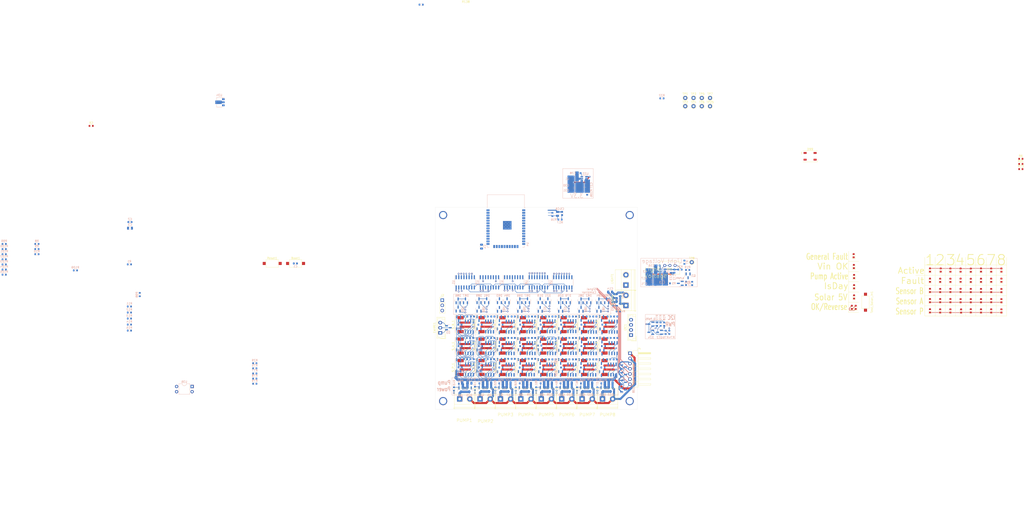
<source format=kicad_pcb>
(kicad_pcb (version 20221018) (generator pcbnew)
  (layers (0 "F.Cu" signal) (1 "In1.Cu" signal) (2 "In2.Cu" signal) (31 "B.Cu" signal) (34 "B.Paste" user) (35 "F.Paste" user) (36 "B.SilkS" user "B.Silkscreen") (37 "F.SilkS" user "F.Silkscreen") (38 "B.Mask" user) (39 "F.Mask" user) (44 "Edge.Cuts" user))
  (net 0 "")
  (net 1 "Net-(U4-IO0)")
  (net 2 "Net-(U4-EN)")
  (net 3 "12V")
  (net 4 "GND")
  (net 5 "Net-(S_A_1-Pin_1)")
  (net 6 "Net-(U10-CV)")
  (net 7 "Net-(D2-A)")
  (net 8 "Net-(D12-A)")
  (net 10 "3_3V")
  (net 11 "Temp")
  (net 13 "Net-(S_B_1-Pin_1)")
  (net 14 "Net-(D21-A)")
  (net 15 "Net-(U22-EN)")
  (net 16 "Net-(U22-BST)")
  (net 17 "Net-(U22-SW)")
  (net 18 "Net-(PUMP2-Pin_1)")
  (net 19 "PUMP_ENABLE")
  (net 20 "SENSORS_ENABLE")
  (net 21 "Net-(PUMP3-Pin_1)")
  (net 22 "Net-(PUMP4-Pin_1)")
  (net 23 "Net-(PUMP1-Pin_1)")
  (net 24 "Net-(PUMP5-Pin_1)")
  (net 25 "Net-(PUMP6-Pin_1)")
  (net 26 "Net-(PUMP7-Pin_1)")
  (net 27 "Net-(PUMP8-Pin_1)")
  (net 28 "SerialOut")
  (net 29 "Clock")
  (net 30 "Latch")
  (net 31 "Net-(Q1-G)")
  (net 32 "Net-(D13-A)")
  (net 34 "ESP_RX")
  (net 35 "ESP_TX")
  (net 36 "Net-(Boot1-Pad2)")
  (net 37 "PWR_I2C")
  (net 38 "SDA")
  (net 39 "SCL")
  (net 41 "Net-(D26-A)")
  (net 42 "Net-(D10-K)")
  (net 43 "Net-(Q5-G)")
  (net 45 "Net-(Q7-G)")
  (net 46 "Net-(Q8-G)")
  (net 47 "Net-(Q9-G)")
  (net 48 "Net-(Q10-G)")
  (net 49 "Net-(Q11-G)")
  (net 50 "Net-(Q12-G)")
  (net 51 "Net-(Q12-D)")
  (net 52 "Net-(Q13-G)")
  (net 53 "Net-(Q14-G)")
  (net 54 "Net-(D78-A)")
  (net 55 "CentralPump")
  (net 56 "Net-(D79-A)")
  (net 57 "Net-(Q_PWR5-G)")
  (net 58 "Net-(C5-Pad2)")
  (net 59 "Net-(I2C2-A)")
  (net 61 "Net-(U11-CV)")
  (net 62 "Net-(D19-A)")
  (net 63 "PUMP1")
  (net 64 "Net-(D23-A)")
  (net 65 "PUMP3")
  (net 66 "Net-(D80-A)")
  (net 67 "Net-(R14-Pad2)")
  (net 68 "PUMP4")
  (net 69 "PUMP5")
  (net 70 "PUMP6")
  (net 71 "PUMP7")
  (net 72 "PUMP8")
  (net 73 "PUMP2")
  (net 92 "SIGNAL")
  (net 93 "SerialIn")
  (net 95 "SENSOR1_PUMP_END")
  (net 96 "SENSOR1_A")
  (net 97 "SENSOR1_B")
  (net 98 "SENSOR2_PUMP_END")
  (net 99 "SENSOR2_A")
  (net 100 "SENSOR2_B")
  (net 101 "SENSOR3_PUMP_END")
  (net 102 "SENSOR3_A")
  (net 103 "SENSOR3_B")
  (net 104 "SENSOR4_PUMP_END")
  (net 105 "SENSOR4_A")
  (net 106 "SENSOR4_B")
  (net 107 "SENSOR5_PUMP_END")
  (net 108 "SENSOR5_A")
  (net 109 "SENSOR5_B")
  (net 110 "SENSOR6_PUMP_END")
  (net 111 "SENSOR6_A")
  (net 112 "SENSOR6_B")
  (net 113 "SENSOR7_PUMP_END")
  (net 114 "SENSOR7_A")
  (net 115 "SENSOR7_B")
  (net 116 "SENSOR8_PUMP_END")
  (net 117 "SENSOR8_A")
  (net 118 "SENSOR8_B")
  (net 119 "Net-(D13-K)")
  (net 120 "Net-(R29-Pad2)")
  (net 121 "Net-(D10-A)")
  (net 122 "Net-(D2-K)")
  (net 123 "Net-(S_P_2-Pin_1)")
  (net 124 "Net-(U12-CV)")
  (net 125 "Net-(S_A_2-Pin_1)")
  (net 126 "Net-(U13-CV)")
  (net 127 "Net-(U2-CV)")
  (net 128 "Net-(S_B_2-Pin_1)")
  (net 129 "Net-(U14-CV)")
  (net 130 "Net-(S_P_3-Pin_1)")
  (net 131 "Net-(U15-CV)")
  (net 132 "Net-(S_A_3-Pin_1)")
  (net 133 "Net-(U16-CV)")
  (net 134 "Net-(S_B_3-Pin_1)")
  (net 135 "Net-(U17-CV)")
  (net 136 "Net-(S_P_4-Pin_1)")
  (net 137 "Net-(U18-CV)")
  (net 138 "Net-(S_A_4-Pin_1)")
  (net 139 "Net-(U19-CV)")
  (net 140 "Net-(S_B_4-Pin_1)")
  (net 141 "Net-(U20-CV)")
  (net 142 "Net-(S_P_5-Pin_1)")
  (net 143 "Net-(U21-CV)")
  (net 144 "Net-(S_A_5-Pin_1)")
  (net 145 "Net-(U23-CV)")
  (net 146 "Net-(P_FAULT1-K)")
  (net 147 "Net-(P_FAULT2-K)")
  (net 148 "Net-(P_FAULT3-K)")
  (net 149 "Net-(P_FAULT4-K)")
  (net 150 "Net-(P_FAULT5-K)")
  (net 151 "Net-(P_FAULT6-K)")
  (net 152 "Net-(P_FAULT7-K)")
  (net 153 "Net-(P_FAULT8-K)")
  (net 154 "Net-(S_B_5-Pin_1)")
  (net 155 "Net-(U24-CV)")
  (net 156 "Net-(S_P_6-Pin_1)")
  (net 157 "Net-(U25-CV)")
  (net 158 "Net-(S_A_6-Pin_1)")
  (net 159 "Net-(U26-CV)")
  (net 160 "Net-(S_B_6-Pin_1)")
  (net 161 "Net-(U27-CV)")
  (net 162 "Net-(S_P_7-Pin_1)")
  (net 163 "Net-(U28-CV)")
  (net 164 "Net-(S_A_7-Pin_1)")
  (net 165 "Net-(U29-CV)")
  (net 166 "Net-(S_B_7-Pin_1)")
  (net 167 "Net-(U30-CV)")
  (net 168 "Net-(S_P_8-Pin_1)")
  (net 169 "Net-(U31-CV)")
  (net 170 "Net-(S_A_8-Pin_1)")
  (net 171 "Net-(U32-CV)")
  (net 172 "Net-(S_B_8-Pin_1)")
  (net 173 "Net-(U33-CV)")
  (net 174 "Net-(S_P_1-Pin_1)")
  (net 175 "Net-(S_P_1-Pin_2)")
  (net 176 "Net-(S_A_1-Pin_2)")
  (net 177 "Net-(S_B_1-Pin_2)")
  (net 178 "Net-(S_P_2-Pin_2)")
  (net 179 "Net-(S_A_2-Pin_2)")
  (net 180 "Net-(S_B_2-Pin_2)")
  (net 181 "Net-(S_P_3-Pin_2)")
  (net 182 "Net-(S_A_3-Pin_2)")
  (net 183 "Net-(S_B_3-Pin_2)")
  (net 184 "Net-(S_P_4-Pin_2)")
  (net 185 "Net-(S_A_4-Pin_2)")
  (net 186 "Net-(S_B_4-Pin_2)")
  (net 187 "Net-(S_P_5-Pin_2)")
  (net 188 "Net-(S_A_5-Pin_2)")
  (net 189 "Net-(S_B_5-Pin_2)")
  (net 190 "Net-(S_P_6-Pin_2)")
  (net 191 "Net-(S_A_6-Pin_2)")
  (net 192 "Net-(S_B_6-Pin_2)")
  (net 193 "Net-(S_P_7-Pin_2)")
  (net 194 "Net-(S_A_7-Pin_2)")
  (net 195 "Net-(S_B_7-Pin_2)")
  (net 196 "Net-(S_P_8-Pin_2)")
  (net 197 "Net-(S_A_8-Pin_2)")
  (net 198 "Net-(S_B_8-Pin_2)")
  (net 199 "Net-(D81-A)")
  (net 201 "Net-(D82-A)")
  (net 203 "Net-(D83-A)")
  (net 205 "Net-(D84-A)")
  (net 207 "Net-(D85-A)")
  (net 209 "Net-(D86-A)")
  (net 211 "Net-(D87-A)")
  (net 213 "Net-(D88-A)")
  (net 215 "Net-(D89-A)")
  (net 217 "Net-(D90-A)")
  (net 219 "Net-(D91-A)")
  (net 221 "Net-(D92-A)")
  (net 247 "Net-(D74-K)")
  (net 248 "S_5V")
  (net 249 "Net-(D76-A)")
  (net 250 "Net-(R77-Pad2)")
  (net 251 "IsDay")
  (net 252 "Net-(R78-Pad2)")
  (net 253 "S_GND")
  (net 254 "S_VIN")
  (net 255 "Net-(D76-K)")
  (net 256 "Net-(D93-A)")
  (net 258 "Net-(D94-A)")
  (net 260 "Net-(D95-A)")
  (net 262 "Net-(D96-A)")
  (net 264 "Net-(D97-A)")
  (net 266 "Net-(P_FAULT1-A)")
  (net 267 "Net-(P_FAULT2-A)")
  (net 268 "Net-(P_FAULT3-A)")
  (net 269 "Net-(P_FAULT4-A)")
  (net 270 "Net-(P_FAULT5-A)")
  (net 271 "Net-(P_FAULT6-A)")
  (net 272 "Net-(P_FAULT7-A)")
  (net 273 "Net-(P_FAULT8-A)")
  (net 274 "Net-(U35A-+)")
  (net 275 "5K_12V")
  (net 276 "1K_GND")
  (net 277 "Net-(U1-QH')")
  (net 279 "Net-(U3-QH')")
  (net 281 "Net-(U7-QH')")
  (net 283 "Net-(U8-QH')")
  (net 284 "unconnected-(U8-~{SRCLR}-Pad10)")
  (net 286 "Net-(U5-EN)")
  (net 287 "Net-(U5-BST)")
  (net 288 "Net-(U5-SW)")
  (net 289 "Net-(Q2-G)")
  (net 290 "Net-(Q2-D)")
  (net 291 "Net-(Q_PWR1-G)")
  (net 292 "Net-(Q_PWR1-D)")
  (net 293 "LED_ENABLE")
  (net 294 "Net-(I2C3-A)")
  (net 295 "Net-(R24-Pad2)")
  (net 296 "Net-(U5-FB)")
  (net 297 "Net-(LIGHT1-Pin_2)")
  (footprint "Button_Switch_SMD:SW_SPST_CK_RS282G05A3" (layer "F.Cu") (at 90.23 68.17)
    (fp_text reference "Reset1")
    (fp_text value "SW_Push")
  )
  (footprint "LED_SMD:LED_0603_1608Metric" (layer "F.Cu") (at 422.58 86.3825 90)
    (fp_text reference "SD31" hide)
    (fp_text value "GREEN")
  )
  (footprint "LED_SMD:LED_0603_1608Metric" (layer "F.Cu") (at 427.58 81.3825 90)
    (fp_text reference "SD35" hide)
    (fp_text value "GREEN")
  )
  (footprint "LED_SMD:LED_0603_1608Metric" (layer "F.Cu") (at 375.28 69.67 90)
    (fp_text reference "D10" hide)
    (fp_text value "RED")
  )
  (footprint "Button_Switch_SMD:SW_SPST_CK_RS282G05A3" (layer "F.Cu") (at 101.68 68.17)
    (fp_text reference "Boot1")
    (fp_text value "Boot")
  )
  (footprint "LED_SMD:LED_0603_1608Metric" (layer "F.Cu") (at 412.58 76.3825 90)
    (fp_text reference "P_FAULT1" hide)
    (fp_text value "RED")
  )
  (footprint "Connector_JST:JST_PH_B2B-PH-SM4-TB_1x02-1MP_P2.00mm_Vertical" (layer "F.Cu") (at 224.83 119.17 90)
    (fp_text reference "S_P_5")
    (fp_text value "Conn_01x02_Male")
  )
  (footprint "LED_SMD:LED_0603_1608Metric" (layer "F.Cu") (at 422.58 76.42 90)
    (fp_text reference "P_FAULT3" hide)
    (fp_text value "RED")
  )
  (footprint "Connector_JST:JST_PH_B2B-PH-SM4-TB_1x02-1MP_P2.00mm_Vertical" (layer "F.Cu") (at 244.83 98.17 90)
    (fp_text reference "S_B_7")
    (fp_text value "Conn_01x02_Male")
  )
  (footprint "LED_SMD:LED_0603_1608Metric" (layer "F.Cu") (at 412.58 81.3825 90)
    (fp_text reference "SD26" hide)
    (fp_text value "GREEN")
  )
  (footprint "LED_SMD:LED_0603_1608Metric" (layer "F.Cu") (at 374.28 89.67 90)
    (fp_text reference "D13" hide)
    (fp_text value "GREEN")
  )
  (footprint "LED_SMD:LED_0603_1608Metric" (layer "F.Cu") (at 417.58 81.42 90)
    (fp_text reference "SD29" hide)
    (fp_text value "GREEN")
  )
  (footprint "Connector_JST:JST_PH_B2B-PH-SM4-TB_1x02-1MP_P2.00mm_Vertical" (layer "F.Cu") (at 254.83 108.67 90)
    (fp_text reference "S_A_8")
    (fp_text value "Conn_01x02_Male")
  )
  (footprint "TerminalBlock_Phoenix:TerminalBlock_Phoenix_MKDS-1,5-2_1x02_P5.00mm_Horizontal" (layer "F.Cu") (at 232.08 134.575)
    (fp_text reference "PUMP6")
    (fp_text value "Conn_01x02")
  )
  (footprint "TerminalBlock_Phoenix:TerminalBlock_Phoenix_MKDS-1,5-2_1x02_P5.00mm_Horizontal" (layer "F.Cu") (at 242.08 134.575)
    (fp_text reference "PUMP7")
    (fp_text value "Conn_01x02")
  )
  (footprint "TerminalBlock_Phoenix:TerminalBlock_Phoenix_MKDS-1,5-2_1x02_P5.00mm_Horizontal" (layer "F.Cu") (at 263.58 88.77 90)
    (fp_text reference "PUMP9")
    (fp_text value "Conn_01x02")
  )
  (footprint "Connector_JST:JST_PH_B2B-PH-SM4-TB_1x02-1MP_P2.00mm_Vertical" (layer "F.Cu") (at 194.58 98.17 90)
    (fp_text reference "S_B_2")
    (fp_text value "Conn_01x02_Male")
  )
  (footprint "LED_SMD:LED_0603_1608Metric" (layer "F.Cu") (at 375.38 79.57 90)
    (fp_text reference "D76" hide)
    (fp_text value "YELLOW")
  )
  (footprint "Connector_JST:JST_EH_B3B-EH-A_1x03_P2.50mm_Vertical" (layer "F.Cu") (at 172.58 102.17 90)
    (fp_text reference "1WIRE1")
    (fp_text value "Conn_01x03")
  )
  (footprint "Resistor_SMD:R_0603_1608Metric" (layer "F.Cu") (at 457.1025 19.42)
    (fp_text reference "R31")
    (fp_text value "10k")
  )
  (footprint "LED_SMD:LED_0603_1608Metric" (layer "F.Cu") (at 432.58 86.42 90)
    (fp_text reference "SD37" hide)
    (fp_text value "GREEN")
  )
  (footprint "Connector_JST:JST_EH_B4B-EH-A_1x04_P2.50mm_Vertical" (layer "F.Cu") (at 266.08 103.27 90)
    (fp_text reference "I2C1")
    (fp_text value "Conn_01x04")
  )
  (footprint "LED_SMD:LED_0603_1608Metric" (layer "F.Cu") (at 375.18 64.37 90)
    (fp_text reference "D2" hide)
    (fp_text value "YELLOW")
  )
  (footprint "Connector_PinHeader_2.54mm:PinHeader_1x07_P2.54mm_Horizontal" (layer "F.Cu") (at 265.58 112.17)
    (fp_text reference "J4")
    (fp_text value "Conn_01x07")
  )
  (footprint "Resistor_SMD:R_0603_1608Metric" (layer "F.Cu") (at 457.1025 21.93)
    (fp_text reference "R73")
    (fp_text value "10k")
  )
  (footprint "LED_SMD:LED_0603_1608Metric" (layer "F.Cu") (at 437.58 71.3825 90)
    (fp_text reference "PUMP_D6" hide)
    (fp_text value "BLUE")
  )
  (footprint "Connector_JST:JST_PH_B2B-PH-SM4-TB_1x02-1MP_P2.00mm_Vertical" (layer "F.Cu") (at 244.83 119.17 90)
    (fp_text reference "S_P_7")
    (fp_text value "Conn_01x02_Male")
  )
  (footprint "LED_SMD:LED_0603_1608Metric" (layer "F.Cu") (at 427.58 76.3825 90)
    (fp_text reference "P_FAULT4" hide)
    (fp_text value "RED")
  )
  (footprint "LED_SMD:LED_0603_1608Metric" (layer "F.Cu") (at 427.58 86.42 90)
    (fp_text reference "SD34" hide)
    (fp_text value "GREEN")
  )
  (footprint "TestPoint:TestPoint_THTPad_D2.0mm_Drill1.0mm" (layer "F.Cu") (at 300.75 -12.94)
    (fp_text reference "TP5")
    (fp_text value "IsDay")
  )
  (footprint "LED_SMD:LED_0603_1608Metric" (layer "F.Cu") (at 437.58 76.42 90)
    (fp_text reference "P_FAULT6" hide)
    (fp_text value "RED")
  )
  (footprint "Connector_JST:JST_PH_B2B-PH-SM4-TB_1x02-1MP_P2.00mm_Vertical" (layer "F.Cu") (at 224.83 108.67 90)
    (fp_text reference "S_A_5")
    (fp_text value "Conn_01x02_Male")
  )
  (footprint "LED_SMD:LED_0603_1608Metric" (layer "F.Cu") (at 412.58 86.3825 90)
    (fp_text reference "SD25" hide)
    (fp_text value "GREEN")
  )
  (footprint "TerminalBlock_Phoenix:TerminalBlock_Phoenix_MKDS-1,5-2_1x02_P5.00mm_Horizontal" (layer "F.Cu") (at 222.08 134.575)
    (fp_text reference "PUMP5")
    (fp_text value "Conn_01x02")
  )
  (footprint "LED_SMD:LED_0603_1608Metric" (layer "F.Cu") (at 417.83 71.3825 90)
    (fp_text reference "PUMP_D2" hide)
    (fp_text value "BLUE")
  )
  (footprint "TestPoint:TestPoint_THTPad_D2.0mm_Drill1.0mm" (layer "F.Cu") (at 304.8 -12.94)
    (fp_text reference "TP7")
    (fp_text value "Feedback_LED")
  )
  (footprint "Connector_JST:JST_PH_B2B-PH-SM4-TB_1x02-1MP_P2.00mm_Vertical" (layer "F.Cu") (at 184.33 119.17 90)
    (fp_text reference "S_P_1")
    (fp_text value "Conn_01x02_Male")
  )
  (footprint "LED_SMD:LED_0603_1608Metric" (layer "F.Cu") (at 412.58 91.3825 90)
    (fp_text reference "SD1" hide)
    (fp_text value "GREEN")
  )
  (footprint "TestPoint:TestPoint_THTPad_D2.0mm_Drill1.0mm" (layer "F.Cu") (at 296.7 -12.94)
    (fp_text reference "TP3")
    (fp_text value "Solar_3V3 LDO")
  )
  (footprint "LED_SMD:LED_0603_1608Metric" (layer "F.Cu") (at 442.58 86.3825 90)
    (fp_text reference "SD43" hide)
    (fp_text value "GREEN")
  )
  (footprint "TestPoint:TestPoint_THTPad_D2.0mm_Drill1.0mm" (layer "F.Cu") (at 295.83 67.57)
    (fp_text reference "TP8")
    (fp_text value "LED-Enabled")
  )
  (footprint "TerminalBlock_Phoenix:TerminalBlock_Phoenix_MKDS-1,5-2_1x02_P5.00mm_Horizontal" (layer "F.Cu") (at 212.08 134.575)
    (fp_text reference "PUMP4")
    (fp_text value "Conn_01x02")
  )
  (footprint "LED_SMD:LED_0603_1608Metric" (layer "F.Cu") (at 447.58 91.42 90)
    (fp_text reference "SD45" hide)
    (fp_text value "GREEN")
  )
  (footprint "LED_SMD:LED_0603_1608Metric" (layer "F.Cu") (at 412.58 71.3825 90)
    (fp_text reference "PUMP_D1" hide)
    (fp_text value "BLUE" hide)
  )
  (footprint "TerminalBlock_Phoenix:TerminalBlock_Phoenix_MKDS-1,5-2_1x02_P5.00mm_Horizontal" (layer "F.Cu") (at 192.08 134.575)
    (fp_text reference "PUMP2")
    (fp_text value "Conn_01x02")
  )
  (footprint "TestPoint:TestPoint_THTPad_D2.0mm_Drill1.0mm" (layer "F.Cu") (at 300.75 -8.89)
    (fp_text reference "TP6")
    (fp_text value "LED_-")
  )
  (footprint "Resistor_SMD:R_0603_1608Metric" (layer "F.Cu") (at 1.505 0.755)
    (fp_text reference "R2")
    (fp_text value "5k")
  )
  (footprint "TerminalBlock_Phoenix:TerminalBlock_Phoenix_MKDS-1,5-2_1x02_P5.00mm_Horizontal" (layer "F.Cu") (at 252.08 134.575)
    (fp_text reference "PUMP8")
    (fp_text value "Conn_01x02")
  )
  (footprint "LED_SMD:LED_0603_1608Metric" (layer "F.Cu") (at 422.58 81.3825 90)
    (fp_text reference "SD32" hide)
    (fp_text value "GREEN")
  )
  (footprint "Connector_JST:JST_PH_B2B-PH-SM4-TB_1x02-1MP_P2.00mm_Vertical" (layer "F.Cu") (at 254.83 119.17 90)
    (fp_text reference "S_P_8")
    (fp_text value "Conn_01x02_Male")
  )
  (footprint "LED_SMD:LED_0603_1608Metric" (layer "F.Cu") (at 437.58 86.42 90)
    (fp_text reference "SD40" hide)
    (fp_text value "GREEN")
  )
  (footprint "LED_SMD:LED_0603_1608Metric" (layer "F.Cu") (at 417.58 91.42 90)
    (fp_text reference "SD27" hide)
    (fp_text value "GREEN")
  )
  (footprint "Connector_JST:JST_PH_B2B-PH-SM4-TB_1x02-1MP_P2.00mm_Vertical" (layer "F.Cu") (at 184.33 108.67 90)
    (fp_text reference "S_A_1")
    (fp_text value "Conn_01x02_Male")
  )
  (footprint "LED_SMD:LED_0603_1608Metric" (layer "F.Cu") (at 427.58 71.42 90)
    (fp_text reference "PUMP_D4" hide)
    (fp_text value "BLUE")
  )
  (footprint "Connector_JST:JST_PH_B2B-PH-SM4-TB_1x02-1MP_P2.00mm_Vertical" (layer "F.Cu") (at 234.83 98.17 90)
    (fp_text reference "S_B_6")
    (fp_text value "Conn_01x02_Male")
  )
  (footprint "LED_SMD:LED_0603_1608Metric" (layer "F.Cu") (at 432.58 81.42 90)
    (fp_text reference "SD38" hide)
    (fp_text value "GREEN")
  )
  (footprint "LED_SMD:LED_0603_1608Metric" (layer "F.Cu") (at 422.58 91.42 90)
    (fp_text reference "SD30" hide)
    (fp_text value "GREEN")
  )
  (footprint "LED_SMD:LED_0603_1608Metric" (layer "F.Cu") (at 432.58 91.3825 90)
    (fp_text reference "SD36" hide)
    (fp_text value "GREEN")
  )
  (footprint "Connector_JST:JST_PH_B2B-PH-SM4-TB_1x02-1MP_P2.00mm_Vertical" (layer "F.Cu") (at 194.58 119.17 90)
    (fp_text reference "S_P_2")
    (fp_text value "Conn_01x02_Male")
  )
  (footprint "LED_SMD:LED_0603_1608Metric" (layer "F.Cu") (at 437.58 81.42 90)
    (fp_text reference "SD41" hide)
    (fp_text value "GREEN")
  )
  (footprint "LED_SMD:LED_0603_1608Metric" (layer "F.Cu") (at 442.58 71.42 90)
    (fp_text reference "PUMP_D7" hide)
    (fp_text value "BLUE")
  )
  (footprint "LED_SMD:LED_0603_1608Metric" (layer "F.Cu") (at 432.58 76.4575 90)
    (fp_text reference "P_FAULT5" hide)
    (fp_text value "RED")
  )
  (footprint "TestPoint:TestPoint_THTPad_D2.0mm_Drill1.0mm" (layer "F.Cu") (at 304.8 -8.89)
    (fp_text reference "TP25")
    (fp_text value "TestPoint")
  )
  (footprint "LED_SMD:LED_0603_1608Metric" (layer "F.Cu") (at 417.58 76.42 90)
    (fp_text reference "P_FAULT2" hide)
    (fp_text value "RED")
  )
  (footprint "Button_Switch_SMD:SW_SPST_CK_RS282G05A3" (layer "F.Cu") (at 380.98 87.17 90)
    (fp_text reference "Test_Solar_In1")
    (fp_text value "SW_Push")
  )
  (footprint "LED_SMD:LED_0603_1608Metric" (layer "F.Cu") (at 427.83 91.4575 90)
    (fp_text reference "SD33" hide)
    (fp_text value "GREEN")
  )
  (footprint "Connector_JST:JST_PH_B2B-PH-SM4-TB_1x02-1MP_P2.00mm_Vertical" (layer "F.Cu") (at 254.83 98.17 90)
    (fp_text reference "S_B_8")
    (fp_text value "Conn_01x02_Male")
  )
  (footprint "Connector_JST:JST_PH_B2B-PH-SM4-TB_1x02-1MP_P2.00mm_Vertical" (layer "F.Cu") (at 214.83 119.17 90)
    (fp_text reference "S_P_4")
    (fp_text value "Conn_01x02_Male")
  )
  (footprint "Connector_JST:JST_PH_B2B-PH-SM4-TB_1x02-1MP_P2.00mm_Vertical" (layer "F.Cu") (at 204.83 119.17 90)
    (fp_text reference "S_P_3")
    (fp_text value "Conn_01x02_Male")
  )
  (footprint "Connector_JST:JST_PH_B2B-PH-SM4-TB_1x02-1MP_P2.00mm_Vertical" (layer "F.Cu") (at 184.33 98.17 90)
    (fp_text reference "S_B_1")
    (fp_text value "Conn_01x02_Male")
  )
  (footprint "Connector_JST:JST_PH_B2B-PH-SM4-TB_1x02-1MP_P2.00mm_Vertical" (layer "F.Cu") (at 214.83 108.67 90)
    (fp_text reference "S_A_4")
    (fp_text value "Conn_01x02_Male")
  )
  (footprint "LED_SMD:LED_WS2812B_PLCC4_5.0x5.0mm_P3.2mm" (layer "F.Cu") (at 353.83 15.67)
    (fp_text reference "D99")
    (fp_text value "WS2812B")
  )
  (footprint "TerminalBlock_Phoenix:TerminalBlock_Phoenix_MKDS-1,5-2_1x02_P5.00mm_Horizontal" (layer "F.Cu") (at 263.58 78.77 90)
    (fp_text reference "LIGHT1")
    (fp_text value "Conn_01x02")
  )
  (footprint "Potentiometer_THT:Potentiometer_Bourns_3299W_Vertical" (layer "F.Cu") (at 287.66 69.17)
    (fp_text reference "RV1")
    (fp_text value "50k")
  )
  (footprint "LED_SMD:LED_0603_1608Metric" (layer "F.Cu") (at 375.38 84.57 90)
    (fp_text reference "D74" hide)
    (fp_text value "GREEN")
  )
  (footprint "Connector_JST:JST_PH_B2B-PH-SM4-TB_1x02-1MP_P2.00mm_Vertical" (layer "F.Cu") (at 224.83 98.17 90)
    (fp_text reference "S_B_5")
    (fp_text value "Conn_01x02_Male")
  )
  (footprint "LED_SMD:LED_0603_1608Metric" (layer "F.Cu") (at 422.58 71.42 90)
    (fp_text reference "PUMP_D3" hide)
    (fp_text value "BLUE")
  )
  (footprint "TestPoint:TestPoint_THTPad_D2.0mm_Drill1.0mm" (layer "F.Cu") (at 292.65 -12.94)
    (fp_text reference "TP1")
    (fp_text value "Solar_IN")
  )
  (footprint "LED_SMD:LED_0603_1608Metric" (layer "F.Cu") (at 447.58 76.3825 90)
    (fp_text reference "P_FAULT8" hide)
    (fp_text value "RED")
  )
  (footprint "LED_SMD:LED_0603_1608Metric" (layer "F.Cu") (at 375.38 74.57 90)
    (fp_text reference "D78" hide)
    (fp_text value "BLUE")
  )
  (footprint "TestPoint:TestPoint_THTPad_D2.0mm_Drill1.0mm" (layer "F.Cu") (at 296.7 -8.89)
    (fp_text reference "TP4")
    (fp_text value "LED_+")
  )
  (footprint "Connector_PinHeader_2.54mm:PinHeader_1x03_P2.54mm_Vertical" (layer "F.Cu") (at 173.58 86.17)
    (fp_text reference "J2")
    (fp_text value "Conn_01x03_Female")
  )
  (footprint "Connector_JST:JST_PH_B2B-PH-SM4-TB_1x02-1MP_P2.00mm_Vertical" (layer "F.Cu") (at 204.83 108.67 90)
    (fp_text reference "S_A_3")
    (fp_text value "Conn_01x02_Male")
  )
  (footprint "Connector_JST:JST_PH_B2B-PH-SM4-TB_1x02-1MP_P2.00mm_Vertical" (layer "F.Cu") (at 234.83 108.67 90)
    (fp_text reference "S_A_6")
    (fp_text value "Conn_01x02_Male")
  )
  (footprint "TerminalBlock_Phoenix:TerminalBlock_Phoenix_MKDS-1,5-2_1x02_P5.00mm_Horizontal" (layer "F.Cu") (at 182.08 134.575)
    (fp_text reference "PUMP1")
    (fp_text value "Conn_01x02")
  )
  (footprint "Connector_JST:JST_PH_B2B-PH-SM4-TB_1x02-1MP_P2.00mm_Vertical" (layer "F.Cu") (at 194.58 108.67 90)
    (fp_text reference "S_A_2")
    (fp_text value "Conn_01x02_Male")
  )
  (footprint "TerminalBlock_Phoenix:TerminalBlock_Phoenix_MKDS-1,5-2_1x02_P5.00mm_Horizontal" (layer "F.Cu") (at 202.08 134.575)
    (fp_text reference "PUMP3")
    (fp_text value "Conn_01x02")
  )
  (footprint "LED_SMD:LED_0603_1608Metric" (layer "F.Cu") (at 432.58 71.4575 90)
    (fp_text reference "PUMP_D5" hide)
    (fp_text value "BLUE")
  )
  (footprint "LED_SMD:LED_0603_1608Metric" (layer "F.Cu") (at 447.58 71.42 90)
    (fp_text reference "PUMP_D8" hide)
    (fp_text value "BLUE")
  )
  (footprint "TestPoint:TestPoint_THTPad_D2.0mm_Drill1.0mm" (layer "F.Cu") (at 292.65 -8.89)
    (fp_text reference "TP2")
    (fp_text value "Solar_GND")
  )
  (footprint "LED_SMD:LED_0603_1608Metric" (layer "F.Cu") (at 447.58 81.4575 90)
    (fp_text reference "SD47" hide)
    (fp_text value "GREEN")
  )
  (footprint "LED_SMD:LED_0603_1608Metric" (layer "F.Cu") (at 447.58 86.42 90)
    (fp_text reference "SD46" hide)
    (fp_text value "GREEN")
  )
  (footprint "Connector_JST:JST_PH_B2B-PH-SM4-TB_1x02-1MP_P2.00mm_Vertical" (layer "F.Cu") (at 214.83 98.17 90)
    (fp_text reference "S_B_4")
    (fp_text value "Conn_01x02_Male")
  )
  (footprint "LED_SMD:LED_0603_1608Metric" (layer "F.Cu") (at 417.58 86.3825 90)
    (fp_text reference "SD28" hide)
    (fp_text value "GREEN")
  )
  (footprint "Connector_JST:JST_PH_B2B-PH-SM4-TB_1x02-1MP_P2.00mm_Vertical" (layer "F.Cu") (at 244.83 108.67 90)
    (fp_text reference "S_A_7")
    (fp_text value "Conn_01x02_Male")
  )
  (footprint "LED_SMD:LED_0603_1608Metric" (layer "F.Cu") (at 376.18 89.67 90)
    (fp_text reference "D4" hide)
    (fp_text value "RED")
  )
  (footprint "Connector_JST:JST_PH_B2B-PH-SM4-TB_1x02-1MP_P2.00mm_Vertical" (layer "F.Cu") (at 234.83 119.17 90)
    (fp_text reference "S_P_6")
    (fp_text value "Conn_01x02_Male")
  )
  (footprint "LED_SMD:LED_0603_1608Metric" (layer "F.Cu") (at 442.58 76.3825 90)
    (fp_text reference "P_FAULT7" hide)
    (fp_text value "RED")
  )
  (footprint "Resistor_SMD:R_0603_1608Metric" (layer "F.Cu") (at 457.1025 16.91)
    (fp_text reference "R6")
    (fp_text value "10k")
  )
  (footprint "LED_SMD:LED_0603_1608Metric" (layer "F.Cu") (at 442.58 91.42 90)
    (fp_text reference "SD42" hide)
    (fp_text value "GREEN")
  )
  (footprint "LED_SMD:LED_0603_1608Metric" (layer "F.Cu") (at 437.58 91.42 90)
    (fp_text reference "SD39" hide)
    (fp_text value "GREEN")
  )
  (footprint "Connector_JST:JST_PH_B2B-PH-SM4-TB_1x02-1MP_P2.00mm_Vertical" (layer "F.Cu") (at 204.83 98.17 90)
    (fp_text reference "S_B_3")
    (fp_text value "Conn_01x02_Male")
  )
  (footprint "LED_SMD:LED_0603_1608Metric" (layer "F.Cu") (at 442.58 81.42 90)
    (fp_text reference "SD44" hide)
    (fp_text value "GREEN")
  )
  (footprint "Package_TO_SOT_SMD:SOT-23" (layer "B.Cu") (at 216.08 129.9825 -90)
    (fp_text reference "D9")
    (fp_text value "BAT54S")
  )
  (footprint "Package_TO_SOT_SMD:SOT-23" (layer "B.Cu") (at 211.58 105.92 -90)
    (fp_text reference "D47" hide)
    (fp_text value "BAT54S")
  )
  (footprint "Package_TO_SOT_SMD:SOT-23" (layer "B.Cu") (at 212.33 129.9825 -90)
    (fp_text reference "Q8")
    (fp_text value "N-channel 30V 5A")
  )
  (footprint "Inductor_SMD:L_1210_3225Metric" (layer "B.Cu") (at 276.58 72.17 180)
    (fp_text reference "L2")
    (fp_text value "4.7uH")
  )
  (footprint "Package_SO:SO-8_3.9x4.9mm_P1.27mm" (layer "B.Cu") (at 196.83 120.17 90)
    (fp_text reference "U12" hide)
    (fp_text value "TLC555xP")
  )
  (footprint "Capacitor_SMD:C_0603_1608Metric" (layer "B.Cu") (at 255.105 115.17 180)
    (fp_text reference "C66" hide)
    (fp_text value "100n")
  )
  (footprint "Package_TO_SOT_SMD:SOT-23" (layer "B.Cu") (at 191.58 86.42 90)
    (fp_text reference "D89")
    (fp_text value "BAT54S")
  )
  (footprint "Capacitor_SMD:C_0603_1608Metric" (layer "B.Cu") (at 20.53 47.88 180)
    (fp_text reference "C2")
    (fp_text value "100n")
  )
  (footprint "Resistor_SMD:R_0603_1608Metric" (layer "B.Cu") (at 20.24 92.22 180)
    (fp_text reference "R12")
    (fp_text value "2k2")
  )
  (footprint "Capacitor_SMD:C_0805_2012Metric" (layer "B.Cu") (at 230.035 43.87 -90)
    (fp_text reference "C6")
    (fp_text value "22uf")
  )
  (footprint "Package_SO:SO-8_3.9x4.9mm_P1.27mm" (layer "B.Cu") (at 237.08 98.92 90)
    (fp_text reference "U27" hide)
    (fp_text value "TLC555xP")
  )
  (footprint "Capacitor_SMD:C_0603_1608Metric" (layer "B.Cu") (at 255.355 94.17 180)
    (fp_text reference "C70" hide)
    (fp_text value "100n")
  )
  (footprint "Resistor_SMD:R_0603_1608Metric" (layer "B.Cu") (at -41.11881 73.67 180)
    (fp_text reference "R105")
    (fp_text value "1k")
  )
  (footprint "Package_TO_SOT_SMD:SOT-23" (layer "B.Cu") (at 191.53 121.8075 -90)
    (fp_text reference "D18" hide)
    (fp_text value "BAT54S")
  )
  (footprint "Capacitor_SMD:C_0603_1608Metric" (layer "B.Cu") (at 248.33 94.17)
    (fp_text reference "C63" hide)
    (fp_text value "100n")
  )
  (footprint "Capacitor_SMD:C_0603_1608Metric" (layer "B.Cu") (at 205.08 104.67)
    (fp_text reference "C38" hide)
    (fp_text value "100n")
  )
  (footprint "Capacitor_SMD:C_0805_2012Metric" (layer "B.Cu") (at 196.58 126.67 180)
    (fp_text reference "C8")
    (fp_text value "22uf")
  )
  (footprint "Resistor_SMD:R_0603_1608Metric" (layer "B.Cu") (at 222.58 126.92)
    (fp_text reference "R62")
    (fp_text value "10k")
  )
  (footprint "Package_TO_SOT_SMD:SOT-23" (layer "B.Cu") (at 221.83 122.17 -90)
    (fp_text reference "D50" hide)
    (fp_text value "BAT54S")
  )
  (footprint "Package_TO_SOT_SMD:SOT-23" (layer "B.Cu") (at 221.58 116.2325 -90)
    (fp_text reference "D51" hide)
    (fp_text value "BAT54S")
  )
  (footprint "Capacitor_SMD:C_0603_1608Metric" (layer "B.Cu") (at 258.58 94.17)
    (fp_text reference "C69" hide)
    (fp_text value "100n")
  )
  (footprint "Package_TO_SOT_SMD:SOT-23" (layer "B.Cu") (at 262.3925 122.67)
    (fp_text reference "D36")
    (fp_text value "BAT54S")
  )
  (footprint "Resistor_SMD:R_0603_1608Metric" (layer "B.Cu") (at 219.58 129.67 90)
    (fp_text reference "R61")
    (fp_text value "1k")
  )
  (footprint "Resistor_SMD:R_0603_1608Metric" (layer "B.Cu") (at 231.285 46.67)
    (fp_text reference "R17")
    (fp_text value "1k")
  )
  (footprint "Package_TO_SOT_SMD:SOT-23" (layer "B.Cu") (at 181.33 90.545 90)
    (fp_text reference "D90")
    (fp_text value "BAT54S")
  )
  (footprint "Package_TO_SOT_SMD:SOT-23" (layer "B.Cu") (at 201.58 95.2325 -90)
    (fp_text reference "D43" hide)
    (fp_text value "BAT54S")
  )
  (footprint "RF_Module:ESP32-WROOM-32" (layer "B.Cu") (at 204.73 50.36 180)
    (fp_text reference "U4")
    (fp_text value "ESP32-WROOM-32D")
  )
  (footprint "Capacitor_SMD:C_0603_1608Metric" (layer "B.Cu") (at 235.08 94.17 180)
    (fp_text reference "C58" hide)
    (fp_text value "100n")
  )
  (footprint "Capacitor_SMD:C_0603_1608Metric" (layer "B.Cu") (at 228.33 94.17)
    (fp_text reference "C51" hide)
    (fp_text value "100n")
  )
  (footprint "Package_TO_SOT_SMD:SOT-23" (layer "B.Cu") (at 205.33 86.42 90)
    (fp_text reference "D94")
    (fp_text value "BAT54S")
  )
  (footprint "Resistor_SMD:R_0603_1608Metric" (layer "B.Cu") (at 192.355 119.07 180)
    (fp_text reference "R41" hide)
    (fp_text value "1k")
  )
  (footprint "Package_SO:SOP-16_3.9x9.9mm_P1.27mm" (layer "B.Cu") (at 196.7 77.42 -90)
    (fp_text reference "U3")
    (fp_text value "74HC595")
  )
  (footprint "Resistor_SMD:R_0603_1608Metric" (layer "B.Cu") (at 179.305 129.67 90)
    (fp_text reference "R49")
    (fp_text value "1k")
  )
  (footprint "Capacitor_SMD:C_0603_1608Metric" (layer "B.Cu") (at 215.08 114.92)
    (fp_text reference "C42" hide)
    (fp_text value "100n")
  )
  (footprint "Capacitor_SMD:C_0603_1608Metric" (layer "B.Cu") (at 248.605 104.67)
    (fp_text reference "C61" hide)
    (fp_text value "100n")
  )
  (footprint "Capacitor_SMD:C_0603_1608Metric" (layer "B.Cu") (at 215.08 94.17 180)
    (fp_text reference "C46" hide)
    (fp_text value "100n")
  )
  (footprint "Resistor_SMD:R_0603_1608Metric" (layer "B.Cu") (at -41.11881 63.63 180)
    (fp_text reference "R101")
    (fp_text value "1k")
  )
  (footprint "Capacitor_SMD:C_0603_1608Metric" (layer "B.Cu") (at 198.33 104.67)
    (fp_text reference "C20" hide)
    (fp_text value "100n")
  )
  (footprint "Package_SO:SOP-16_3.9x9.9mm_P1.27mm" (layer "B.Cu") (at 184.83 77.42 -90)
    (fp_text reference "U1")
    (fp_text value "74HC595")
  )
  (footprint "Package_TO_SOT_SMD:SOT-23" (layer "B.Cu") (at 241.83 101.17 -90)
    (fp_text reference "D66" hide)
    (fp_text value "BAT54S")
  )
  (footprint "Package_TO_SOT_SMD:SOT-23" (layer "B.Cu") (at 236.08 129.9825 -90)
    (fp_text reference "D30")
    (fp_text value "BAT54S")
  )
  (footprint "Package_TO_SOT_SMD:SOT-23" (layer "B.Cu") (at 221.58 86.42 90)
    (fp_text reference "D19")
    (fp_text value "BAT54S")
  )
  (footprint "Capacitor_SMD:C_1206_3216Metric" (layer "B.Cu") (at 238.33 32.42)
    (fp_text reference "C31")
    (fp_text value "22uF")
  )
  (footprint "Resistor_SMD:R_0603_1608Metric" (layer "B.Cu") (at 202.33 126.92)
    (fp_text reference "R56")
    (fp_text value "10k")
  )
  (footprint "Resistor_SMD:R_0603_1608Metric" (layer "B.Cu") (at 81.690356 117.075 180)
    (fp_text reference "R29")
    (fp_text value "1k")
  )
  (footprint "Package_TO_SOT_SMD:SOT-23" (layer "B.Cu") (at 262.3925 130.17)
    (fp_text reference "D38")
    (fp_text value "BAT54S")
  )
  (footprint "Resistor_SMD:R_0603_1608Metric" (layer "B.Cu") (at 81.690356 119.585 180)
    (fp_text reference "R75")
    (fp_text value "1k")
  )
  (footprint "Package_TO_SOT_SMD:SOT-23" (layer "B.Cu") (at 221.58 90.67 90)
    (fp_text reference "D12")
    (fp_text value "BAT54S")
  )
  (footprint "Resistor_SMD:R_0603_1608Metric" (layer "B.Cu") (at 221.33 108.42 180)
    (fp_text reference "R140" hide)
    (fp_text value "1k")
  )
  (footprint "Package_DIP:DIP-4_W7.62mm" (layer "B.Cu") (at 50.98 128.47 180)
    (fp_text reference "U36")
    (fp_text value "PC817")
  )
  (footprint "Capacitor_SMD:C_0805_2012Metric" (layer "B.Cu") (at 255.83 82.17 180)
    (fp_text reference "C14")
    (fp_text value "22uf")
  )
  (footprint "Resistor_SMD:R_0603_1608Metric" (layer "B.Cu") (at 212.58 98.17 180)
    (fp_text reference "R134" hide)
    (fp_text value "1k")
  )
  (footprint "Resistor_SMD:R_0603_1608Metric" (layer "B.Cu") (at 242.58 98.17 180)
    (fp_text reference "R161" hide)
    (fp_text value "1k")
  )
  (footprint "Resistor_SMD:R_0603_1608Metric" (layer "B.Cu") (at 257.08 87.92 90)
    (fp_text reference "R3")
    (fp_text value "10k")
  )
  (footprint "Resistor_SMD:R_0603_1608Metric" (layer "B.Cu") (at 282.33 97.92 -90)
    (fp_text reference "R18")
    (fp_text value "270")
  )
  (footprint "Package_TO_SOT_SMD:SOT-23" (layer "B.Cu") (at 251.58 122.17 -90)
    (fp_text reference "D68" hide)
    (fp_text value "BAT54S")
  )
  (footprint "Package_SO:SO-8_3.9x4.9mm_P1.27mm" (layer "B.Cu") (at 237.08 120.17 90)
    (fp_text reference "U25" hide)
    (fp_text value "TLC555xP")
  )
  (footprint "Package_TO_SOT_SMD:SOT-23" (layer "B.Cu") (at 262.3925 118.92)
    (fp_text reference "D35")
    (fp_text value "BAT54S")
  )
  (footprint "Package_TO_SOT_SMD:SOT-23" (layer "B.Cu") (at 232.33 129.9825 -90)
    (fp_text reference "Q10")
    (fp_text value "N-channel 30V 5A")
  )
  (footprint "Package_SO:SO-8_3.9x4.9mm_P1.27mm" (layer "B.Cu") (at 216.985 99.095 90)
    (fp_text reference "U20" hide)
    (fp_text value "TLC555xP")
  )
  (footprint "Capacitor_SMD:C_0603_1608Metric" (layer "B.Cu") (at 228.33 104.92)
    (fp_text reference "C49" hide)
    (fp_text value "100n")
  )
  (footprint "Resistor_SMD:R_0603_1608Metric" (layer "B.Cu") (at 222.58 98.17 180)
    (fp_text reference "R143" hide)
    (fp_text value "1k")
  )
  (footprint "Resistor_SMD:R_0603_1608Metric" (layer "B.Cu") (at 189.58 129.42 90)
    (fp_text reference "R110")
    (fp_text value "1k")
  )
  (footprint "Resistor_SMD:R_0603_1608Metric" (layer "B.Cu") (at 244.58 33.67 90)
    (fp_text reference "R106")
    (fp_text value "2.2Ohm (90mW loss)")
  )
  (footprint "Resistor_SMD:R_0603_1608Metric" (layer "B.Cu") (at 292.23 67.57 90)
    (fp_text reference "R7")
    (fp_text value "1k")
  )
  (footprint "Package_SO:SO-8_3.9x4.9mm_P1.27mm" (layer "B.Cu") (at 206.83 109.67 90)
    (fp_text reference "U16" hide)
    (fp_text value "TLC555xP")
  )
  (footprint "Capacitor_SMD:C_0805_2012Metric" (layer "B.Cu") (at 226.33 126.67 180)
    (fp_text reference "C24")
    (fp_text value "22uf")
  )
  (footprint "Resistor_SMD:R_0603_1608Metric" (layer "B.Cu") (at -6.22 71.57 180)
    (fp_text reference "R109")
    (fp_text value "5k")
  )
  (footprint "Resistor_SMD:R_0603_1608Metric" (layer "B.Cu") (at -41.11881 68.65 180)
    (fp_text reference "R103")
    (fp_text value "1k")
  )
  (footprint "Capacitor_SMD:C_1206_3216Metric" (layer "B.Cu") (at 243.33 29.92 180)
    (fp_text reference "C27")
    (fp_text value "10uF")
  )
  (footprint "Inductor_SMD:L_1210_3225Metric" (layer "B.Cu") (at 238.33 26.67 180)
    (fp_text reference "L1")
    (fp_text value "4.7uH")
  )
  (footprint "Resistor_SMD:R_0603_1608Metric" (layer "B.Cu") (at 252.33 119.17 180)
    (fp_text reference "R164" hide)
    (fp_text value "1k")
  )
  (footprint "Resistor_SMD:R_0603_1608Metric" (layer "B.Cu") (at 182.505 127.07)
    (fp_text reference "R50")
    (fp_text value "10k")
  )
  (footprint "Package_TO_SOT_SMD:SOT-23" (layer "B.Cu") (at 221.58 111.3575 -90)
    (fp_text reference "D52" hide)
    (fp_text value "BAT54S")
  )
  (footprint "Package_SO:SOP-16_3.9x9.9mm_P1.27mm" (layer "B.Cu") (at 220.68 77.42 -90)
    (fp_text reference "U8")
    (fp_text value "74HC595")
  )
  (footprint "Package_TO_SOT_SMD:SOT-23" (layer "B.Cu") (at 184.93 86.4825 90)
    (fp_text reference "D87")
    (fp_text value "BAT54S")
  )
  (footprint "Resistor_SMD:R_0603_1608Metric" (layer "B.Cu") (at 163.22 -58.66 180)
    (fp_text reference "R138")
    (fp_text value "1k")
  )
  (footprint "Package_SO:SOP-16_3.9x9.9mm_P1.27mm" (layer "B.Cu") (at 208.57 77.42 -90)
    (fp_text reference "U7")
    (fp_text value "74HC595")
  )
  (footprint "Package_SO:SO-8_3.9x4.9mm_P1.27mm" (layer "B.Cu") (at 227.08 109.67 90)
    (fp_text reference "U23" hide)
    (fp_text value "TLC555xP")
  )
  (footprint "Package_TO_SOT_SMD:SOT-23" (layer "B.Cu") (at 252.33 129.9825 -90)
    (fp_text reference "Q13")
    (fp_text value "N-channel 30V 5A")
  )
  (footprint "Resistor_SMD:R_0603_1608Metric" (layer "B.Cu") (at 252.33 126.92)
    (fp_text reference "R108")
    (fp_text value "10k")
  )
  (footprint "Package_SO:SO-8_3.9x4.9mm_P1.27mm" (layer "B.Cu") (at 217.08 109.67 90)
    (fp_text reference "U19" hide)
    (fp_text value "TLC555xP")
  )
  (footprint "Package_TO_SOT_SMD:SOT-23" (layer "B.Cu") (at 231.53 122.1075 -90)
    (fp_text reference "D56")
    (fp_text value "BAT54S")
  )
  (footprint "Package_TO_SOT_SMD:SOT-23" (layer "B.Cu") (at 176.58 99.67)
    (fp_text reference "D3")
    (fp_text value "BAT54S")
  )
  (footprint "Capacitor_SMD:C_0603_1608Metric" (layer "B.Cu") (at 188.155 115.07)
    (fp_text reference "CTimer1" hide)
    (fp_text value "100n")
  )
  (footprint "Package_SO:SO-8_3.9x4.9mm_P1.27mm" (layer "B.Cu") (at 196.83 109.67 90)
    (fp_text reference "U13" hide)
    (fp_text value "TLC555xP")
  )
  (footprint "Resistor_SMD:R_0603_1608Metric" (layer "B.Cu") (at 20.24 101.07 180)
    (fp_text reference "R15")
    (fp_text value "1k")
  )
  (footprint "Package_TO_SOT_SMD:SOT-23" (layer "B.Cu") (at 250.33 86.47 90)
    (fp_text reference "D84")
    (fp_text value "BAT54S")
  )
  (footprint "Package_TO_SOT_SMD:SOT-23" (layer "B.Cu") (at 181.63 121.8575 -90)
    (fp_text reference "D6" hide)
    (fp_text value "BAT54S")
  )
  (footprint "Capacitor_SMD:C_0603_1608Metric" (layer "B.Cu") (at 258.33 115.17)
    (fp_text reference "C65" hide)
    (fp_text value "100n")
  )
  (footprint "Package_TO_SOT_SMD:SOT-23" (layer "B.Cu") (at 231.58 111.67 -90)
    (fp_text reference "D58" hide)
    (fp_text value "BAT54S")
  )
  (footprint "Package_TO_SOT_SMD:SOT-23" (layer "B.Cu") (at 222.58 129.9825 -90)
    (fp_text reference "Q9")
    (fp_text value "N-channel 30V 5A")
  )
  (footprint "Package_TO_SOT_SMD:SOT-23" (layer "B.Cu") (at 242.33 129.9825 -90)
    (fp_text reference "Q11")
    (fp_text value "N-channel 30V 5A")
  )
  (footprint "Capacitor_SMD:C_0603_1608Metric" (layer "B.Cu") (at 195.08 94.17)
    (fp_text reference "C34" hide)
    (fp_text value "100n")
  )
  (footprint "Resistor_SMD:R_0603_1608Metric" (layer "B.Cu") (at 209.58 129.745 90)
    (fp_text reference "R58")
    (fp_text value "1k")
  )
  (footprint "Package_TO_SOT_SMD:SOT-23" (layer "B.Cu") (at 186.8425 130.1075 -90)
    (fp_text reference "D25")
    (fp_text value "BAT54S")
  )
  (footprint "Package_SO:SO-8_3.9x4.9mm_P1.27mm" (layer "B.Cu") (at 257.33 109.67 90)
    (fp_text reference "U32" hide)
    (fp_text value "TLC555xP")
  )
  (footprint "Capacitor_SMD:C_0603_1608Metric" (layer "B.Cu") (at 218.305 104.67)
    (fp_text reference "C43" hide)
    (fp_text value "100n")
  )
  (footprint "Resistor_SMD:R_0603_1608Metric" (layer "B.Cu") (at 81.690356 124.605 180)
    (fp_text reference "R78")
    (fp_text value "1k")
  )
  (footprint "Resistor_SMD:R_0603_1608Metric" (layer "B.Cu") (at 212.33 126.92)
    (fp_text reference "R59")
    (fp_text value "10k")
  )
  (footprint "Resistor_SMD:R_0603_1608Metric" (layer "B.Cu") (at 252.83 98.17 180)
    (fp_text reference "R170" hide)
    (fp_text value "1k")
  )
  (footprint "Package_SO:SO-8_3.9x4.9mm_P1.27mm" (layer "B.Cu") (at 206.83 99.17 90)
    (fp_text reference "U17" hide)
    (fp_text value "TLC555xP")
  )
  (footprint "Resistor_SMD:R_0603_1608Metric" (layer "B.Cu") (at 259.83 91.67 180)
    (fp_text reference "R4")
    (fp_text value "1k")
  )
  (footprint "Capacitor_SMD:C_0603_1608Metric" (layer "B.Cu") (at 101.58 68.17)
    (fp_text reference "C1")
    (fp_text value "100n")
  )
  (footprint "Capacitor_SMD:C_0805_2012Metric" (layer "B.Cu") (at 256.08 126.67 180)
    (fp_text reference "C7")
    (fp_text value "22uf")
  )
  (footprint "Resistor_SMD:R_0603_1608Metric" (layer "B.Cu") (at 202.33 119.17 180)
    (fp_text reference "R119" hide)
    (fp_text value "1k")
  )
  (footprint "Package_SO:SO-8_3.9x4.9mm_P1.27mm" (layer "B.Cu") (at 186.83 109.67 90)
    (fp_text reference "U10" hide)
    (fp_text value "TLC555xP")
  )
  (footprint "Resistor_SMD:R_0603_1608Metric" (layer "B.Cu") (at 81.690356 127.115 180)
    (fp_text reference "R79")
    (fp_text value "10k")
  )
  (footprint "Package_TO_SOT_SMD:SOT-23" (layer "B.Cu") (at 191.58 105.92 -90)
    (fp_text reference "D27" hide)
    (fp_text value "BAT54S")
  )
  (footprint "Package_TO_SOT_SMD:SOT-23" (layer "B.Cu") (at 181.33 86.4825 90)
    (fp_text reference "D86")
    (fp_text value "BAT54S")
  )
  (footprint "Package_SO:SO-8_3.9x4.9mm_P1.27mm" (layer "B.Cu") (at 256.83 120.17 90)
    (fp_text reference "U31" hide)
    (fp_text value "TLC555xP")
  )
  (footprint "Resistor_SMD:R_0603_1608Metric" (layer "B.Cu") (at 20.24 68.62 180)
    (fp_text reference "R1")
    (fp_text value "2k2")
  )
  (footprint "Package_TO_SOT_SMD:SOT-23" (layer "B.Cu") (at 231.58 101.1075 -90)
    (fp_text reference "D60" hide)
    (fp_text value "BAT54S")
  )
  (footprint "Package_TO_SOT_SMD:SOT-23" (layer "B.Cu") (at 241.58 90.67 90)
    (fp_text reference "D80")
    (fp_text value "BAT54S")
  )
  (footprint "Capacitor_SMD:C_0603_1608Metric" (layer "B.Cu") (at 208.33 114.92)
    (fp_text reference "C35" hide)
    (fp_text value "100n")
  )
  (footprint "Package_TO_SOT_SMD:SOT-23" (layer "B.Cu") (at 250.33 90.67 90)
    (fp_text reference "D83")
    (fp_text value "BAT54S")
  )
  (footprint "Package_TO_SOT_SMD:SOT-23" (layer "B.Cu") (at 201.58 105.92 -90)
    (fp_text reference "D41" hide)
    (fp_text value "BAT54S")
  )
  (footprint "Package_SO:SOP-16_3.9x9.9mm_P1.27mm" (layer "B.Cu") (at 232.62 77.42 -90)
    (fp_text reference "U9")
    (fp_text value "74HC595")
  )
  (footprint "Capacitor_SMD:C_1206_3216Metric" (layer "B.Cu") (at 276.58 75.42)
    (fp_text reference "C17")
    (fp_text value "22uF")
  )
  (footprint "Resistor_SMD:R_0603_1608Metric" (layer "B.Cu") (at 212.33 119.17 180)
    (fp_text reference "R128" hide)
    (fp_text value "1k")
  )
  (footprint "Capacitor_SMD:C_0603_1608Metric" (layer "B.Cu") (at 225.08 104.92)
    (fp_text reference "C50" hide)
    (fp_text value "100n")
  )
  (footprint "Package_TO_SOT_SMD:SOT-23" (layer "B.Cu") (at 201.53 101.17 -90)
    (fp_text reference "D42" hide)
    (fp_text value "BAT54S")
  )
  (footprint "Package_TO_SOT_SMD:SOT-23" (layer "B.Cu") (at 231.58 116.17 -90)
    (fp_text reference "D57")
    (fp_text value "BAT54S")
  )
  (footprint "Capacitor_SMD:C_0805_2012Metric" (layer "B.Cu") (at 20.53 50.89 180)
    (fp_text reference "C3")
    (fp_text value "22uf")
  )
  (footprint "Package_TO_SOT_SMD:SOT-23" (layer "B.Cu") (at 241.83 111.67 -90)
    (fp_text reference "D64" hide)
    (fp_text value "BAT54S")
  )
  (footprint "Package_TO_SOT_SMD:SOT-23" (layer "B.Cu") (at 181.58 95.2325 -90)
    (fp_text reference "D17" hide)
    (fp_text value "BAT54S")
  )
  (footprint "Package_SO:SO-8_3.9x4.9mm_P1.27mm" (layer "B.Cu") (at 246.83 120.17 90)
    (fp_text reference "U28" hide)
    (fp_text value "TLC555xP")
  )
  (footprint "Package_TO_SOT_SMD:SOT-23" (layer "B.Cu") (at 192.58 129.9825 -90)
    (fp_text reference "Q14")
    (fp_text value "N-channel 30V 5A")
  )
  (footprint "Resistor_SMD:R_0603_1608Metric" (layer "B.Cu") (at 202.33 108.67 180)
    (fp_text reference "R122" hide)
    (fp_text value "1k")
  )
  (footprint "Package_TO_SOT_SMD:SOT-23" (layer "B.Cu") (at 241.63 95.1075 -90)
    (fp_text reference "D67" hide)
    (fp_text value "BAT54S")
  )
  (footprint "Package_TO_SOT_SMD:SOT-23" (layer "B.Cu") (at 181.58 101.17 -90)
    (fp_text reference "D16" hide)
    (fp_text value "BAT54S")
  )
  (footprint "Resistor_SMD:R_0603_1608Metric" (layer "B.Cu") (at 293.03 77.92 -90)
    (fp_text reference "R21")
    (fp_text value "10k")
  )
  (footprint "Package_TO_SOT_SMD:SOT-23" (layer "B.Cu") (at 191.58 111.4825 -90)
    (fp_text reference "D22" hide)
    (fp_text value "BAT54S")
  )
  (footprint "Package_TO_SOT_SMD:SOT-23" (layer "B.Cu") (at 254.13 86.47 90)
    (fp_text reference "D85")
    (fp_text value "BAT54S")
  )
  (footprint "Capacitor_SMD:C_0603_1608Metric" (layer "B.Cu") (at 184.98 115.07)
    (fp_text reference "C32" hide)
    (fp_text value "100n")
  )
  (footprint "Package_TO_SOT_SMD:SOT-23" (layer "B.Cu") (at 294.03 74.2325 -90)
    (fp_text reference "Q2")
    (fp_text value "N-channel 30V 5A")
  )
  (footprint "Package_TO_SOT_SMD:SOT-23" (layer "B.Cu") (at 259.8925 84.17)
    (fp_text reference "D77")
    (fp_text value "BAT54S")
  )
  (footprint "Package_SO:SO-8_3.9x4.9mm_P1.27mm" (layer "B.Cu") (at 206.83 120.17 90)
    (fp_text reference "U15" hide)
    (fp_text value "TLC555xP")
  )
  (footprint "Package_TO_SOT_SMD:SOT-23" (layer "B.Cu") (at 181.58 116.27 -90)
    (fp_text reference "D8" hide)
    (fp_text value "BAT54S")
  )
  (footprint "Resistor_SMD:R_0603_1608Metric" (layer "B.Cu") (at 249.58 129.67 90)
    (fp_text reference "R107")
    (fp_text value "1k")
  )
  (footprint "Capacitor_SMD:C_0603_1608Metric" (layer "B.Cu") (at 238.33 104.67)
    (fp_text reference "C55" hide)
    (fp_text value "100n")
  )
  (footprint "Package_TO_SOT_SMD:SOT-23" (layer "B.Cu") (at 235.33 86.4075 90)
    (fp_text reference "D79")
    (fp_text value "BAT54S")
  )
  (footprint "Package_TO_SOT_SMD:SOT-23" (layer "B.Cu") (at 226.33 129.9825 -90)
    (fp_text reference "D28")
    (fp_text value "BAT54S")
  )
  (footprint "Package_TO_SOT_SMD:SOT-23" (layer "B.Cu") (at 201.58 111.42 -90)
    (fp_text reference "D40" hide)
    (fp_text value "BAT54S")
  )
  (footprint "Package_TO_SOT_SMD:SOT-23" (layer "B.Cu") (at 256.08 129.9825 -90)
    (fp_text reference "D33")
    (fp_text value "BAT54S")
  )
  (footprint "Package_TO_SOT_SMD:SOT-23" (layer "B.Cu") (at 201.58 90.67 90)
    (fp_text reference "D92")
    (fp_text value "BAT54S")
  )
  (footprint "Package_TO_SOT_SMD:SOT-23" (layer "B.Cu") (at 191.58 101.17 -90)
    (fp_text reference "D29" hide)
    (fp_text value "BAT54S")
  )
  (footprint "Resistor_SMD:R_0603_1608Metric" (layer "B.Cu") (at 242.33 126.92)
    (fp_text reference "R68")
    (fp_text value "10k")
  )
  (footprint "Package_SO:SO-8_3.9x4.9mm_P1.27mm" (layer "B.Cu") (at 247.08 99.17 90)
    (fp_text reference "U30" hide)
    (fp_text value "TLC555xP")
  )
  (footprint "Resistor_SMD:R_0603_1608Metric" (layer "B.Cu") (at 182.355 108.67 180)
    (fp_text reference "R34" hide)
    (fp_text value "1k")
  )
  (footprint "Package_SO:SO-8_3.9x4.9mm_P1.27mm" (layer "B.Cu") (at 247.08 109.67 90)
    (fp_text reference "U29" hide)
    (fp_text value "TLC555xP")
  )
  (footprint "Package_SO:SO-8_3.9x4.9mm_P1.27mm" (layer "B.Cu") (at 237.195 109.595 90)
    (fp_text reference "U26" hide)
    (fp_text value "TLC555xP")
  )
  (footprint "Resistor_SMD:R_0603_1608Metric" (layer "B.Cu") (at 229.58 129.67 90)
    (fp_text reference "R64")
    (fp_text value "1k")
  )
  (footprint "Resistor_SMD:R_0603_1608Metric" (layer "B.Cu") (at 281.215832 -12.74 180)
    (fp_text reference "R22")
    (fp_text value "5k")
  )
  (footprint "Package_TO_SOT_SMD:SOT-23" (layer "B.Cu") (at 182.705 130.17 -90)
    (fp_text reference "Q5")
    (fp_text value "N-channel 30V 5A")
  )
  (footprint "Capacitor_SMD:C_0603_1608Metric" (layer "B.Cu") (at 245.08 115.17 180)
    (fp_text reference "C60" hide)
    (fp_text value "100n")
  )
  (footprint "Resistor_SMD:R_0603_1608Metric" (layer "B.Cu") (at 192.33 108.67 180)
    (fp_text reference "R47" hide)
    (fp_text value "1k")
  )
  (footprint "Package_SO:SO-8_3.9x4.9mm_P1.27mm" (layer "B.Cu") (at 226.925 98.995 90)
    (fp_text reference "U24" hide)
    (fp_text value "TLC555xP")
  )
  (footprint "Capacitor_SMD:C_0603_1608Metric" (layer "B.Cu") (at 255.305 104.67 180)
    (fp_text reference "C68" hide)
    (fp_text value "100n")
  )
  (footprint "Capacitor_SMD:C_0603_1608Metric" (layer "B.Cu") (at 225.08 94.17 180)
    (fp_text reference "C52" hide)
    (fp_text value "100n")
  )
  (footprint "Resistor_SMD:R_0603_1608Metric" (layer "B.Cu") (at 81.690356 122.095 180)
    (fp_text reference "R77")
    (fp_text value "1k")
  )
  (footprint "Resistor_SMD:R_0603_1608Metric" (layer "B.Cu") (at 25.33 83.42 -90)
    (fp_text reference "R98")
    (fp_text value "1k")
  )
  (footprint "Capacitor_SMD:C_0805_2012Metric" (layer "B.Cu") (at 192.83 59.92 90)
    (fp_text reference "C4")
    (fp_text value "22uf")
  )
  (footprint "Capacitor_SMD:C_0603_1608Metric" (layer "B.Cu") (at 228.33 115.17)
    (fp_text reference "C47")
    (fp_text value "100n")
  )
  (footprint "Resistor_SMD:R_0603_1608Metric" (layer "B.Cu") (at 212.58 108.67 180)
    (fp_text reference "R131" hide)
    (fp_text value "1k")
  )
  (footprint "Package_SO:SO-8_3.9x4.9mm_P1.27mm" (layer "B.Cu") (at 196.735 99.095 90)
    (fp_text reference "U14" hide)
    (fp_text value "TLC555xP")
  )
  (footprint "Capacitor_SMD:C_0603_1608Metric" (layer "B.Cu") (at 235.08 104.67 180)
    (fp_text reference "C56" hide)
    (fp_text value "100n")
  )
  (footprint "Package_TO_SOT_SMD:SOT-23" (layer "B.Cu") (at 196.58 129.9825 -90)
    (fp_text reference "D5")
    (fp_text value "BAT54S")
  )
  (footprint "Resistor_SMD:R_0603_1608Metric" (layer "B.Cu") (at 192.08 98.17 180)
    (fp_text reference "R116" hide)
    (fp_text value "1k")
  )
  (footprint "Package_TO_SOT_SMD:SOT-23" (layer "B.Cu") (at 231.63 95.1075 -90)
    (fp_text reference "D61" hide)
    (fp_text value "BAT54S")
  )
  (footprint "Package_TO_SOT_SMD:TSOT-23-6" (layer "B.Cu") (at 281.4675 71.97 180)
    (fp_text reference "U5")
    (fp_text value "AP63200")
  )
  (footprint "Package_TO_SOT_SMD:SOT-23" (layer "B.Cu") (at 211.83 122.1075 -90)
    (fp_text reference "D44" hide)
    (fp_text value "BAT54S")
  )
  (footprint "Package_TO_SOT_SMD:SOT-23" (layer "B.Cu") (at 202.33 129.9825 -90)
    (fp_text reference "Q7")
    (fp_text value "N-channel 30V 5A")
  )
  (footprint "Resistor_SMD:R_0603_1608Metric" (layer "B.Cu") (at -41.11881 66.14 180)
    (fp_text reference "R102")
    (fp_text value "1k")
  )
  (footprint "Capacitor_SMD:C_0603_1608Metric" (layer "B.Cu") (at 235.08 115.17 180)
    (fp_text reference "C54" hide)
    (fp_text value "100n")
  )
  (footprint "Capacitor_SMD:C_0603_1608Metric" (layer "B.Cu") (at 245.08 94.17 180)
    (fp_text reference "C64" hide)
    (fp_text value "100n")
  )
  (footprint "Capacitor_SMD:C_0603_1608Metric" (layer "B.Cu") (at 258.605 104.67)
    (fp_text reference "C67" hide)
    (fp_text value "100n")
  )
  (footprint "Resistor_SMD:R_0603_1608Metric" (layer "B.Cu") (at 199.58 129.67 90)
    (fp_text reference "R55")
    (fp_text value "1k")
  )
  (footprint "Package_TO_SOT_SMD:SOT-23" (layer "B.Cu") (at 251.63 95.1075 -90)
    (fp_text reference "D73" hide)
    (fp_text value "BAT54S")
  )
  (footprint "Package_TO_SOT_SMD:SOT-23" (layer "B.Cu") (at 201.58 122.17 -90)
    (fp_text reference "D34" hide)
    (fp_text value "BAT54S")
  )
  (footprint "Package_TO_SOT_SMD:SOT-23" (layer "B.Cu") (at 191.58 95.2325 -90)
    (fp_text reference "D31" hide)
    (fp_text value "BAT54S")
  )
  (footprint "Resistor_SMD:R_0603_1608Metric" (layer "B.Cu") (at 232.33 108.67 180)
    (fp_text reference "R149" hide)
    (fp_text value "1k")
  )
  (footprint "Resistor_SMD:R_0603_1608Metric" (layer "B.Cu") (at 285.58 71.92 90)
    (fp_text reference "R23")
    (fp_text value "10k")
  )
  (footprint "Package_TO_SOT_SMD:SOT-23" (layer "B.Cu") (at 259.905 87.92)
    (fp_text reference "Q1")
    (fp_text value "N-channel 30V 5A")
  )
  (footprint "Package_TO_SOT_SMD:SOT-23" (layer "B.Cu") (at 206.08 129.9825 -90)
    (fp_text reference "D7")
    (fp_text value "BAT54S")
  )
  (footprint "Package_TO_SOT_SMD:SOT-23" (layer "B.Cu") (at 215.33 86.42 90)
    (fp_text reference "D97")
    (fp_text value "BAT54S")
  )
  (footprint "Capacitor_SMD:C_0603_1608Metric" (layer "B.Cu") (at 238.33 115.17)
    (fp_text reference "C53" hide)
    (fp_text value "100n")
  )
  (footprint "Resistor_SMD:R_0603_1608Metric" (layer "B.Cu") (at -25.07881 63.63 180)
    (fp_text reference "R10")
    (fp_text value "1k")
  )
  (footprint "Resistor_SMD:R_0603_1608Metric" (layer "B.Cu") (at 284.83 101.92 90)
    (fp_text reference "R74")
    (fp_text value "1k")
  )
  (footprint "Capacitor_SMD:C_0805_2012Metric" (layer "B.Cu") (at 246.08 126.67 180)
    (fp_text reference "C26")
    (fp_text value "22uf")
  )
  (footprint "Package_SO:SO-8_3.9x4.9mm_P1.27mm" (layer "B.Cu") (at 216.695 120.095 90)
    (fp_text reference "U18" hide)
    (fp_text value "TLC555xP")
  )
  (footprint "Resistor_SMD:R_0603_1608Metric" (layer "B.Cu") (at 283.08 101.92 -90)
    (fp_text reference "R76")
    (fp_text value "10k")
  )
  (footprint "Package_TO_SOT_SMD:SOT-23" (layer "B.Cu") (at 241.58 116.2325 -90)
    (fp_text reference "D63" hide)
    (fp_text value "BAT54S")
  )
  (footprint "Resistor_SMD:R_0603_1608Metric" (layer "B.Cu") (at 290.08 71.17)
    (fp_text reference "R24")
    (fp_text value "1k")
  )
  (footprint "Resistor_SMD:R_0603_1608Metric" (layer "B.Cu") (at -25.07881 58.61 180)
    (fp_text reference "R8")
    (fp_text value "10k")
  )
  (footprint "Package_TO_SOT_SMD:SOT-23" (layer "B.Cu") (at 241.83 105.67 -90)
    (fp_text reference "D65" hide)
    (fp_text value "BAT54S")
  )
  (footprint "Capacitor_SMD:C_0805_2012Metric" (layer "B.Cu") (at 216.08 126.92 180)
    (fp_text reference "C23")
    (fp_text value "22uf")
  )
  (footprint "Resistor_SMD:R_0603_1608Metric" (layer "B.Cu") (at 182.255 98.17 180)
    (fp_text reference "R37" hide)
    (fp_text value "1k")
  )
  (footprint "Package_TO_SOT_SMD:SOT-23" (layer "B.Cu") (at 211.58 95.2325 -90)
    (fp_text reference "D49" hide)
    (fp_text value "BAT54S")
  )
  (footprint "Package_SO:SO-8_3.9x4.9mm_P1.27mm" (layer "B.Cu") (at 226.83 120.17 90)
    (fp_text reference "U21" hide)
    (fp_text value "TLC555xP")
  )
  (footprint "Capacitor_SMD:C_0603_1608Metric" (layer "B.Cu") (at 218.33 114.92)
    (fp_text reference "C41" hide)
    (fp_text value "100n")
  )
  (footprint "Package_TO_SOT_SMD:SOT-23" (layer "B.Cu") (at 231.58 86.4075 90)
    (fp_text reference "D26")
    (fp_text value "BAT54S")
  )
  (footprint "Capacitor_SMD:C_0603_1608Metric" (layer "B.Cu") (at 185.08 94.17)
    (fp_text reference "C15" hide)
    (fp_text value "100n")
  )
  (footprint "Package_SO:SO-8_3.9x4.9mm_P1.27mm" (layer "B.Cu") (at 186.925 120.095 90)
    (fp_text reference "U2" hide)
    (fp_text value "TLC555xP")
  )
  (footprint "Package_TO_SOT_SMD:SOT-23" (layer "B.Cu") (at 231.58 105.67 -90)
    (fp_text reference "D59" hide)
    (fp_text value "BAT54S")
  )
  (footprint "Package_TO_SOT_SMD:SOT-23" (layer "B.Cu") (at 195.33 86.42 90)
    (fp_text reference "D91")
    (fp_text value "BAT54S")
  )
  (footprint "Capacitor_SMD:C_0603_1608Metric" (layer "B.Cu") (at 205.08 114.92)
    (fp_text reference "C36" hide)
    (fp_text value "100n")
  )
  (footprint "Resistor_SMD:R_0603_1608Metric" (layer "B.Cu") (at 202.33 98.17 180)
    (fp_text reference "R125" hide)
    (fp_text value "1k")
  )
  (footprint "Package_TO_SOT_SMD:SOT-23" (layer "B.Cu") (at 211.83 111.42 -90)
    (fp_text reference "D46" hide)
    (fp_text value "BAT54S")
  )
  (footprint "Package_TO_SOT_SMD:SOT-23" (layer "B.Cu") (at 221.58 95.17 -90)
    (fp_text reference "D55" hide)
    (fp_text value "BAT54S")
  )
  (footprint "Capacitor_SMD:C_1206_3216Metric" (layer "B.Cu") (at 281.83 75.42 180)
    (fp_text reference "C13")
    (fp_text value "10uF")
  )
  (footprint "Package_SO:SO-8_3.9x4.9mm_P1.27mm" (layer "B.Cu") (at 257.33 99.17 90)
    (fp_text reference "U33" hide)
    (fp_text value "TLC555xP")
  )
  (footprint "Package_TO_SOT_SMD:SOT-23" (layer "B.Cu") (at 251.58 116.2325 -90)
    (fp_text reference "D69" hide)
    (fp_text value "BAT54S")
  )
  (footprint "Resistor_SMD:R_0603_1608Metric" (layer "B.Cu") (at 20.24 89.27 180)
    (fp_text reference "R11")
    (fp_text value "2k2")
  )
  (footprint "Capacitor_SMD:C_0805_2012Metric" (layer "B.Cu") (at 236.08 126.67 180)
    (fp_text reference "C25")
    (fp_text value "22uf")
  )
  (footprint "Package_TO_SOT_SMD:SOT-23" (layer "B.Cu") (at 246.08 129.9825 -90)
    (fp_text reference "D32")
    (fp_text value "BAT54S")
  )
  (footprint "Capacitor_SMD:C_0805_2012Metric" (layer "B.Cu") (at 206.08 126.67 180)
    (fp_text reference "C22")
    (fp_text value "22uf")
  )
  (footprint "Capacitor_SMD:C_0603_1608Metric" (layer "B.Cu") (at 188.355 94.17)
    (fp_text reference "C12" hide)
    (fp_text value "100n")
  )
  (footprint "Package_TO_SOT_SMD:SOT-23" (layer "B.Cu") (at 211.58 86.42 90)
    (fp_text reference "D96")
    (fp_text value "BAT54S")
  )
  (footprint "Package_SO:SO-8_3.9x4.9mm_P1.27mm" (layer "B.Cu") (at 186.83 99.17 90)
    (fp_text reference "U11" hide)
    (fp_text value "TLC555xP")
  )
  (footprint "Resistor_SMD:R_0603_1608Metric" (layer "B.Cu") (at -41.11881 61.12 180)
    (fp_text reference "R100")
    (fp_text value "1k")
  )
  (footprint "Capacitor_SMD:C_0603_1608Metric" (layer "B.Cu") (at 205.08 94.17)
    (fp_text reference "C40" hide)
    (fp_text value "100n")
  )
  (footprint "Resistor_SMD:R_0603_1608Metric" (layer "B.Cu") (at 242.33 119.17 180)
    (fp_text reference "R155" hide)
    (fp_text value "1k")
  )
  (footprint "Package_TO_SOT_SMD:SOT-23" (layer "B.Cu") (at 221.63 105.6075 -90)
    (fp_text reference "D53" hide)
    (fp_text value "BAT54S")
  )
  (footprint "Capacitor_SMD:C_0603_1608Metric" (layer "B.Cu") (at 198.355 94.17)
    (fp_text reference "C33" hide)
    (fp_text value "100n")
  )
  (footprint "Resistor_SMD:R_0603_1608Metric" (layer "B.Cu") (at 242.58 108.67 180)
    (fp_text reference "R158" hide)
    (fp_text value "1k")
  )
  (footprint "Resistor_SMD:R_0603_1608Metric" (layer "B.Cu") (at 239.58 129.67 90)
    (fp_text reference "R67")
    (fp_text value "1k")
  )
  (footprint "Package_TO_SOT_SMD:SOT-23" (layer "B.Cu") (at 251.83 105.67 -90)
    (fp_text reference "D71" hide)
    (fp_text value "BAT54S")
  )
  (footprint "Package_TO_SOT_SMD:SOT-23" (layer "B.Cu") (at 241.58 86.47 90)
    (fp_text reference "D81")
    (fp_text value "BAT54S")
  )
  (footprint "Package_TO_SOT_SMD:SOT-23" (layer "B.Cu") (at 181.58 111.47 -90)
    (fp_text reference "D14" hide)
    (fp_text value "BAT54S")
  )
  (footprint "Package_TO_SOT_SMD:SOT-23" (layer "B.Cu") (at 191.58 116.3325 -90)
    (fp_text reference "D20" hide)
    (fp_text value "BAT54S")
  )
  (footprint "Capacitor_SMD:C_0603_1608Metric" (layer "B.Cu") (at 279.33 69.17 180)
    (fp_text reference "C16")
    (fp_text value "100nF")
  )
  (footprint "Package_TO_SOT_SMD:SOT-23" (layer "B.Cu") (at 290.2175 77.92 180)
    (fp_text reference "Q_PWR1")
    (fp_text value "P-channel 50v 4A")
  )
  (footprint "Package_TO_SOT_SMD:SOT-23" (layer "B.Cu") (at 231.58 90.67 90)
    (fp_text reference "D23")
    (fp_text value "BAT54S")
  )
  (footprint "Capacitor_SMD:C_0603_1608Metric" (layer "B.Cu") (at 287.33 71.92 90)
    (fp_text reference "C72")
    (fp_text value "100pf")
  )
  (footprint "Package_TO_SOT_SMD:SOT-23" (layer "B.Cu") (at 211.53 101.2325 -90)
    (fp_text reference "D48" hide)
    (fp_text value "BAT54S")
  )
  (footprint "Package_TO_SOT_SMD:SOT-23" (layer "B.Cu") (at 211.58 90.67 90)
    (fp_text reference "D95")
    (fp_text value "BAT54S")
  )
  (footprint "Package_TO_SOT_SMD:SOT-23" (layer "B.Cu") (at 201.63 116.1075 -90)
    (fp_text reference "D39" hide)
    (fp_text value "BAT54S")
  )
  (footprint "Capacitor_SMD:C_0603_1608Metric" (layer "B.Cu") (at 195.08 104.67)
    (fp_text reference "C29" hide)
    (fp_text value "100n")
  )
  (footprint "Package_TO_SOT_SMD:SOT-23" (layer "B.Cu") (at 201.58 86.42 90)
    (fp_text reference "D93")
    (fp_text value "BAT54S")
  )
  (footprint "Resistor_SMD:R_0603_1608Metric" (layer "B.Cu") (at 232.655 98.17 180)
    (fp_text reference "R152" hide)
    (fp_text value "1k")
  )
  (footprint "Resistor_SMD:R_0603_1608Metric" (layer "B.Cu") (at 284.33 77.92 180)
    (fp_text reference "R5")
    (fp_text value "2.2Ohm (90mW loss)")
  )
  (footprint "Resistor_SMD:R_0603_1608Metric" (layer "B.Cu") (at 222.33 119.17 180)
    (fp_text reference "R137" hide)
    (fp_text value "1k")
  )
  (footprint "Package_TO_SOT_SMD:SOT-23" (layer "B.Cu") (at 251.83 101.2325 -90)
    (fp_text reference "D72" hide)
    (fp_text value "BAT54S")
  )
  (footprint "Capacitor_SMD:C_0603_1608Metric" (layer "B.Cu") (at 248.33 115.17)
    (fp_text reference "C59" hide)
    (fp_text value "100n")
  )
  (footprint "Resistor_SMD:R_0603_1608Metric" (layer "B.Cu") (at 232.58 119.17 180)
    (fp_text reference "R146" hide)
    (fp_text value "1k")
  )
  (footprint "Package_TO_SOT_SMD:SOT-23" (layer "B.Cu") (at 221.58 101.1075 -90)
    (fp_text reference "D54" hide)
    (fp_text value "BAT54S")
  )
  (footprint "Resistor_SMD:R_0603_1608Metric" (layer "B.Cu") (at 252.58 108.67 180)
    (fp_text reference "R167" hide)
    (fp_text value "1k")
  )
  (footprint "Package_TO_SOT_SMD:SOT-23" (layer "B.Cu") (at 191.58 90.6075 90)
    (fp_text reference "D88")
    (fp_text value "BAT54S")
  )
  (footprint "Resistor_SMD:R_0603_1608Metric" (layer "B.Cu") (at 20.24 95.17 180)
    (fp_text reference "R13")
    (fp_text value "1k")
  )
  (footprint "Package_TO_SOT_SMD:SOT-89-3" (layer "B.Cu") (at 64.33 -10.83 180)
    (fp_text reference "U34")
    (fp_text value "HT7550-1-SOT89")
  )
  (footprint "Package_TO_SOT_SMD:SOT-23" (layer "B.Cu") (at 275.7675 101.92 180)
    (fp_text reference "D24")
    (fp_text value "BAT54S")
  )
  (footprint "Resistor_SMD:R_0603_1608Metric" (layer "B.Cu") (at -41.11881 71.16 180)
    (fp_text reference "R104")
    (fp_text value "1k")
  )
  (footprint "Package_TO_SOT_SMD:SOT-23" (layer "B.Cu") (at 275.7675 97.92 180)
    (fp_text reference "Q_PWR5")
    (fp_text value "P-channel 50v 4A")
  )
  (footprint "Capacitor_SMD:C_0603_1608Metric" (layer "B.Cu") (at 225.08 115.17 180)
    (fp_text reference "C48" hide)
    (fp_text value "100n")
  )
  (footprint "Capacitor_SMD:C_0603_1608Metric" (layer "B.Cu") (at 184.78 104.67)
    (fp_text reference "C11" hide)
    (fp_text value "100n")
  )
  (footprint "Package_TO_SOT_SMD:SOT-23" (layer "B.Cu") (at 245.38 86.47 90)
    (fp_text reference "D82")
    (fp_text value "BAT54S")
  )
  (footprint "Resistor_SMD:R_0603_1608Metric" (layer "B.Cu") (at 280.58 97.92 -90)
    (fp_text reference "R70")
    (fp_text value "1k")
  )
  (footprint "Capacitor_SMD:C_0603_1608Metric" (layer "B.Cu") (at 238.33 94.17)
    (fp_text reference "C57" hide)
    (fp_text value "100n")
  )
  (footprint "Resistor_SMD:R_0603_1608Metric" (layer "B.Cu") (at 278.83 97.92 -90)
    (fp_text reference "R72")
    (fp_text value "10k")
  )
  (footprint "Capacitor_SMD:C_0603_1608Metric" (layer "B.Cu") (at 240.58 23.92 180)
    (fp_text reference "C28")
    (fp_text value "100nF")
  )
  (footprint "Capacitor_SMD:C_0603_1608Metric" (layer "B.Cu") (at 232.285 43.67 -90)
    (fp_text reference "C5")
    (fp_text value "100n")
  )
  (footprint "Package_TO_SOT_SMD:SOT-23" (layer "B.Cu") (at 181.58 105.9325 -90)
    (fp_text reference "D15" hide)
    (fp_text value "BAT54S")
  )
  (footprint "Package_TO_SOT_SMD:SOT-23" (layer "B.Cu") (at 211.78 116.17 -90)
    (fp_text reference "D45" hide)
    (fp_text value "BAT54S")
  )
  (footprint "Capacitor_SMD:C_0603_1608Metric" (layer "B.Cu") (at 215.055 104.67)
    (fp_text reference "C44" hide)
    (fp_text value "100n")
  )
  (footprint "Package_TO_SOT_SMD:SOT-23" (layer "B.Cu") (at 262.3925 126.42)
    (fp_text reference "D37")
    (fp_text value "BAT54S")
  )
  (footprint "Capacitor_SMD:C_0603_1608Metric" (layer "B.Cu") (at 218.33 94.17)
    (fp_text reference "C45" hide)
    (fp_text value "100n")
  )
  (footprint "Resistor_SMD:R_0603_1608Metric" (layer "B.Cu") (at 227.535 44.17 90)
    (fp_text reference "R16")
    (fp_text value "10k")
  )
  (footprint "Capacitor_SMD:C_0603_1608Metric" (layer "B.Cu") (at 187.955 104.67)
    (fp_text reference "C10" hide)
    (fp_text value "100n")
  )
  (footprint "Resistor_SMD:R_0603_1608Metric" (layer "B.Cu") (at -41.11881 58.61 180)
    (fp_text reference "R99")
    (fp_text value "1k")
  )
  (footprint "Package_TO_SOT_SMD:TSOT-23-6" (layer "B.Cu") (at 243.08 26.67 180)
    (fp_text reference "U22")
    (fp_text value "AP63203")
  )
  (footprint "Capacitor_SMD:C_1206_3216Metric" (layer "B.Cu") (at 276.58 78.17)
    (fp_text reference "C71")
    (fp_text value "22uF")
  )
  (footprint "Capacitor_SMD:C_0805_2012Metric" (layer "B.Cu") (at 186.905 126.87 180)
    (fp_text reference "C21")
    (fp_text value "22uf")
  )
  (footprint "Capacitor_SMD:C_0603_1608Metric" (layer "B.Cu") (at 208.355 104.67)
    (fp_text reference "C37" hide)
    (fp_text value "100n")
  )
  (footprint "Resistor_SMD:R_0603_1608Metric" (layer "B.Cu") (at -25.07881 61.12 180)
    (fp_text reference "R9")
    (fp_text value "10k")
  )
  (footprint "Package_TO_SOT_SMD:SOT-23" (layer "B.Cu") (at 251.83 111.67 -90)
    (fp_text reference "D70" hide)
    (fp_text value "BAT54S")
  )
  (footprint "Package_TO_SOT_SMD:SOT-23" (layer "B.Cu") (at 241.88 122.1075 -90)
    (fp_text reference "D62" hide)
    (fp_text value "BAT54S")
  )
  (footprint "Capacitor_SMD:C_0603_1608Metric" (layer "B.Cu") (at 198.205 115.07)
    (fp_text reference "C18" hide)
    (fp_text value "100n")
  )
  (footprint "Capacitor_SMD:C_0603_1608Metric" (layer "B.Cu") (at 208.33 94.17)
    (fp_text reference "C39" hide)
    (fp_text value "100n")
  )
  (footprint "Package_TO_SOT_SMD:SOT-23" (layer "B.Cu") (at 280.0175 101.92 180)
    (fp_text reference "Q12")
    (fp_text value "N-channel 30V 5A")
  )
  (footprint "Capacitor_SMD:C_0603_1608Metric" (layer "B.Cu") (at 245.33 104.67 180)
    (fp_text reference "C62" hide)
    (fp_text value "100n")
  )
  (footprint "Resistor_SMD:R_0603_1608Metric" (layer "B.Cu") (at 192.58 126.92)
    (fp_text reference "R111")
    (fp_text value "10k")
  )
  (footprint "Resistor_SMD:R_0603_1608Metric" (layer "B.Cu") (at 293.83 71.37)
    (fp_text reference "R19")
    (fp_text value "10k")
  )
  (footprint "Capacitor_SMD:C_1206_3216Metric" (layer "B.Cu") (at 238.33 29.92)
    (fp_text reference "C30")
    (fp_text value "22uF")
  )
  (footprint "Resistor_SMD:R_0603_1608Metric" (layer "B.Cu") (at 182.355 119.07 180)
    (fp_text reference "R113" hide)
    (fp_text value "1k")
  )
  (footprint "Package_TO_SOT_SMD:SOT-23" (layer "B.Cu") (at 225.33 86.42 90)
    (fp_text reference "D21")
    (fp_text value "BAT54S")
  )
  (footprint "Resistor_SMD:R_0603_1608Metric" (layer "B.Cu") (at 296.03 77.97 90)
    (fp_text reference "R20")
    (fp_text value "1k")
  )
  (footprint "Resistor_SMD:R_0603_1608Metric" (layer "B.Cu") (at 20.24 98.12 180)
    (fp_text reference "R14")
    (fp_text value "1k")
  )
  (footprint "Resistor_SMD:R_0603_1608Metric" (layer "B.Cu") (at 232.33 126.92)
    (fp_text reference "R65")
    (fp_text value "10k")
  )
  (footprint "Capacitor_SMD:C_0603_1608Metric" (layer "B.Cu") (at 195.005 115.07)
    (fp_text reference "C19" hide)
    (fp_text value "100n")
  )
  (gr_rect (start 238.83 23.17) (end 240.33 27.92) (stroke (width 0.2)) (fill solid) (layer "B.Cu"))
  (gr_rect (start 277.08 73.92) (end 281.08 78.92) (stroke (width 0.2)) (fill solid) (layer "B.Cu"))
  (gr_rect (start 238.83 28.42) (end 242.83 33.42) (stroke (width 0.2)) (fill solid) (layer "B.Cu"))
  (gr_rect (start 277.33 68.795) (end 278.83 73.545) (stroke (width 0.2)) (fill solid) (layer "B.Cu"))
  (gr_rect (start 243.33 27.17) (end 245.83 33.42) (stroke (width 0.2)) (fill solid) (layer "B.Cu"))
  (gr_rect (start 235.08 25.17) (end 238.33 33.42) (stroke (width 0.2)) (fill solid) (layer "B.Cu"))
  (gr_rect (start 273.33 70.67) (end 276.58 78.92) (stroke (width 0.2)) (fill solid) (layer "B.Cu"))
  (gr_rect (start 281.58 72.67) (end 284.08 78.92) (stroke (width 0.2)) (fill solid) (layer "B.Cu"))
  (gr_rect (start 249.83 92.67) (end 259.83 103.17) (stroke (width 0.12) (type dot)) (fill none) (layer "B.SilkS"))
  (gr_rect (start 189.83 113.67) (end 199.83 124.17) (stroke (width 0.12) (type dot)) (fill none) (layer "B.SilkS"))
  (gr_rect (start 239.83 103.17) (end 249.83 113.67) (stroke (width 0.12) (type dot)) (fill none) (layer "B.SilkS"))
  (gr_rect (start 249.83 103.17) (end 259.83 113.67) (stroke (width 0.12) (type dot)) (fill none) (layer "B.SilkS"))
  (gr_rect (start 199.83 113.67) (end 209.83 124.17) (stroke (width 0.12) (type dot)) (fill none) (layer "B.SilkS"))
  (gr_rect (start 199.83 92.67) (end 209.83 103.17) (stroke (width 0.12) (type dot)) (fill none) (layer "B.SilkS"))
  (gr_rect (start 219.83 103.17) (end 229.83 113.67) (stroke (width 0.12) (type dot)) (fill none) (layer "B.SilkS"))
  (gr_rect (start 209.83 103.17) (end 219.83 113.67) (stroke (width 0.12) (type dot)) (fill none) (layer "B.SilkS"))
  (gr_rect (start 239.83 113.67) (end 249.83 124.17) (stroke (width 0.12) (type dot)) (fill none) (layer "B.SilkS"))
  (gr_rect (start 229.83 113.67) (end 239.83 124.17) (stroke (width 0.12) (type dot)) (fill none) (layer "B.SilkS"))
  (gr_rect (start 219.83 113.67) (end 229.83 124.17) (stroke (width 0.12) (type dot)) (fill none) (layer "B.SilkS"))
  (gr_rect (start 270.83 65.67) (end 298.53 79.67) (stroke (width 0.12)) (fill none) (layer "B.SilkS"))
  (gr_rect (start 178.33 124.17) (end 259.83 132.67) (stroke (width 0.12)) (fill none) (layer "B.SilkS"))
  (gr_rect (start 249.83 113.67) (end 259.83 124.17) (stroke (width 0.12) (type dot)) (fill none) (layer "B.SilkS"))
  (gr_rect (start 189.83 103.17) (end 199.83 113.67) (stroke (width 0.12) (type dot)) (fill none) (layer "B.SilkS"))
  (gr_rect (start 199.83 103.17) (end 209.83 113.67) (stroke (width 0.12) (type dot)) (fill none) (layer "B.SilkS"))
  (gr_rect (start 179.08 83.17) (end 256.08 93.17) (stroke (width 0.12)) (fill none) (layer "B.SilkS"))
  (gr_rect (start 179.83 113.67) (end 189.83 124.17) (stroke (width 0.12) (type dot)) (fill none) (layer "B.SilkS"))
  (gr_rect (start 229.83 92.67) (end 239.83 103.17) (stroke (width 0.12) (type dot)) (fill none) (layer "B.SilkS"))
  (gr_rect (start 229.83 103.17) (end 239.83 113.67) (stroke (width 0.12) (type dot)) (fill none) (layer "B.SilkS"))
  (gr_rect (start 179.83 92.67) (end 189.83 103.17) (stroke (width 0.12) (type dot)) (fill none) (layer "B.SilkS"))
  (gr_rect (start 232.58 21.67) (end 247.58 36.17) (stroke (width 0.12)) (fill none) (layer "B.SilkS"))
  (gr_rect (start 189.83 92.67) (end 199.83 103.17) (stroke (width 0.12) (type dot)) (fill none) (layer "B.SilkS"))
  (gr_rect (start 179.83 103.17) (end 189.83 113.67) (stroke (width 0.12) (type dot)) (fill none) (layer "B.SilkS"))
  (gr_rect (start 209.83 113.67) (end 219.83 124.17) (stroke (width 0.12) (type dot)) (fill none) (layer "B.SilkS"))
  (gr_rect (start 209.83 92.67) (end 219.83 103.17) (stroke (width 0.12) (type dot)) (fill none) (layer "B.SilkS"))
  (gr_rect (start 239.83 92.67) (end 249.83 103.17) (stroke (width 0.12) (type dot)) (fill none) (layer "B.SilkS"))
  (gr_rect (start 273.08 93.17) (end 287.83 105.17) (stroke (width 0.12)) (fill none) (layer "B.SilkS"))
  (gr_rect (start 219.83 92.67) (end 229.83 103.17) (stroke (width 0.12) (type dot)) (fill none) (layer "B.SilkS"))
  (gr_line (start 430.08 65.17) (end 430.08 93.92) (stroke (width 0.12)) (layer "F.SilkS"))
  (gr_line (start 372.68 82.17) (end 372.68 87.17) (stroke (width 0.12)) (layer "F.SilkS"))
  (gr_line (start 372.68 72.17) (end 377.68 72.17) (stroke (width 0.12)) (layer "F.SilkS"))
  (gr_line (start 425.08 93.92) (end 430.08 93.92) (stroke (width 0.12)) (layer "F.SilkS"))
  (gr_line (start 430.08 93.92) (end 435.08 93.92) (stroke (width 0.12)) (layer "F.SilkS"))
  (gr_line (start 372.68 92.17) (end 377.68 92.17) (stroke (width 0.12)) (layer "F.SilkS"))
  (gr_line (start 425.08 65.17) (end 425.08 93.92) (stroke (width 0.12)) (layer "F.SilkS"))
  (gr_line (start 372.68 77.17) (end 372.68 82.17) (stroke (width 0.12)) (layer "F.SilkS"))
  (gr_line (start 410.08 78.92) (end 450.08 78.92) (stroke (width 0.12)) (layer "F.SilkS"))
  (gr_line (start 372.68 87.17) (end 372.68 92.17) (stroke (width 0.12)) (layer "F.SilkS"))
  (gr_line (start 410.08 68.92) (end 410.08 65.17) (stroke (width 0.12)) (layer "F.SilkS"))
  (gr_line (start 435.08 65.17) (end 435.08 93.92) (stroke (width 0.12)) (layer "F.SilkS"))
  (gr_line (start 440.08 65.17) (end 440.08 93.92) (stroke (width 0.12)) (layer "F.SilkS"))
  (gr_line (start 410.08 73.92) (end 410.08 78.92) (stroke (width 0.12)) (layer "F.SilkS"))
  (gr_line (start 420.08 65.17) (end 420.08 93.92) (stroke (width 0.12)) (layer "F.SilkS"))
  (gr_line (start 410.08 88.92) (end 410.08 93.92) (stroke (width 0.12)) (layer "F.SilkS"))
  (gr_line (start 405.455 73.92) (end 450.08 73.92) (stroke (width 0.12)) (layer "F.SilkS"))
  (gr_line (start 372.68 82.17) (end 377.68 82.17) (stroke (width 0.12)) (layer "F.SilkS"))
  (gr_line (start 410.08 88.92) (end 450.08 88.92) (stroke (width 0.12)) (layer "F.SilkS"))
  (gr_line (start 410.08 83.92) (end 450.08 83.92) (stroke (width 0.12)) (layer "F.SilkS"))
  (gr_line (start 420.08 93.92) (end 425.08 93.92) (stroke (width 0.12)) (layer "F.SilkS"))
  (gr_line (start 372.68 67.17) (end 377.68 67.17) (stroke (width 0.12)) (layer "F.SilkS"))
  (gr_line (start 415.08 65.17) (end 415.08 93.92) (stroke (width 0.12)) (layer "F.SilkS"))
  (gr_line (start 410.08 83.92) (end 410.08 88.92) (stroke (width 0.12)) (layer "F.SilkS"))
  (gr_line (start 372.68 87.17) (end 377.68 87.17) (stroke (width 0.12)) (layer "F.SilkS"))
  (gr_line (start 372.68 67.17) (end 372.68 72.17) (stroke (width 0.12)) (layer "F.SilkS"))
  (gr_line (start 410.08 78.92) (end 410.08 83.92) (stroke (width 0.12)) (layer "F.SilkS"))
  (gr_line (start 445.08 65.17) (end 445.08 93.92) (stroke (width 0.12)) (layer "F.SilkS"))
  (gr_line (start 372.68 62.17) (end 372.68 67.17) (stroke (width 0.12)) (layer "F.SilkS"))
  (gr_line (start 410.08 68.92) (end 450.08 68.92) (stroke (width 0.12)) (layer "F.SilkS"))
  (gr_line (start 410.08 68.92) (end 410.08 73.92) (stroke (width 0.12)) (layer "F.SilkS"))
  (gr_line (start 435.08 93.92) (end 440.08 93.92) (stroke (width 0.12)) (layer "F.SilkS"))
  (gr_line (start 450.08 65.17) (end 450.08 93.92) (stroke (width 0.12)) (layer "F.SilkS"))
  (gr_line (start 372.68 77.17) (end 377.68 77.17) (stroke (width 0.12)) (layer "F.SilkS"))
  (gr_line (start 440.08 93.92) (end 445.08 93.92) (stroke (width 0.12)) (layer "F.SilkS"))
  (gr_line (start 372.68 72.17) (end 372.68 77.17) (stroke (width 0.12)) (layer "F.SilkS"))
  (gr_line (start 410.08 93.92) (end 415.08 93.92) (stroke (width 0.12)) (layer "F.SilkS"))
  (gr_line (start 445.08 93.92) (end 450.08 93.92) (stroke (width 0.12)) (layer "F.SilkS"))
  (gr_line (start 415.08 93.92) (end 420.08 93.92) (stroke (width 0.12)) (layer "F.SilkS"))
  (gr_line (start 170.18 40.64) (end 269.24 40.64) (stroke (width 0.05)) (layer "Edge.Cuts"))
  (gr_line (start 269.24 139.7) (end 269.24 40.64) (stroke (width 0.05)) (layer "Edge.Cuts"))
  (gr_line (start 170.18 139.7) (end 170.18 43.18) (stroke (width 0.05)) (layer "Edge.Cuts"))
  (gr_line (start 170.18 139.7) (end 269.24 139.7) (stroke (width 0.05)) (layer "Edge.Cuts"))
  (gr_line (start 170.18 43.18) (end 170.18 40.64) (stroke (width 0.05)) (layer "Edge.Cuts"))
  (gr_text "I2C\nPWR" (at 287.83 99.17) (layer "B.SilkS") (effects (font (size 2 1.5) (thickness 0.3) bold) (justify left bottom mirror)))
  (gr_text "Signal\nCombiner" (at 249.08 82.92) (layer "B.SilkS") (effects (font (size 1 1)) (justify left bottom mirror)))
  (gr_text "Pump\nPower" (at 177.83 130.92) (layer "B.SilkS") (effects (font (size 2 1.5) (thickness 0.3) bold) (justify left bottom mirror)))
  (gr_text "3.3V" (at 242.83 36.17) (layer "B.SilkS") (effects (font (size 2 2)) (justify left bottom mirror)))
  (gr_text "Light Voltage" (at 291.33 68.17) (layer "B.SilkS") (effects (font (size 2 2)) (justify left bottom mirror)))
  (gr_text "Solar 5V" (at 355.68 86.47) (layer "F.SilkS") (effects (font (size 3 2.5) (thickness 0.375)) (justify left bottom)))
  (gr_text "7" (at 442.58 69.42) (layer "F.SilkS") (effects (font (size 5 5) (thickness 0.4) bold) (justify bottom)))
  (gr_text "Active" (at 396.58 73.42) (layer "F.SilkS") (effects (font (size 3 3) (thickness 0.375)) (justify left bottom)))
  (gr_text "Light \nVoltage" (at 272.58 75.42) (layer "F.SilkS") (effects (font (size 2 2)) (justify left bottom)))
  (gr_text "2" (at 417.58 69.42) (layer "F.SilkS") (effects (font (size 5 5) (thickness 0.4) bold) (justify bottom)))
  (gr_text "6" (at 437.58 69.42) (layer "F.SilkS") (effects (font (size 5 5) (thickness 0.4) bold) (justify bottom)))
  (gr_text "5" (at 432.58 69.42) (layer "F.SilkS") (effects (font (size 5 5) (thickness 0.4) bold) (justify bottom)))
  (gr_text "General Fault" (at 351.68 66.57) (layer "F.SilkS") (effects (font (size 3 2) (thickness 0.375)) (justify left bottom)))
  (gr_text "Vin OK" (at 357.18 71.37) (layer "F.SilkS") (effects (font (size 3 3) (thickness 0.375)) (justify left bottom)))
  (gr_text "Sensor B" (at 402.58 83.42) (layer "F.SilkS") (effects (font (size 3 2) (thickness 0.375) bold) (justify bottom)))
  (gr_text "OK/Reverse" (at 354.08 91.17) (layer "F.SilkS") (effects (font (size 3 2) (thickness 0.375)) (justify left bottom)))
  (gr_text "Sensor A" (at 402.58 88.42) (layer "F.SilkS") (effects (font (size 3 2) (thickness 0.375) bold) (justify bottom)))
  (gr_text "3" (at 422.83 69.42) (layer "F.SilkS") (effects (font (size 5 5) (thickness 0.4) bold) (justify bottom)))
  (gr_text "8" (at 447.58 69.42) (layer "F.SilkS") (effects (font (size 5 5) (thickness 0.4) bold) (justify bottom)))
  (gr_text "Fault" (at 398.08 78.42) (layer "F.SilkS") (effects (font (size 3 3) (thickness 0.375)) (justify left bottom)))
  (gr_text "Pump Active" (at 353.68 76.17) (layer "F.SilkS") (effects (font (size 3 2) (thickness 0.375)) (justify left bottom)))
  (gr_text "1" (at 412.58 69.42) (layer "F.SilkS") (effects (font (size 5 5) (thickness 0.4) bold) (justify bottom)))
  (gr_text "Sensor P\n" (at 402.58 93.42) (layer "F.SilkS") (effects (font (size 3 2) (thickness 0.375)) (justify bottom)))
  (gr_text "4" (at 427.33 69.42) (layer "F.SilkS") (effects (font (size 5 5) (thickness 0.4) bold) (justify bottom)))
  (gr_text "IsDay" (at 360.38 80.97) (layer "F.SilkS") (effects (font (size 3 3) (thickness 0.375)) (justify left bottom)))
  (via (at 173.99 135.636) (size 4) (drill 3) (layers "F.Cu" "B.Cu") (net 0))
  (via (at 265.43 135.636) (size 4) (drill 3) (layers "F.Cu" "B.Cu") (net 0))
  (via (at 173.99 44.45) (size 4) (drill 3) (layers "F.Cu" "B.Cu") (net 0))
  (segment (start 227.71 44.82) (end 227.535 44.995) (width 0.2) (layer "B.Cu") (net 2))
  (segment (start 230.035 44.82) (end 227.71 44.82) (width 0.2) (layer "B.Cu") (net 2))
  (segment (start 227.19 44.65) (end 227.535 44.995) (width 0.2) (layer "B.Cu") (net 2))
  (segment (start 230.035 44.82) (end 230.035 46.245) (width 0.2) (layer "B.Cu") (net 2))
  (segment (start 230.035 46.245) (end 230.46 46.67) (width 0.2) (layer "B.Cu") (net 2))
  (segment (start 225.435 44.65) (end 227.19 44.65) (width 0.2) (layer "B.Cu") (net 2))
  (segment (start 199.08 136.575) (end 205.08 136.575) (width 1) (layer "F.Cu") (net 3))
  (segment (start 187.08 134.575) (end 189.08 136.575) (width 1) (layer "F.Cu") (net 3))
  (segment (start 207.08 134.575) (end 209.08 136.575) (width 1) (layer "F.Cu") (net 3))
  (segment (start 205.08 136.575) (end 207.08 134.575) (width 1) (layer "F.Cu") (net 3))
  (segment (start 247.08 134.575) (end 249.08 136.575) (width 1) (layer "F.Cu") (net 3))
  (segment (start 219.08 136.575) (end 225.08 136.575) (width 1) (layer "F.Cu") (net 3))
  (segment (start 189.08 136.575) (end 195.08 136.575) (width 1) (layer "F.Cu") (net 3))
  (segment (start 227.08 134.575) (end 229.08 136.575) (width 1) (layer "F.Cu") (net 3))
  (segment (start 249.08 136.575) (end 255.08 136.575) (width 1) (layer "F.Cu") (net 3))
  (segment (start 239.08 136.575) (end 245.08 136.575) (width 1) (layer "F.Cu") (net 3))
  (segment (start 197.08 134.575) (end 199.08 136.575) (width 1) (layer "F.Cu") (net 3))
  (segment (start 195.08 136.575) (end 197.08 134.575) (width 1) (layer "F.Cu") (net 3))
  (segment (start 215.08 136.575) (end 217.08 134.575) (width 1) (layer "F.Cu") (net 3))
  (segment (start 217.08 134.575) (end 219.08 136.575) (width 1) (layer "F.Cu") (net 3))
  (segment (start 235.08 136.575) (end 237.08 134.575) (width 1) (layer "F.Cu") (net 3))
  (segment (start 255.08 136.575) (end 257.08 134.575) (width 1) (layer "F.Cu") (net 3))
  (segment (start 237.08 134.575) (end 239.08 136.575) (width 1) (layer "F.Cu") (net 3))
  (segment (start 225.08 136.575) (end 227.08 134.575) (width 1) (layer "F.Cu") (net 3))
  (segment (start 209.08 136.575) (end 215.08 136.575) (width 1) (layer "F.Cu") (net 3))
  (segment (start 245.08 136.575) (end 247.08 134.575) (width 1) (layer "F.Cu") (net 3))
  (segment (start 229.08 136.575) (end 235.08 136.575) (width 1) (layer "F.Cu") (net 3))
  (segment (start 217.08 134.575) (end 217.9925 133.6625) (width 1) (layer "B.Cu") (net 3))
  (segment (start 227.08 134.575) (end 227.9925 133.6625) (width 1) (layer "B.Cu") (net 3))
  (segment (start 268.08 117.21) (end 268.08 127.359582) (width 1) (layer "B.Cu") (net 3))
  (segment (start 247.7425 133.9125) (end 247.7425 129.7575) (width 1) (layer "B.Cu") (net 3))
  (segment (start 258.955 83.22) (end 259.705 82.47) (width 1) (layer "B.Cu") (net 3))
  (segment (start 227.9925 133.6625) (end 227.9925 129.7575) (width 1) (layer "B.Cu") (net 3))
  (segment (start 260.864582 134.575) (end 257.08 134.575) (width 1) (layer "B.Cu") (net 3))
  (segment (start 247.7425 129.7575) (end 247.03 129.045) (width 1) (layer "B.Cu") (net 3))
  (segment (start 257.7425 133.9125) (end 257.7425 129.7575) (width 1) (layer "B.Cu") (net 3))
  (segment (start 265.58 114.71) (end 268.08 117.21) (width 1) (layer "B.Cu") (net 3))
  (segment (start 198.38 129.895) (end 198.38 133.275) (width 1) (layer "B.Cu") (net 3))
  (segment (start 247.08 134.575) (end 247.7425 133.9125) (width 1) (layer "B.Cu") (net 3))
  (segment (start 197.53 129.045) (end 198.38 129.895) (width 1) (layer "B.Cu") (net 3))
  (segment (start 217.9925 133.6625) (end 217.9925 130.0075) (width 1) (layer "B.Cu") (net 3))
  (segment (start 227.28 126.67) (end 227.28 129.045) (width 1) (layer "B.Cu") (net 3))
  (segment (start 217.03 126.92) (end 217.03 129.045) (width 1) (layer "B.Cu") (net 3))
  (segment (start 257.03 129.045) (end 257.03 126.67) (width 1) (layer "B.Cu") (net 3))
  (segment (start 217.03 129.045) (end 217.9925 130.0075) (width 1) (layer "B.Cu") (net 3))
  (segment (start 207.08 134.575) (end 207.8675 133.7875) (width 1) (layer "B.Cu") (net 3))
  (segment (start 207.03 126.67) (end 207.03 129.045) (width 1) (layer "B.Cu") (net 3))
  (segment (start 237.08 134.575) (end 237.8675 133.7875) (width 1) (layer "B.Cu") (net 3))
  (segment (start 257.7425 129.7575) (end 257.03 129.045) (width 1) (layer "B.Cu") (net 3))
  (segment (start 207.8675 133.7875) (end 207.8675 129.8825) (width 1) (layer "B.Cu") (net 3))
  (segment (start 268.08 127.359582) (end 260.864582 134.575) (width 1) (layer "B.Cu") (net 3))
  (segment (start 258.955 83.22) (end 257.83 83.22) (width 1) (layer "B.Cu") (net 3))
  (segment (start 237.03 126.67) (end 237.03 129.045) (width 1) (layer "B.Cu") (net 3))
  (segment (start 207.03 129.045) (end 207.8675 129.8825) (width 1) (layer "B.Cu") (net 3))
  (segment (start 237.8675 133.7875) (end 237.8675 129.8825) (width 1) (layer "B.Cu") (net 3))
  (segment (start 262.28 82.47) (end 263.58 83.77) (width 1) (layer "B.Cu") (net 3))
  (segment (start 197.53 126.67) (end 197.53 129.045) (width 1) (layer "B.Cu") (net 3))
  (segment (start 257.08 134.575) (end 257.7425 133.9125) (width 1) (layer "B.Cu") (net 3))
  (segment (start 198.38 133.275) (end 197.08 134.575) (width 1) (layer "B.Cu") (net 3))
  (segment (start 259.705 82.47) (end 262.28 82.47) (width 1) (layer "B.Cu") (net 3))
  (segment (start 257.83 83.22) (end 256.78 82.17) (width 1) (layer "B.Cu") (net 3))
  (segment (start 247.03 129.045) (end 247.03 126.67) (width 1) (layer "B.Cu") (net 3))
  (segment (start 227.9925 129.7575) (end 227.28 129.045) (width 1) (layer "B.Cu") (net 3))
  (segment (start 237.8675 129.8825) (end 237.03 129.045) (width 1) (layer "B.Cu") (net 3))
  (segment (start 265.58 112.17) (end 267.83 114.42) (width 1) (layer "F.Cu") (net 4))
  (segment (start 262.33 129.42) (end 257.669252 124.759252) (width 1) (layer "F.Cu") (net 4))
  (segment (start 262.58 125.42) (end 258.33 125.42) (width 0.2) (layer "F.Cu") (net 4))
  (segment (start 267.83 114.42) (end 267.83 127.352032) (width 1) (layer "F.Cu") (net 4))
  (segment (start 267.83 127.352032) (end 265.762032 129.42) (width 1) (layer "F.Cu") (net 4))
  (segment (start 258.33 125.42) (end 257.669252 124.759252) (width 0.2) (layer "F.Cu") (net 4))
  (segment (start 265.762032 129.42) (end 262.33 129.42) (width 1) (layer "F.Cu") (net 4))
  (via (at 265.43 44.45) (size 4) (drill 3) (layers "F.Cu" "B.Cu") (net 4))
  (via (at 262.58 125.42) (size 0.8) (drill 0.4) (layers "F.Cu" "B.Cu") (net 4))
  (via (at 220.08 81.67) (size 0.8) (drill 0.4) (layers "F.Cu" "B.Cu") (net 4))
  (via (at 196.08 81.42) (size 0.8) (drill 0.4) (layers "F.Cu" "B.Cu") (net 4))
  (via (at 208.08 81.42) (size 0.8) (drill 0.4) (layers "F.Cu" "B.Cu") (net 4))
  (via (at 232.08 81.67) (size 0.8) (drill 0.4) (layers "F.Cu" "B.Cu") (net 4))
  (via (at 257.669252 124.759252) (size 0.8) (drill 0.4) (layers "F.Cu" "B.Cu") (net 4))
  (segment (start 183.655 127.395) (end 183.33 127.07) (width 1.2) (layer "B.Cu") (net 4))
  (segment (start 188.83 122.911396) (end 187.096396 124.645) (width 0.2) (layer "B.Cu") (net 4))
  (segment (start 188.93 115.07) (end 190.305 115.07) (width 0.2) (layer "B.Cu") (net 4))
  (segment (start 259.105 112.375) (end 259.105 115.17) (width 0.2) (layer "B.Cu") (net 4))
  (segment (start 281.08 102.745) (end 280.955 102.87) (width 0.2) (layer "B.Cu") (net 4))
  (segment (start 255.88 115.17) (end 256.655 114.395) (width 0.2) (layer "B.Cu") (net 4))
  (segment (start 180.63 94.295) (end 181.6675 93.2575) (width 0.2) (layer "B.Cu") (net 4))
  (segment (start 190.63 110.545) (end 190.63 104.9825) (width 0.2) (layer "B.Cu") (net 4))
  (segment (start 278.605 102.87) (end 276.705 100.97) (width 0.2) (layer "B.Cu") (net 4))
  (segment (start 198.735 123.115) (end 198.735 122.745) (width 0.2) (layer "B.Cu") (net 4))
  (segment (start 261.455 125.996104) (end 262.4925 127.033604) (width 0.2) (layer "B.Cu") (net 4))
  (segment (start 280.58 74.42) (end 280.355 74.42) (width 0.2) (layer "B.Cu") (net 4))
  (segment (start 224.305 104.92) (end 225.08 104.145) (width 0.2) (layer "B.Cu") (net 4))
  (segment (start 223.1425 103.7575) (end 221.7175 103.7575) (width 0.2) (layer "B.Cu") (net 4))
  (segment (start 180.63 104.995) (end 180.63 100.2325) (width 0.2) (layer "B.Cu") (net 4))
  (segment (start 183.33 125.47) (end 183.58 125.22) (width 1.2) (layer "B.Cu") (net 4))
  (segment (start 254.88 82.17) (end 254.88 82.338503) (width 1) (layer "B.Cu") (net 4))
  (segment (start 188.735 102.265) (end 188.735 101.745) (width 0.2) (layer "B.Cu") (net 4))
  (segment (start 285.12 69.17) (end 282.58 69.17) (width 0.2) (layer "B.Cu") (net 4))
  (segment (start 183.655 129.2325) (end 183.655 127.395) (width 1.2) (layer "B.Cu") (net 4))
  (segment (start 183.2925 103.9575) (end 181.6675 103.9575) (width 0.2) (layer "B.Cu") (net 4))
  (segment (start 215.13 129.045) (end 215.13 125.445) (width 1.2) (layer "B.Cu") (net 4))
  (segment (start 188.93 115.07) (end 188.735 114.875) (width 0.2) (layer "B.Cu") (net 4))
  (segment (start 185.955 125.345) (end 186.08 125.22) (width 1.2) (layer "B.Cu") (net 4))
  (segment (start 257.08 87.095) (end 257.08 84.538502) (width 1) (layer "B.Cu") (net 4))
  (segment (start 193.33 125.22) (end 186.08 125.22) (width 1.2) (layer "B.Cu") (net 4))
  (segment (start 233.28 129.045) (end 235.13 129.045) (width 1.2) (layer "B.Cu") (net 4))
  (segment (start 195.63 125.27) (end 195.58 125.22) (width 1.2) (layer "B.Cu") (net 4))
  (segment (start 258.33 114.395) (end 259.105 115.17) (width 0.2) (layer "B.Cu") (net 4))
  (segment (start 215.13 125.445) (end 214.83 125.145) (width 1.2) (layer "B.Cu") (net 4))
  (segment (start 205.13 125.195) (end 205.08 125.145) (width 1.2) (layer "B.Cu") (net 4))
  (segment (start 185.955 126.87) (end 185.955 125.345) (width 1.2) (layer "B.Cu") (net 4))
  (segment (start 220.63 110.42) (end 220.63 112.718896) (width 0.2) (layer "B.Cu") (net 4))
  (segment (start 188.735 112.245) (end 188.735 112.486396) (width 0.2) (layer "B.Cu") (net 4))
  (segment (start 190.63 115.395) (end 190.43 115.595) (width 0.2) (layer "B.Cu") (net 4))
  (segment (start 181.6675 93.2575) (end 183.3925 93.2575) (width 0.2) (layer "B.Cu") (net 4))
  (segment (start 213.28 129.045) (end 215.13 129.045) (width 1.2) (layer "B.Cu") (net 4))
  (segment (start 174.0925 102.17) (end 175.6425 100.62) (width 0.2) (layer "B.Cu") (net 4))
  (segment (start 258.735 122.745) (end 258.735 123.693503) (width 1.2) (layer "B.Cu") (net 4))
  (segment (start 228.985 112.05) (end 229.105 112.17) (width 0.2) (layer "B.Cu") (net 4))
  (segment (start 261.455 121.72) (end 261.455 122.246104) (width 0.2) (layer "B.Cu") (net 4))
  (segment (start 188.73 104.67) (end 190.3175 104.67) (width 0.2) (layer "B.Cu") (net 4))
  (segment (start 180.63 104.995) (end 180.63 110.5325) (width 0.2) (layer "B.Cu") (net 4))
  (segment (start 199.93 105.495) (end 199.93 111.05) (width 0.2) (layer "B.Cu") (net 4))
  (segment (start 189.13 94.17) (end 188.355 93.395) (width 0.2) (layer "B.Cu") (net 4))
  (segment (start 235.13 125.195) (end 235.08 125.145) (width 1.2) (layer "B.Cu") (net 4))
  (segment (start 257.08 87.095) (end 258.8425 87.095) (width 1) (layer "B.Cu") (net 4))
  (segment (start 193.455 114.295) (end 191.08 114.295) (width 0.2) (layer "B.Cu") (net 4))
  (segment (start 197.93 114.07) (end 198.735 113.265) (width 0.2) (layer "B.Cu") (net 4))
  (segment (start 225.58 125.145) (end 223.33 125.145) (width 1.2) (layer "B.Cu") (net 4))
  (segment (start 257.08 84.538502) (end 256.895749 84.354251) (width 1) (layer "B.Cu") (net 4))
  (segment (start 186.926396 114.295) (end 182.093604 114.295) (width 0.2) (layer "B.Cu") (net 4))
  (segment (start 182.155 114.295) (end 183.43 114.295) (width 0.2) (layer "B.Cu") (net 4))
  (segment (start 225.38 125.345) (end 225.58 125.145) (width 1.2) (layer "B.Cu") (net 4))
  (segment (start 219.805 109.595) (end 220.63 110.42) (width 0.2) (layer "B.Cu") (net 4))
  (segment (start 280.355 75.42) (end 280.355 74.42) (width 1) (layer "B.Cu") (net 4))
  (segment (start 258.735 123.693503) (end 257.669252 124.759252) (width 1.2) (layer "B.Cu") (net 4))
  (segment (start 190.43 120.72) (end 190.58 120.87) (width 0.2) (layer "B.Cu") (net 4))
  (segment (start 224.305 104.92) (end 223.1425 103.7575) (width 0.2) (layer "B.Cu") (net 4))
  (segment (start 194.23 115.07) (end 193.455 114.295) (width 0.2) (layer "B.Cu") (net 4))
  (segment (start 182.093604 114.295) (end 180.63 112.831396) (width 0.2) (layer "B.Cu") (net 4))
  (segment (start 180.63 112.831396) (end 180.63 110.5325) (width 0.2) (layer "B.Cu") (net 4))
  (segment (start 188.155 114.295) (end 184.98 114.295) (width 0.2) (layer "B.Cu") (net 4))
  (segment (start 180.68 123.37) (end 180.68 120.92) (width 0.2) (layer "B.Cu") (net 4))
  (segment (start 245.08 125.145) (end 243.33 125.145) (width 1.2) (layer "B.Cu") (net 4))
  (segment (start 197.13 124.72) (end 198.735 123.115) (width 0.2) (layer "B.Cu") (net 4))
  (segment (start 195.63 129.045) (end 195.63 125.27) (width 1.2) (layer "B.Cu") (net 4))
  (segment (start 190.58 123.168896) (end 192.131104 124.72) (width 0.2) (layer "B.Cu") (net 4))
  (segment (start 245.13 129.045) (end 245.13 125.195) (width 1.2) (layer "B.Cu") (net 4))
  (segment (start 203.28 129.045) (end 203.28 125.195) (width 1.2) (layer "B.Cu") (net 4))
  (segment (start 245.13 125.195) (end 245.08 125.145) (width 1.2) (layer "B.Cu") (net 4))
  (segment (start 185.8925 126.9325) (end 185.955 126.87) (width 1.2) (layer "B.Cu") (net 4))
  (segment (start 181.1175 115.3325) (end 182.155 114.295) (width 0.2) (layer "B.Cu") (net 4))
  (segment (start 262.58 123.371104) (end 262.58 124.345) (width 0.2) (layer "B.Cu") (net 4))
  (segment (start 223.53 125.345) (end 223.33 125.145) (width 1.2) (layer "B.Cu") (net 4))
  (segment (start 258.955 86.9575) (end 258.9675 86.97) (width 1) (layer "B.Cu") (net 4))
  (segment (start 180.63 94.295) (end 180.63 100.2325) (width 0.2) (layer "B.Cu") (net 4))
  (segment (start 282.58 69.17) (end 281.33 70.42) (width 0.2) (layer "B.Cu") (net 4))
  (segment (start 185.8925 128.92) (end 185.8925 126.9325) (width 1.2) (layer "B.Cu") (net 4))
  (segment (start 262.4925 127.033604) (end 262.4925 128.1825) (width 0.2) (layer "B.Cu") (net 4))
  (segment (start 187.955 103.895) (end 184.78 103.895) (width 0.2) (layer "B.Cu") (net 4))
  (segment (start 187.096396 124.645) (end 181.955 124.645) (width 0.2) (layer "B.Cu") (net 4))
  (segment (start 194.305 104.67) (end 195.08 103.895) (width 0.2) (layer "B.Cu") (net 4))
  (segment (start 259.3795 122.1005) (end 258.735 122.745) (width 0.2) (layer "B.Cu") (net 4))
  (segment (start 180.63 115.3325) (end 180.63 120.87) (width 0.2) (layer "B.Cu") (net 4))
  (segment (start 245.13 129.045) (end 243.28 129.045) (width 1.2) (layer "B.Cu") (net 4))
  (segment (start 253.28 129.045) (end 253.28 125.345) (width 1.2) (layer "B.Cu") (net 4))
  (segment (start 243.33 125.145) (end 235.08 125.145) (width 1.2) (layer "B.Cu") (net 4))
  (segment (start 190.63 112.843896) (end 191.856104 114.07) (width 0.2) (layer "B.Cu") (net 4))
  (segment (start 183.3925 93.2575) (end 184.305 94.17) (width 0.2) (layer "B.Cu") (net 4))
  (segment (start 188.83 122.67) (end 188.83 122.911396) (width 0.2) (layer "B.Cu") (net 4))
  (segment (start 190.3175 104.67) (end 190.63 104.9825) (width 0.2) (layer "B.Cu") (net 4))
  (segment (start 254.83 125.145) (end 253.08 125.145) (width 1.2) (layer "B.Cu") (net 4))
  (segment (start 195.005 114.295) (end 194.23 115.07) (width 0.2) (layer "B.Cu") (net 4))
  (segment (start 257.669252 124.759252) (end 257.283503 125.145) (width 1.2) (layer "B.Cu") (net 4))
  (segment (start 258.955 85.12) (end 258.955 86.9575) (width 1) (layer "B.Cu") (net 4))
  (segment (start 191.6675 103.945) (end 190.63 104.9825) (width 0.2) (layer "B.Cu") (net 4))
  (segment (start 228.985 112.245) (end 229.585 111.645) (width 0.2) (layer "B.Cu") (net 4))
  (segment (start 205.13 129.045) (end 205.13 125.195) (width 1.2) (layer "B.Cu") (net 4))
  (segment (start 199.98 121.5) (end 198.735 122.745) (width 0.2) (layer "B.Cu") (net 4))
  (segment (start 235.13 129.045) (end 235.13 125.195) (width 1.2) (layer "B.Cu") (net 4))
  (segment (start 225.38 129.045) (end 225.38 125.345) (width 1.2) (layer "B.Cu") (net 4))
  (segment (start 198.735 113.265) (end 198.735 112.245) (width 0.2) (layer "B.Cu") (net 4))
  (segment (start 188.735 112.486396) (end 186.926396 114.295) (width 0.2) (layer "B.Cu") (net 4))
  (segment (start 261.455 122.246104) (end 262.58 123.371104) (width 0.2) (layer "B.Cu") (net 4))
  (segment (start 233.28 125.345) (end 233.08 125.145) (width 1.2) (layer "B.Cu") (net 4))
  (segment (start 185.08 93.395) (end 184.305 94.17) (width 0.2) (layer "B.Cu") (net 4))
  (segment (start 225.38 129.045) (end 223.53 129.045) (width 1.2) (layer "B.Cu") (net 4))
  (segment (start 203.33 125.145) (end 196.845076 125.145) (width 1.2) (layer "B.Cu") (net 4))
  (segment (start 205.08 125.145) (end 203.33 125.145) (width 1.2) (layer "B.Cu") (net 4))
  (segment (start 198.205 114.295) (end 195.005 114.295) (width 0.2) (layer "B.Cu") (net 4))
  (segment (start 233.28 129.045) (end 233.28 125.345) (width 1.2) (layer "B.Cu") (net 4))
  (segment (start 228.985 112.515) (end 228.985 112.245) (width 0.2) (layer "B.Cu") (net 4))
  (segment (start 213.28 129.045) (end 213.28 125.195) (width 1.2) (layer "B.Cu") (net 4))
  (segment (start 262.4925 119.533604) (end 262.4925 120.6825) (width 0.2) (layer "B.Cu") (net 4))
  (segment (start 184.98 114.295) (end 184.205 115.07) (width 0.2) (layer "B.Cu") (net 4))
  (segment (start 192.131104 124.72) (end 197.13 124.72) (width 0.2) (layer "B.Cu") (net 4))
  (segment (start 195.08 103.895) (end 198.33 103.895) (width 0.2) (layer "B.Cu") (net 4))
  (segment (start 190.58 120.87) (end 190.58 123.168896) (width 0.2) (layer "B.Cu") (net 4))
  (segment (start 229.585 111.645) (end 229.585 106.175) (width 0.2) (layer "B.Cu") (net 4))
  (segment (start 183.655 129.2325) (end 185.58 129.2325) (width 1.2) (layer "B.Cu") (net 4))
  (segment (start 228.33 104.145) (end 229.105 104.92) (width 0.2) (layer "B.Cu") (net 4))
  (segment (start 184.005 104.67) (end 183.2925 103.9575) (width 0.2) (layer "B.Cu") (net 4))
  (segment (start 183.58 125.22) (end 181.13 125.22) (width 1.2) (layer "B.Cu") (net 4))
  (segment (start 188.83 122.62) (end 190.58 120.87) (width 0.2) (layer "B.Cu") (net 4))
  (segment (start 203.28 129.045) (end 205.13 129.045) (width 1.2) (layer "B.Cu") (net 4))
  (segment (start 280.678896 72.92) (end 281.33 72.268896) (width 0.2) (layer "B.Cu") (net 4))
  (segment (start 181.13 125.22) (end 180.08 124.17) (width 1.2) (layer "B.Cu") (net 4))
  (segment (start 186.08 125.22) (end 183.58 125.22) (width 1.2) (layer "B.Cu") (net 4))
  (segment (start 188.93 115.07) (end 188.155 114.295) (width 0.2) (layer "B.Cu") (net 4))
  (segment (start 220.045 81.635) (end 220.08 81.67) (width 0.2) (layer "B.Cu") (net 4))
  (segment (start 188.73 104.67) (end 188.73 101.75) (width 0.2) (layer "B.Cu") (net 4))
  (segment (start 259.105 115.17) (end 259.3795 115.4445) (width 0.2) (layer "B.Cu") (net 4))
  (segment (start 188.73 104.67) (end 187.955 103.895) (width 0.2) (layer "B.Cu") (net 4))
  (segment (start 191.08 114.295) (end 190.305 115.07) (width 0.2) (layer "B.Cu") (net 4))
  (segment (start 257.661497 85.12) (end 258.955 85.12) (width 1) (layer "B.Cu") (net 4))
  (segment (start 221.7175 103.7575) (end 220.68 104.795) (width 0.2) (layer "B.Cu") (net 4))
  (segment (start 207.935 81.275) (end 208.08 81.42) (width 0.2) (layer "B.Cu") (net 4))
  (segment (start 243.28 125.195) (end 243.33 125.145) (width 1.2) (layer "B.Cu") (net 4))
  (segment (start 255.13 129.045) (end 255.13 125.445) (width 1.2) (layer "B.Cu") (net 4))
  (segment (start 187.28 103.72) (end 188.735 102.265) (width 0.2) (layer "B.Cu") (net 4))
  (segment (start 196.770076 125.22) (end 195.58 125.22) (width 1.2) (layer "B.Cu") (net 4))
  (segment (start 180.63 115.3325) (end 180.63 110.5325) (width 0.2) (layer "B.Cu") (net 4))
  (segment (start 199.93 111.05) (end 198.735 112.245) (width 0.2) (layer "B.Cu") (net 4))
  (segment (start 258.8425 87.095) (end 258.9675 86.97) (width 1) (layer "B.Cu") (net 4))
  (segment (start 181.818604 103.72) (end 187.28 103.72) (width 0.2) (layer "B.Cu") (net 4))
  (segment (start 190.43 115.595) (end 190.43 120.72) (width 0.2) (layer "B.Cu") (net 4))
  (segment (start 223.33 125.145) (end 214.83 125.145) (width 1.2) (layer "B.Cu") (net 4))
  (segment (start 239.805 32.42) (end 239.805 29.92) (width 1) (layer "B.Cu") (net 4))
  (segment (start 280.955 102.87) (end 278.605 102.87) (width 0.2) (layer "B.Cu") (net 4))
  (segment (start 193.53 129.045) (end 195.63 129.045) (width 1.2) (layer "B.Cu") (net 4))
  (segment (start 213.33 125.145) (end 205.08 125.145) (width 1.2) (layer "B.Cu") (net 4))
  (segment (start 280.355 74.42) (end 280.355 72.97) (width 1) (layer "B.Cu") (net 4))
  (segment (start 198.33 103.895) (end 199.105 104.67) (width 0.2) (layer "B.Cu") (net 4))
  (segment (start 259.3795 115.4445) (end 259.3795 122.1005) (width 0.2) (layer "B.Cu") (net 4))
  (segment (start 253.08 125.145) (end 245.08 125.145) (width 1.2) (layer "B.Cu") (net 4))
  (segment (start 256.655 114.395) (end 258.33 114.395) (width 0.2) (layer "B.Cu") (net 4))
  (segment (start 193.58 103.945) (end 191.6675 103.945) (width 0.2) (layer "B.Cu") (net 4))
  (segment (start 188.355 93.395) (end 185.08 93.395) (width 0.2) (layer "B.Cu") (net 4))
  (segment (start 190.305 115.07) (end 190.63 115.395) (width 0.2) (layer "B.Cu") (net 4))
  (segment (start 259.235 112.245) (end 259.105 112.375) (width 0.2) (layer "B.Cu") (net 4))
  (segment (start 180.63 115.3325) (end 181.1175 115.3325) (width 0.2) (layer "B.Cu") (net 4))
  (segment (start 231.985 81.575) (end 232.08 81.67) (width 0.2) (layer "B.Cu") (net 4))
  (segment (start 278.055 75.42) (end 280.355 75.42) (width 1) (layer "B.Cu") (net 4))
  (segment (start 190.63 110.545) (end 190.63 112.843896) (width 0.2) (layer "B.Cu") (net 4))
  (segment (start 229.105 104.92) (end 229.105 105.695) (width 0.2) (layer "B.Cu") (net 4))
  (segment (start 172.58 102.17) (end 174.0925 102.17) (width 0.2) (layer "B.Cu") (net 4))
  (segment (start 224.305 104.92) (end 224.511396 104.92) (width 0.2) (layer "B.Cu") (net 4))
  (segment (start 196.065 79.92) (end 196.065 81.405) (width 0.2) (layer "B.Cu") (net 4))
  (segment (start 283.08 102.745) (end 281.08 102.745) (width 0.2) (layer "B.Cu") (net 4))
  (segment (start 261.455 125.47) (end 262.53 125.47) (width 0.2) (layer "B.Cu") (net 4))
  (segment (start 223.53 129.045) (end 223.53 125.345) (width 1.2) (layer "B.Cu") (net 4))
  (segment (start 180.08 124.17) (end 180.38 123.87) (width 1.2) (layer "B.Cu") (net 4))
  (segment (start 262.53 125.47) (end 262.58 125.42) (width 0.2) (layer "B.Cu") (net 4))
  (segment (start 241.855 29.92) (end 241.855 27.7075) (width 1) (layer "B.Cu") (net 4))
  (segment (start 239.805 29.92) (end 241.855 29.92) (width 1) (layer "B.Cu") (net 4))
  (segment (start 280.355 72.97) (end 280.33 72.97) (width 1) (layer "B.Cu") (net 4))
  (segment (start 180.38 123.87) (end 180.38 120.92) (width 1.2) (layer "B.Cu") (net 4))
  (segment (start 225.435 42.11) (end 229.225 42.11) (width 0.5) (layer "B.Cu") (net 4))
  (segment (start 262.58 124.345) (end 261.455 125.47) (width 0.2) (layer "B.Cu") (net 4))
  (segment (start 241.8925 27.67) (end 241.9425 27.67) (width 1) (layer "B.Cu") (net 4))
  (segment (start 183.33 127.07) (end 183.33 125.47) (width 1.2) (layer "B.Cu") (net 4))
  (segment (start 183.43 114.295) (end 184.205 115.07) (width 0.2) (layer "B.Cu") (net 4))
  (segment (start 233.08 125.145) (end 225.58 125.145) (width 1.2) (layer "B.Cu") (net 4))
  (segment (start 261.455 117.97) (end 261.455 118.496104) (width 0.2) (layer "B.Cu") (net 4))
  (segment (start 255.13 129.045) (end 253.28 129.045) (width 1.2) (layer "B.Cu") (net 4))
  (segment (start 196.845076 125.145) (end 196.770076 125.22) (width 1.2) (layer "B.Cu") (net 4))
  (segment (start 193.53 125.42) (end 193.33 125.22) (width 1.2) (layer "B.Cu") (net 4))
  (segment (start 198.98 115.07) (end 199.98 116.07) (width 0.2) (layer "B.Cu") (net 4))
  (segment (start 180.63 120.87) (end 180.68 120.92) (width 0.2) (layer "B.Cu") (net 4))
  (segment (start 181.6675 103.9575) (end 180.63 104.995) (width 0.2) (layer "B.Cu") (net 4))
  (segment (start 220.045 79.92) (end 220.045 81.635) (width 0.2) (layer "B.Cu") (net 4))
  (segment (start 213.28 125.195) (end 213.33 125.145) (width 1.2) (layer "B.Cu") (net 4))
  (segment (start 185.58 129.2325) (end 185.8925 128.92) (width 1.2) (layer "B.Cu") (net 4))
  (segment (start 185.8925 129.17) (end 185.8925 128.92) (width 1.2) (layer "B.Cu") (net 4))
  (segment (start 188.83 122.67) (end 188.83 122.62) (width 0.2) (layer "B.Cu") (net 4))
  (segment (start 220.68 104.795) (end 219.805 105.67) (width 0.2) (layer "B.Cu") (net 4))
  (segment (start 261.455 118.496104) (end 262.4925 119.533604) (width 0.2) (layer "B.Cu") (net 4))
  (segment (start 253.28 125.345) (end 253.08 125.145) (width 1.2) (layer "B.Cu") (net 4))
  (segment (start 184.78 103.895) (end 184.005 104.67) (width 0.2) (layer "B.Cu") (net 4))
  (segment (start 196.065 81.405) (end 196.08 81.42) (width 0.2) (layer "B.Cu") (net 4))
  (segment (start 225.08 104.145) (end 228.33 104.145) (width 0.2) (layer "B.Cu") (net 4))
  (segment (start 198.98 115.07) (end 198.205 114.295) (width 0.2) (layer "B.Cu") (net 4))
  (segment (start 229.225 42.11) (end 230.035 42.92) (width 0.5) (layer "B.Cu") (net 4))
  (segment (start 262.4925 120.6825) (end 261.455 121.72) (width 0.2) (layer "B.Cu") (net 4))
  (segment (start 254.88 82.338503) (end 256.895749 84.354251) (width 1) (layer "B.Cu") (net 4))
  (segment (start 229.105 105.695) (end 229.585 106.175) (width 0.2) (layer "B.Cu") (net 4))
  (segment (start 181.955 124.645) (end 180.68 123.37) (width 0.2) (layer "B.Cu") (net 4))
  (segment (start 199.105 104.67) (end 199.93 105.495) (width 0.2) (layer "B.Cu") (net 4))
  (segment (start 261.455 125.47) (end 261.455 125.996104) (width 0.2) (layer "B.Cu") (net 4))
  (segment (start 194.305 104.67) (end 193.58 103.945) (width 0.2) (layer "B.Cu") (net 4))
  (segment (start 193.53 129.045) (end 193.53 125.42) (width 1.2) (layer "B.Cu") (net 4))
  (segment (start 281.33 70.42) (end 281.33 72.268896) (width 0.2) (layer "B.Cu") (net 4))
  (segment (start 195.58 125.22) (end 193.33 125.22) (width 1.2) (layer "B.Cu") (net 4))
  (segment (start 230.035 42.92) (end 232.26 42.92) (width 0.5) (layer "B.Cu") (net 4))
  (segment (start 278.055 78.17) (end 278.055 75.42) (width 1) (layer "B.Cu") (net 4))
  (segment (start 262.4925 128.1825) (end 261.455 129.22) (width 0.2) (layer "B.Cu") (net 4))
  (segment (start 214.83 125.145) (end 213.33 125.145) (width 1.2) (layer "B.Cu") (net 4))
  (segment (start 203.28 125.195) (end 203.33 125.145) (width 1.2) (layer "B.Cu") (net 4))
  (segment (start 180.63 100.2325) (end 180.63 102.531396) (width 0.2) (layer "B.Cu") (net 4))
  (segment (start 232.26 42.92) (end 232.285 42.895) (width 0.5) (layer "B.Cu") (net 4))
  (segment (start 219.805 105.67) (end 219.805 109.595) (width 0.2) (layer "B.Cu") (net 4))
  (segment (start 235.08 125.145) (end 233.08 125.145) (width 1.2) (layer "B.Cu") (net 4))
  (segment (start 188.735 114.875) (end 188.735 112.245) (width 0.2) (layer "B.Cu") (net 4))
  (segment (start 220.63 112.718896) (end 221.331104 113.42) (width 0.2) (layer "B.Cu") (net 4))
  (segment (start 186.03 127.07) (end 186.23 126.87) (width 0.5) (layer "B.Cu") (net 4))
  (segment (start 257.283503 125.145) (end 254.83 125.145) (width 1.2) (layer "B.Cu") (net 4))
  (segment (start 188.73 101.75) (end 188.735 101.745) (width 0.2) (layer "B.Cu") (net 4))
  (segment (start 280.33 72.92) (end 280.678896 72.92) (width 0.2) (layer "B.Cu") (net 4))
  (segment (start 207.935 79.92) (end 207.935 81.275) (width 0.2) (layer "B.Cu") (net 4))
  (segment (start 243.28 129.045) (end 243.28 125.195) (width 1.2) (layer "B.Cu") (net 4))
  (segment (start 241.855 27.7075) (end 241.8925 27.67) (width 1) (layer "B.Cu") (net 4))
  (segment (start 199.98 116.07) (end 199.98 121.5) (width 0.2) (layer "B.Cu") (net 4))
  (segment (start 231.985 79.92) (end 231.985 81.575) (width 0.2) (layer "B.Cu") (net 4))
  (segment (start 255.13 125.445) (end 254.83 125.145) (width 1.2) (layer "B.Cu") (net 4))
  (segment (start 180.63 102.531396) (end 181.818604 103.72) (width 0.2) (layer "B.Cu") (net 4))
  (segment (start 256.895749 84.354251) (end 257.661497 85.12) (width 1) (layer "B.Cu") (net 4))
  (segment (start 183.83 110.67) (end 184.83 109.67) (width 0.2) (layer "F.Cu") (net 5))
  (segment (start 181.58 110.67) (end 183.83 110.67) (width 0.2) (layer "F.Cu") (net 5))
  (via (at 181.58 110.67) (size 0.8) (drill 0.4) (layers "F.Cu" "B.Cu") (net 5))
  (segment (start 189.58 106.428604) (end 189.58 109.888604) (width 0.2) (layer "B.Cu") (net 5))
  (segment (start 186.38 113.87) (end 187.465 112.785) (width 0.2) (layer "B.Cu") (net 5))
  (segment (start 189.071396 105.92) (end 189.58 106.428604) (width 0.2) (layer "B.Cu") (net 5))
  (segment (start 186.195 106.853604) (end 187.128604 105.92) (width 0.2) (layer "B.Cu") (net 5))
  (segment (start 187.18 104.67) (end 187.18 105.868604) (width 0.2) (layer "B.Cu") (net 5))
  (segment (start 181.58 112.4075) (end 181.58 110.67) (width 0.2) (layer "B.Cu") (net 5))
  (segment (start 186.195 107.095) (end 186.195 106.853604) (width 0.2) (layer "B.Cu") (net 5))
  (segment (start 187.465 112.003604) (end 187.465 112.245) (width 0.2) (layer "B.Cu") (net 5))
  (segment (start 187.128604 105.92) (end 189.071396 105.92) (width 0.2) (layer "B.Cu") (net 5))
  (segment (start 187.18 105.868604) (end 187.128604 105.92) (width 0.2) (layer "B.Cu") (net 5))
  (segment (start 187.465 112.785) (end 187.465 112.245) (width 0.2) (layer "B.Cu") (net 5))
  (segment (start 181.58 112.4075) (end 183.0425 113.87) (width 0.2) (layer "B.Cu") (net 5))
  (segment (start 183.0425 113.87) (end 186.38 113.87) (width 0.2) (layer "B.Cu") (net 5))
  (segment (start 189.58 109.888604) (end 187.465 112.003604) (width 0.2) (layer "B.Cu") (net 5))
  (segment (start 184.925 105.3) (end 184.925 107.095) (width 0.2) (layer "B.Cu") (net 6))
  (segment (start 185.555 104.67) (end 184.925 105.3) (width 0.2) (layer "B.Cu") (net 6))
  (via (at 226.08 91.67) (size 0.8) (drill 0.4) (layers "F.Cu" "B.Cu") (net 8))
  (via (at 228.6795 120.17) (size 0.8) (drill 0.4) (layers "F.Cu" "B.Cu") (net 8))
  (segment (start 226.0175 91.6075) (end 226.08 91.67) (width 0.2) (layer "B.Cu") (net 8))
  (segment (start 226.195 122.503604) (end 228.528604 120.17) (width 0.2) (layer "B.Cu") (net 8))
  (segment (start 226.195 122.745) (end 226.195 122.503604) (width 0.2) (layer "B.Cu") (net 8))
  (segment (start 228.528604 120.17) (end 228.6795 120.17) (width 0.2) (layer "B.Cu") (net 8))
  (segment (start 222.53 91.6075) (end 226.0175 91.6075) (width 0.2) (layer "B.Cu") (net 8))
  (segment (start 243.08 28.42) (end 245.83 25.67) (width 0.5) (layer "F.Cu") (net 10))
  (segment (start 237.83 28.42) (end 243.08 28.42) (width 0.5) (layer "F.Cu") (net 10))
  (via (at 216.33 81.67) (size 0.8) (drill 0.4) (layers "F.Cu" "B.Cu") (net 10))
  (via (at 245.83 25.67) (size 0.8) (drill 0.4) (layers "F.Cu" "B.Cu") (net 10))
  (via (at 278.08 99.92) (size 0.8) (drill 0.4) (layers "F.Cu" "B.Cu") (net 10))
  (via (at 228.33 81.67) (size 0.8) (drill 0.4) (layers "F.Cu" "B.Cu") (net 10))
  (via (at 204.08 81.42) (size 0.8) (drill 0.4) (layers "F.Cu" "B.Cu") (net 10))
  (via (at 180.33 81.42) (size 0.8) (drill 0.4) (layers "F.Cu" "B.Cu") (net 10))
  (via (at 192.33 81.42) (size 0.8) (drill 0.4) (layers "F.Cu" "B.Cu") (net 10))
  (via (at 237.83 28.42) (size 0.8) (drill 0.4) (layers "F.Cu" "B.Cu") (net 10))
  (segment (start 260.2675 128.5575) (end 260.2675 129.9325) (width 0.5) (layer "B.Cu") (net 10))
  (segment (start 192.081104 115.395) (end 192.53 115.395) (width 0.2) (layer "B.Cu") (net 10))
  (segment (start 190.83 116.646104) (end 192.081104 115.395) (width 0.2) (layer "B.Cu") (net 10))
  (segment (start 216.235 81.575) (end 216.33 81.67) (width 0.2) (layer "B.Cu") (net 10))
  (segment (start 236.93 26.67) (end 237.08 26.67) (width 1) (layer "B.Cu") (net 10))
  (segment (start 192.255 79.92) (end 192.255 81.345) (width 0.2) (layer "B.Cu") (net 10))
  (segment (start 182.48 120.82) (end 182.48 118.52) (width 0.2) (layer "B.Cu") (net 10))
  (segment (start 260.2675 124.8075) (end 260.2675 126.1825) (width 0.5) (layer "B.Cu") (net 10))
  (segment (start 278.83 98.745) (end 278.83 99.17) (width 0.2) (layer "B.Cu") (net 10))
  (segment (start 182.53 118.47) (end 182.53 115.3325) (width 0.2) (layer "B.Cu") (net 10))
  (segment (start 191.122893 119.845) (end 190.83 119.552107) (width 0.2) (layer "B.Cu") (net 10))
  (segment (start 264.73 116.4) (end 261.35 116.4) (width 0.5) (layer "B.Cu") (net 10))
  (segment (start 261.455 119.87) (end 260.2675 121.0575) (width 0.5) (layer "B.Cu") (net 10))
  (segment (start 191.455 119.845) (end 191.122893 119.845) (width 0.2) (layer "B.Cu") (net 10))
  (segment (start 192.455 105.0575) (end 192.53 104.9825) (width 0.2) (layer "B.Cu") (net 10))
  (segment (start 204.125 81.375) (end 204.08 81.42) (width 0.2) (layer "B.Cu") (net 10))
  (segment (start 216.235 79.92) (end 216.235 81.575) (width 0.2) (layer "B.Cu") (net 10))
  (segment (start 260.2675 126.1825) (end 261.455 127.37) (width 0.5) (layer "B.Cu") (net 10))
  (segment (start 192.48 120.87) (end 191.455 119.845) (width 0.2) (layer "B.Cu") (net 10))
  (segment (start 276.705 98.87) (end 275.603896 99.971104) (width 0.2) (layer "B.Cu") (net 10))
  (segment (start 260.2675 129.9325) (end 261.455 131.12) (width 0.5) (layer "B.Cu") (net 10))
  (segment (start 182.38 94.445) (end 182.53 94.295) (width 0.2) (layer "B.Cu") (net 10))
  (segment (start 227.5 43.38) (end 227.535 43.345) (width 0.2) (layer "B.Cu") (net 10))
  (segment (start 182.53 110.5325) (end 182.48 110.4825) (width 0.2) (layer "B.Cu") (net 10))
  (segment (start 261.455 127.37) (end 260.2675 128.5575) (width 0.5) (layer "B.Cu") (net 10))
  (segment (start 182.48 105.045) (end 182.53 104.995) (width 0.2) (layer "B.Cu") (net 10))
  (segment (start 275.603896 99.971104) (end 275.603896 101.242792) (width 0.2) (layer "B.Cu") (net 10))
  (segment (start 192.53 110.545) (end 192.455 110.47) (width 0.2) (layer "B.Cu") (net 10))
  (segment (start 175.6425 98.72) (end 174.0925 97.17) (width 0.2) (layer "B.Cu") (net 10))
  (segment (start 180.385 81.365) (end 180.33 81.42) (width 0.2) (layer "B.Cu") (net 10))
  (segment (start 236.855 28.42) (end 237.83 28.42) (width 1) (layer "B.Cu") (net 10))
  (segment (start 228.175 79.92) (end 228.175 81.515) (width 0.2) (layer "B.Cu") (net 10))
  (segment (start 182.38 100.0825) (end 182.38 94.445) (width 0.2) (layer "B.Cu") (net 10))
  (segment (start 225.435 43.38) (end 227.5 43.38) (width 0.2) (layer "B.Cu") (net 10))
  (segment (start 236.855 28.42) (end 236.855 26.745) (width 1) (layer "B.Cu") (net 10))
  (segment (start 276.83 98.745) (end 276.705 98.87) (width 0.2) (layer "B.Cu") (net 10))
  (segment (start 260.2675 121.0575) (end 260.2675 122.4325) (width 0.5) (layer "B.Cu") (net 10))
  (segment (start 192.455 110.47) (end 192.455 105.0575) (width 0.2) (layer "B.Cu") (net 10))
  (segment (start 182.53 100.2325) (end 182.38 100.0825) (width 0.2) (layer "B.Cu") (net 10))
  (segment (start 204.125 79.92) (end 204.125 81.375) (width 0.2) (layer "B.Cu") (net 10))
  (segment (start 228.175 81.515) (end 228.33 81.67) (width 0.2) (layer "B.Cu") (net 10))
  (segment (start 237.33 29.92) (end 237.83 29.42) (width 1) (layer "B.Cu") (net 10))
  (segment (start 278.83 98.745) (end 276.83 98.745) (width 0.2) (layer "B.Cu") (net 10))
  (segment (start 265.58 117.25) (end 264.73 116.4) (width 0.5) (layer "B.Cu") (net 10))
  (segment (start 192.255 81.345) (end 192.33 81.42) (width 0.2) (layer "B.Cu") (net 10))
  (segment (start 261.455 123.62) (end 260.2675 124.8075) (width 0.5) (layer "B.Cu") (net 10))
  (segment (start 236.855 32.42) (end 236.855 28.42) (width 1) (layer "B.Cu") (net 10))
  (segment (start 275.603896 101.242792) (end 276.705 102.343896) (width 0.2) (layer "B.Cu") (net 10))
  (segment (start 237.08 26.67) (end 237.83 27.42) (width 1) (layer "B.Cu") (net 10))
  (segment (start 190.83 119.552107) (end 190.83 116.646104) (width 0.2) (layer "B.Cu") (net 10))
  (segment (start 182.58 120.92) (end 182.48 120.82) (width 0.2) (layer "B.Cu") (net 10))
  (segment (start 236.855 26.745) (end 236.93 26.67) (width 1) (layer "B.Cu") (net 10))
  (segment (start 182.48 118.52) (end 182.53 118.47) (width 0.2) (layer "B.Cu") (net 10))
  (segment (start 174.0925 97.17) (end 172.58 97.17) (width 0.2) (layer "B.Cu") (net 10))
  (segment (start 244.2675 25.67) (end 244.2175 25.72) (width 0.5) (layer "B.Cu") (net 10))
  (segment (start 261.35 116.4) (end 260.2675 117.4825) (width 0.5) (layer "B.Cu") (net 10))
  (segment (start 260.2675 118.6825) (end 261.455 119.87) (width 0.5) (layer "B.Cu") (net 10))
  (segment (start 182.48 110.4825) (end 182.48 105.045) (width 0.2) (layer "B.Cu") (net 10))
  (segment (start 180.385 79.92) (end 180.385 81.365) (width 0.2) (layer "B.Cu") (net 10))
  (segment (start 276.705 102.343896) (end 276.705 102.87) (width 0.2) (layer "B.Cu") (net 10))
  (segment (start 245.83 25.67) (end 244.2675 25.67) (width 0.5) (layer "B.Cu") (net 10))
  (segment (start 278.83 99.17) (end 278.08 99.92) (width 0.2) (layer "B.Cu") (net 10))
  (segment (start 260.2675 122.4325) (end 261.455 123.62) (width 0.5) (layer "B.Cu") (net 10))
  (segment (start 260.2675 117.4825) (end 260.2675 118.6825) (width 0.5) (layer "B.Cu") (net 10))
  (segment (start 236.855 29.92) (end 237.33 29.92) (width 1) (layer "B.Cu") (net 10))
  (segment (start 172.58 99.67) (end 177.5175 99.67) (width 0.2) (layer "B.Cu") (net 11))
  (segment (start 184.08 99.92) (end 184.83 99.17) (width 0.2) (layer "F.Cu") (net 13))
  (segment (start 181.58 99.92) (end 184.08 99.92) (width 0.2) (layer "F.Cu") (net 13))
  (via (at 181.58 99.92) (size 0.8) (drill 0.4) (layers "F.Cu" "B.Cu") (net 13))
  (segment (start 187.465 101.503604) (end 189.335 99.633604) (width 0.2) (layer "B.Cu") (net 13))
  (segment (start 187.465 101.745) (end 187.465 101.503604) (width 0.2) (layer "B.Cu") (net 13))
  (segment (start 189.071396 95.42) (end 187.58 95.42) (width 0.2) (layer "B.Cu") (net 13))
  (segment (start 189.335 99.633604) (end 189.335 95.683604) (width 0.2) (layer "B.Cu") (net 13))
  (segment (start 181.58 102.1075) (end 181.58 99.92) (width 0.2) (layer "B.Cu") (net 13))
  (segment (start 182.7925 103.32) (end 186.131396 103.32) (width 0.2) (layer "B.Cu") (net 13))
  (segment (start 181.58 102.1075) (end 182.7925 103.32) (width 0.2) (layer "B.Cu") (net 13))
  (segment (start 187.58 95.42) (end 187.128604 95.42) (width 0.2) (layer "B.Cu") (net 13))
  (segment (start 186.131396 103.32) (end 187.465 101.986396) (width 0.2) (layer "B.Cu") (net 13))
  (segment (start 187.58 94.17) (end 187.58 95.42) (width 0.2) (layer "B.Cu") (net 13))
  (segment (start 186.195 96.353604) (end 186.195 96.595) (width 0.2) (layer "B.Cu") (net 13))
  (segment (start 187.465 101.986396) (end 187.465 101.745) (width 0.2) (layer "B.Cu") (net 13))
  (segment (start 187.128604 95.42) (end 186.195 96.353604) (width 0.2) (layer "B.Cu") (net 13))
  (segment (start 189.335 95.683604) (end 189.071396 95.42) (width 0.2) (layer "B.Cu") (net 13))
  (via (at 228.6795 99.17) (size 0.8) (drill 0.4) (layers "F.Cu" "B.Cu") (net 14))
  (via (at 226.08 89.17) (size 0.8) (drill 0.4) (layers "F.Cu" "B.Cu") (net 14))
  (segment (start 226.29 101.57) (end 226.29 101.328604) (width 0.2) (layer "B.Cu") (net 14))
  (segment (start 228.448604 99.17) (end 228.6795 99.17) (width 0.2) (layer "B.Cu") (net 14))
  (segment (start 226.29 101.328604) (end 228.448604 99.17) (width 0.2) (layer "B.Cu") (net 14))
  (segment (start 226.28 88.97) (end 226.08 89.17) (width 0.2) (layer "B.Cu") (net 14))
  (segment (start 226.28 87.3575) (end 226.28 88.97) (width 0.2) (layer "B.Cu") (net 14))
  (segment (start 244.805 29.92) (end 244.805 28.2075) (width 1) (layer "B.Cu") (net 15))
  (segment (start 244.805 28.2075) (end 244.2175 27.62) (width 1) (layer "B.Cu") (net 15))
  (segment (start 244.2175 27.62) (end 244.2175 26.87) (width 1) (layer "B.Cu") (net 15))
  (segment (start 241.9425 25.72) (end 241.9425 24.5075) (width 0.2) (layer "B.Cu") (net 16))
  (segment (start 241.9425 24.5075) (end 241.355 23.92) (width 0.2) (layer "B.Cu") (net 16))
  (segment (start 239.73 23.995) (end 239.805 23.92) (width 1) (layer "B.Cu") (net 17))
  (segment (start 239.73 26.67) (end 241.027918 26.67) (width 1) (layer "B.Cu") (net 17))
  (segment (start 239.73 26.67) (end 239.73 23.995) (width 1) (layer "B.Cu") (net 17))
  (segment (start 192.08 134.575) (end 192.08 131.42) (width 1.2) (layer "B.Cu") (net 18))
  (segment (start 196.58 130.92) (end 192.58 130.92) (width 1.2) (layer "B.Cu") (net 18))
  (segment (start 192.08 131.42) (end 192.58 130.92) (width 1.2) (layer "B.Cu") (net 18))
  (via (at 284.83 99.92) (size 0.8) (drill 0.4) (layers "F.Cu" "B.Cu") (net 20))
  (segment (start 284.83 101.095) (end 284.83 99.92) (width 0.2) (layer "B.Cu") (net 20))
  (segment (start 202.08 134.575) (end 202.08 131.17) (width 1.2) (layer "B.Cu") (net 21))
  (segment (start 206.08 130.92) (end 202.33 130.92) (width 1.2) (layer "B.Cu") (net 21))
  (segment (start 202.08 131.17) (end 202.33 130.92) (width 1.2) (layer "B.Cu") (net 21))
  (segment (start 212.08 134.575) (end 212.08 131.17) (width 1.2) (layer "B.Cu") (net 22))
  (segment (start 212.08 131.17) (end 212.33 130.92) (width 1.2) (layer "B.Cu") (net 22))
  (segment (start 216.08 130.92) (end 212.33 130.92) (width 1.2) (layer "B.Cu") (net 22))
  (segment (start 182.08 131.7325) (end 182.705 131.1075) (width 1.2) (layer "B.Cu") (net 23))
  (segment (start 186.8425 131.045) (end 182.7675 131.045) (width 1.2) (layer "B.Cu") (net 23))
  (segment (start 182.7675 131.045) (end 182.705 131.1075) (width 1.2) (layer "B.Cu") (net 23))
  (segment (start 182.08 134.575) (end 182.08 131.7325) (width 1.2) (layer "B.Cu") (net 23))
  (segment (start 222.08 134.575) (end 222.08 131.42) (width 1.2) (layer "B.Cu") (net 24))
  (segment (start 222.08 131.42) (end 222.58 130.92) (width 1.2) (layer "B.Cu") (net 24))
  (segment (start 226.33 130.92) (end 222.58 130.92) (width 1.2) (layer "B.Cu") (net 24))
  (segment (start 236.08 130.92) (end 232.33 130.92) (width 1.2) (layer "B.Cu") (net 25))
  (segment (start 232.08 134.575) (end 232.08 131.17) (width 1.2) (layer "B.Cu") (net 25))
  (segment (start 232.08 131.17) (end 232.33 130.92) (width 1.2) (layer "B.Cu") (net 25))
  (segment (start 246.08 130.92) (end 242.33 130.92) (width 1.2) (layer "B.Cu") (net 26))
  (segment (start 242.08 131.17) (end 242.33 130.92) (width 1.2) (layer "B.Cu") (net 26))
  (segment (start 242.08 134.575) (end 242.08 131.17) (width 1.2) (layer "B.Cu") (net 26))
  (segment (start 252.33 130.92) (end 256.08 130.92) (width 1.2) (layer "B.Cu") (net 27))
  (segment (start 252.08 131.17) (end 252.33 130.92) (width 1.2) (layer "B.Cu") (net 27))
  (segment (start 252.08 134.575) (end 252.08 131.17) (width 1.2) (layer "B.Cu") (net 27))
  (segment (start 265.58 122.33) (end 260.63 117.38) (width 0.2) (layer "F.Cu") (net 28))
  (segment (start 260.63 117.38) (end 260.63 91.47) (width 0.2) (layer "F.Cu") (net 28))
  (segment (start 260.63 91.47) (end 249.33 80.17) (width 0.2) (layer "F.Cu") (net 28))
  (via (at 237.08 81.67) (size 0.8) (drill 0.4) (layers "F.Cu" "B.Cu") (net 28))
  (segment (start 237.065 79.92) (end 237.065 81.655) (width 0.2) (layer "B.Cu") (net 28))
  (segment (start 237.065 81.655) (end 237.08 81.67) (width 0.2) (layer "B.Cu") (net 28))
  (segment (start 263.67 122.33) (end 265.58 122.33) (width 0.2) (layer "B.Cu") (net 28))
  (segment (start 263.33 122.67) (end 263.67 122.33) (width 0.2) (layer "B.Cu") (net 28))
  (segment (start 260.23 103.92) (end 260.23 91.754314) (width 0.2) (layer "F.Cu") (net 29))
  (segment (start 260.23 119.52) (end 260.23 103.92) (width 0.2) (layer "F.Cu") (net 29))
  (segment (start 265.58 124.87) (end 260.23 119.52) (width 0.2) (layer "F.Cu") (net 29))
  (segment (start 260.23 91.754314) (end 249.145686 80.67) (width 0.2) (layer "F.Cu") (net 29))
  (via (at 234.58 81.67) (size 0.8) (drill 0.4) (layers "F.Cu" "B.Cu") (net 29))
  (segment (start 222.585 79.553604) (end 221.251396 78.22) (width 0.2) (layer "B.Cu") (net 29))
  (segment (start 221.251396 78.22) (end 211.78 78.22) (width 0.2) (layer "B.Cu") (net 29))
  (segment (start 211.78 78.22) (end 210.475 79.525) (width 0.2) (layer "B.Cu") (net 29))
  (segment (start 233.191396 78.22) (end 223.53 78.22) (width 0.2) (layer "B.Cu") (net 29))
  (segment (start 234.525 81.615) (end 234.58 81.67) (width 0.2) (layer "B.Cu") (net 29))
  (segment (start 210.475 79.553604) (end 209.141396 78.22) (width 0.2) (layer "B.Cu") (net 29))
  (segment (start 222.585 79.92) (end 222.585 79.553604) (width 0.2) (layer "B.Cu") (net 29))
  (segment (start 198.605 79.92) (end 198.605 79.553604) (width 0.2) (layer "B.Cu") (net 29))
  (segment (start 234.525 79.92) (end 234.525 81.615) (width 0.2) (layer "B.Cu") (net 29))
  (segment (start 186.735 79.553604) (end 186.735 79.92) (width 0.2) (layer "B.Cu") (net 29))
  (segment (start 223.53 78.22) (end 222.585 79.165) (width 0.2) (layer "B.Cu") (net 29))
  (segment (start 264.03 126.42) (end 263.33 126.42) (width 0.2) (layer "B.Cu") (net 29))
  (segment (start 210.475 79.92) (end 210.475 79.553604) (width 0.2) (layer "B.Cu") (net 29))
  (segment (start 222.585 79.165) (end 222.585 79.92) (width 0.2) (layer "B.Cu") (net 29))
  (segment (start 199.53 78.22) (end 198.605 79.145) (width 0.2) (layer "B.Cu") (net 29))
  (segment (start 197.271396 78.22) (end 188.068604 78.22) (width 0.2) (layer "B.Cu") (net 29))
  (segment (start 198.605 79.145) (end 198.605 79.92) (width 0.2) (layer "B.Cu") (net 29))
  (segment (start 188.068604 78.22) (end 186.735 79.553604) (width 0.2) (layer "B.Cu") (net 29))
  (segment (start 234.525 79.553604) (end 233.191396 78.22) (width 0.2) (layer "B.Cu") (net 29))
  (segment (start 198.605 79.553604) (end 197.271396 78.22) (width 0.2) (layer "B.Cu") (net 29))
  (segment (start 209.141396 78.22) (end 199.53 78.22) (width 0.2) (layer "B.Cu") (net 29))
  (segment (start 265.58 124.87) (end 264.03 126.42) (width 0.2) (layer "B.Cu") (net 29))
  (segment (start 210.475 79.525) (end 210.475 79.92) (width 0.2) (layer "B.Cu") (net 29))
  (segment (start 234.525 79.92) (end 234.525 79.553604) (width 0.2) (layer "B.Cu") (net 29))
  (segment (start 250.705 82.795) (end 259.83 91.92) (width 0.2) (layer "F.Cu") (net 30))
  (segment (start 259.83 121.66) (end 265.58 127.41) (width 0.2) (layer "F.Cu") (net 30))
  (segment (start 259.83 91.92) (end 259.83 121.66) (width 0.2) (layer "F.Cu") (net 30))
  (segment (start 250.08 82.17) (end 250.705 82.795) (width 0.2) (layer "F.Cu") (net 30))
  (segment (start 185.465 80.286396) (end 187.298604 82.12) (width 0.2) (layer "B.Cu") (net 30))
  (segment (start 187.298604 82.12) (end 196.36995 82.12) (width 0.2) (layer "B.Cu") (net 30))
  (segment (start 197.335 81.15495) (end 197.335 79.92) (width 0.2) (layer "B.Cu") (net 30))
  (segment (start 233.255 81.48495) (end 232.11995 82.62) (width 0.2) (layer "B.Cu") (net 30))
  (segment (start 196.36995 82.12) (end 197.335 81.15495) (width 0.2) (layer "B.Cu") (net 30))
  (segment (start 220.31995 82.42) (end 210.08 82.42) (width 0.2) (layer "B.Cu") (net 30))
  (segment (start 265.58 127.41) (end 263.33 129.66) (width 0.2) (layer "B.Cu") (net 30))
  (segment (start 263.33 129.66) (end 263.33 130.17) (width 0.2) (layer "B.Cu") (net 30))
  (segment (start 209.205 81.545) (end 209.205 79.92) (width 0.2) (layer "B.Cu") (net 30))
  (segment (start 221.315 81.42495) (end 220.31995 82.42) (width 0.2) (layer "B.Cu") (net 30))
  (segment (start 233.33 79.995) (end 233.255 79.92) (width 0.2) (layer "B.Cu") (net 30))
  (segment (start 233.255 79.92) (end 233.255 81.48495) (width 0.2) (layer "B.Cu") (net 30))
  (segment (start 232.11995 82.62) (end 223.54005 82.62) (width 0.2) (layer "B.Cu") (net 30))
  (segment (start 185.465 79.92) (end 185.465 80.286396) (width 0.2) (layer "B.Cu") (net 30))
  (segment (start 210.08 82.42) (end 209.205 81.545) (width 0.2) (layer "B.Cu") (net 30))
  (segment (start 221.315 79.92) (end 221.315 81.42495) (width 0.2) (layer "B.Cu") (net 30))
  (segment (start 223.54005 82.62) (end 221.315 80.39495) (width 0.2) (layer "B.Cu") (net 30))
  (segment (start 221.315 80.39495) (end 221.315 79.92) (width 0.2) (layer "B.Cu") (net 30))
  (segment (start 259.005 88.9075) (end 258.9675 88.87) (width 0.2) (layer "B.Cu") (net 31))
  (segment (start 257.205 88.87) (end 257.08 88.745) (width 0.2) (layer "B.Cu") (net 31))
  (segment (start 258.9675 88.87) (end 257.205 88.87) (width 0.2) (layer "B.Cu") (net 31))
  (segment (start 259.005 91.67) (end 259.005 88.9075) (width 0.2) (layer "B.Cu") (net 31))
  (segment (start 373.08 90.92) (end 373.355 91.195) (width 0.2) (layer "F.Cu") (net 32))
  (segment (start 374.28 88.8825) (end 373.08 90.0825) (width 0.2) (layer "F.Cu") (net 32))
  (segment (start 373.355 91.195) (end 375.4425 91.195) (width 0.2) (layer "F.Cu") (net 32))
  (segment (start 375.4425 91.195) (end 376.18 90.4575) (width 0.2) (layer "F.Cu") (net 32))
  (segment (start 373.08 90.0825) (end 373.08 90.92) (width 0.2) (layer "F.Cu") (net 32))
  (via (at 273.58 97.92) (size 0.8) (drill 0.4) (layers "F.Cu" "B.Cu") (net 37))
  (segment (start 275.931104 96.37) (end 281.605 96.37) (width 0.2) (layer "B.Cu") (net 37))
  (segment (start 281.605 96.37) (end 282.33 97.095) (width 0.2) (layer "B.Cu") (net 37))
  (segment (start 274.83 97.92) (end 274.83 101.92) (width 0.2) (layer "B.Cu") (net 37))
  (segment (start 274.83 97.92) (end 273.58 97.92) (width 0.2) (layer "B.Cu") (net 37))
  (segment (start 274.83 97.92) (end 274.83 97.471104) (width 0.2) (layer "B.Cu") (net 37))
  (segment (start 274.83 97.471104) (end 275.931104 96.37) (width 0.2) (layer "B.Cu") (net 37))
  (via (at 235.58 90.42) (size 0.8) (drill 0.4) (layers "F.Cu" "B.Cu") (net 41))
  (via (at 238.83 109.67) (size 0.8) (drill 0.4) (layers "F.Cu" "B.Cu") (net 41))
  (segment (start 236.56 111.928604) (end 238.818604 109.67) (width 0.2) (layer "B.Cu") (net 41))
  (segment (start 232.53 87.345) (end 232.53 87.37) (width 0.2) (layer "B.Cu") (net 41))
  (segment (start 232.53 87.37) (end 235.58 90.42) (width 0.2) (layer "B.Cu") (net 41))
  (segment (start 238.818604 109.67) (end 238.83 109.67) (width 0.2) (layer "B.Cu") (net 41))
  (segment (start 236.56 112.17) (end 236.56 111.928604) (width 0.2) (layer "B.Cu") (net 41))
  (segment (start 181.3675 128.845) (end 181.755 129.2325) (width 0.2) (layer "B.Cu") (net 43))
  (segment (start 179.305 128.845) (end 181.3675 128.845) (width 0.2) (layer "B.Cu") (net 43))
  (segment (start 181.755 129.2325) (end 181.755 127.145) (width 0.2) (layer "B.Cu") (net 43))
  (segment (start 181.755 127.145) (end 181.68 127.07) (width 0.2) (layer "B.Cu") (net 43))
  (segment (start 199.58 128.845) (end 201.18 128.845) (width 0.2) (layer "B.Cu") (net 45))
  (segment (start 201.38 129.045) (end 201.505 128.92) (width 0.2) (layer "B.Cu") (net 45))
  (segment (start 201.18 128.845) (end 201.38 129.045) (width 0.2) (layer "B.Cu") (net 45))
  (segment (start 201.505 128.92) (end 201.505 126.92) (width 0.2) (layer "B.Cu") (net 45))
  (segment (start 221.755 128.92) (end 221.755 126.92) (width 0.2) (layer "B.Cu") (net 47))
  (segment (start 219.58 128.845) (end 221.43 128.845) (width 0.2) (layer "B.Cu") (net 47))
  (segment (start 221.43 128.845) (end 221.63 129.045) (width 0.2) (layer "B.Cu") (net 47))
  (segment (start 221.63 129.045) (end 221.755 128.92) (width 0.2) (layer "B.Cu") (net 47))
  (segment (start 231.18 128.845) (end 231.38 129.045) (width 0.2) (layer "B.Cu") (net 48))
  (segment (start 229.58 128.845) (end 231.18 128.845) (width 0.2) (layer "B.Cu") (net 48))
  (segment (start 231.505 128.92) (end 231.505 126.92) (width 0.2) (layer "B.Cu") (net 48))
  (segment (start 231.38 129.045) (end 231.505 128.92) (width 0.2) (layer "B.Cu") (net 48))
  (segment (start 241.18 128.845) (end 241.38 129.045) (width 0.2) (layer "B.Cu") (net 49))
  (segment (start 241.505 128.92) (end 241.38 129.045) (width 0.2) (layer "B.Cu") (net 49))
  (segment (start 239.58 128.845) (end 241.18 128.845) (width 0.2) (layer "B.Cu") (net 49))
  (segment (start 241.505 126.92) (end 241.505 128.92) (width 0.2) (layer "B.Cu") (net 49))
  (segment (start 284.83 102.745) (end 284.73 102.745) (width 0.2) (layer "B.Cu") (net 50))
  (segment (start 281.08 101.095) (end 280.955 100.97) (width 0.2) (layer "B.Cu") (net 50))
  (segment (start 283.08 101.095) (end 281.08 101.095) (width 0.2) (layer "B.Cu") (net 50))
  (segment (start 284.73 102.745) (end 283.08 101.095) (width 0.2) (layer "B.Cu") (net 50))
  (segment (start 279.08 100.245) (end 280.58 98.745) (width 0.2) (layer "B.Cu") (net 51))
  (segment (start 279.08 101.92) (end 279.08 100.245) (width 0.2) (layer "B.Cu") (net 51))
  (segment (start 251.38 129.045) (end 249.78 129.045) (width 0.2) (layer "B.Cu") (net 52))
  (segment (start 249.78 129.045) (end 249.58 128.845) (width 0.2) (layer "B.Cu") (net 52))
  (segment (start 251.505 128.92) (end 251.505 126.92) (width 0.2) (layer "B.Cu") (net 52))
  (segment (start 251.38 129.045) (end 251.505 128.92) (width 0.2) (layer "B.Cu") (net 52))
  (segment (start 189.58 128.595) (end 191.18 128.595) (width 0.2) (layer "B.Cu") (net 53))
  (segment (start 191.755 128.92) (end 191.755 126.92) (width 0.2) (layer "B.Cu") (net 53))
  (segment (start 191.63 129.045) (end 191.755 128.92) (width 0.2) (layer "B.Cu") (net 53))
  (segment (start 191.18 128.595) (end 191.63 129.045) (width 0.2) (layer "B.Cu") (net 53))
  (segment (start 262.73 87.92) (end 263.58 88.77) (width 1) (layer "B.Cu") (net 55))
  (segment (start 260.83 87.9075) (end 260.8425 87.92) (width 1) (layer "B.Cu") (net 55))
  (segment (start 260.8425 87.92) (end 262.73 87.92) (width 1) (layer "B.Cu") (net 55))
  (segment (start 260.83 84.17) (end 260.83 87.9075) (width 1) (layer "B.Cu") (net 55))
  (via (at 235.58 89.17) (size 0.8) (drill 0.4) (layers "F.Cu" "B.Cu") (net 56))
  (via (at 238.6795 99.17) (size 0.8) (drill 0.4) (layers "F.Cu" "B.Cu") (net 56))
  (segment (start 236.28 88.47) (end 235.58 89.17) (width 0.2) (layer "B.Cu") (net 56))
  (segment (start 236.445 101.253604) (end 238.528604 99.17) (width 0.2) (layer "B.Cu") (net 56))
  (segment (start 238.528604 99.17) (end 238.6795 99.17) (width 0.2) (layer "B.Cu") (net 56))
  (segment (start 236.445 101.495) (end 236.445 101.253604) (width 0.2) (layer "B.Cu") (net 56))
  (segment (start 236.28 87.345) (end 236.28 88.47) (width 0.2) (layer "B.Cu") (net 56))
  (segment (start 276.83 97.095) (end 276.705 96.97) (width 0.2) (layer "B.Cu") (net 57))
  (segment (start 278.83 97.095) (end 276.83 97.095) (width 0.2) (layer "B.Cu") (net 57))
  (segment (start 280.58 97.095) (end 278.83 97.095) (width 0.2) (layer "B.Cu") (net 57))
  (segment (start 232.11 46.67) (end 232.11 44.62) (width 0.2) (layer "B.Cu") (net 58))
  (segment (start 232.11 44.62) (end 232.285 44.445) (width 0.2) (layer "B.Cu") (net 58))
  (via (at 282.33 99.67) (size 0.8) (drill 0.4) (layers "F.Cu" "B.Cu") (net 59))
  (segment (start 282.33 98.745) (end 282.33 99.67) (width 0.2) (layer "B.Cu") (net 59))
  (segment (start 184.925 95.1) (end 184.925 96.595) (width 0.2) (layer "B.Cu") (net 61))
  (segment (start 185.855 94.17) (end 184.925 95.1) (width 0.2) (layer "B.Cu") (net 61))
  (via (at 228.6795 109.67) (size 0.8) (drill 0.4) (layers "F.Cu" "B.Cu") (net 62))
  (via (at 226.08 90.42) (size 0.8) (drill 0.4) (layers "F.Cu" "B.Cu") (net 62))
  (segment (start 226.445 112.245) (end 226.445 111.9045) (width 0.2) (layer "B.Cu") (net 62))
  (segment (start 222.53 87.3575) (end 225.5925 90.42) (width 0.2) (layer "B.Cu") (net 62))
  (segment (start 225.5925 90.42) (end 226.08 90.42) (width 0.2) (layer "B.Cu") (net 62))
  (segment (start 226.445 111.9045) (end 228.6795 109.67) (width 0.2) (layer "B.Cu") (net 62))
  (via (at 179.33 131.67) (size 0.8) (drill 0.4) (layers "F.Cu" "B.Cu") (net 63))
  (via (at 181.58 81.92) (size 0.8) (drill 0.4) (layers "F.Cu" "B.Cu") (net 63))
  (segment (start 179.305 131.645) (end 179.33 131.67) (width 0.2) (layer "B.Cu") (net 63))
  (segment (start 181.655 81.845) (end 181.58 81.92) (width 0.2) (layer "B.Cu") (net 63))
  (segment (start 179.305 130.495) (end 179.305 131.645) (width 0.2) (layer "B.Cu") (net 63))
  (segment (start 181.655 79.92) (end 181.655 81.845) (width 0.2) (layer "B.Cu") (net 63))
  (via (at 238.6795 120.17) (size 0.8) (drill 0.4) (layers "F.Cu" "B.Cu") (net 64))
  (via (at 235.58 91.67) (size 0.8) (drill 0.4) (layers "F.Cu" "B.Cu") (net 64))
  (segment (start 236.445 122.4045) (end 238.6795 120.17) (width 0.2) (layer "B.Cu") (net 64))
  (segment (start 232.53 91.6075) (end 235.5175 91.6075) (width 0.2) (layer "B.Cu") (net 64))
  (segment (start 235.5175 91.6075) (end 235.58 91.67) (width 0.2) (layer "B.Cu") (net 64))
  (segment (start 236.445 122.745) (end 236.445 122.4045) (width 0.2) (layer "B.Cu") (net 64))
  (via (at 199.58 131.67) (size 0.8) (drill 0.4) (layers "F.Cu" "B.Cu") (net 65))
  (via (at 193.58 76.92) (size 0.8) (drill 0.4) (layers "F.Cu" "B.Cu") (net 65))
  (segment (start 193.525 74.92) (end 193.525 76.865) (width 0.2) (layer "B.Cu") (net 65))
  (segment (start 199.58 130.495) (end 199.58 131.67) (width 0.2) (layer "B.Cu") (net 65))
  (segment (start 193.525 76.865) (end 193.58 76.92) (width 0.2) (layer "B.Cu") (net 65))
  (via (at 248.6795 120.17) (size 0.8) (drill 0.4) (layers "F.Cu" "B.Cu") (net 66))
  (via (at 245.83 91.67) (size 0.8) (drill 0.4) (layers "F.Cu" "B.Cu") (net 66))
  (segment (start 245.7675 91.6075) (end 245.83 91.67) (width 0.2) (layer "B.Cu") (net 66))
  (segment (start 242.53 91.6075) (end 245.7675 91.6075) (width 0.2) (layer "B.Cu") (net 66))
  (segment (start 246.195 122.503604) (end 248.528604 120.17) (width 0.2) (layer "B.Cu") (net 66))
  (segment (start 248.528604 120.17) (end 248.6795 120.17) (width 0.2) (layer "B.Cu") (net 66))
  (segment (start 246.195 122.745) (end 246.195 122.503604) (width 0.2) (layer "B.Cu") (net 66))
  (via (at 209.58 131.67) (size 0.8) (drill 0.4) (layers "F.Cu" "B.Cu") (net 68))
  (via (at 199.83 76.92) (size 0.8) (drill 0.4) (layers "F.Cu" "B.Cu") (net 68))
  (segment (start 199.875 76.875) (end 199.83 76.92) (width 0.2) (layer "B.Cu") (net 68))
  (segment (start 199.875 74.92) (end 199.875 76.875) (width 0.2) (layer "B.Cu") (net 68))
  (segment (start 209.58 130.57) (end 209.58 131.67) (width 0.2) (layer "B.Cu") (net 68))
  (via (at 219.58 131.67) (size 0.8) (drill 0.4) (layers "F.Cu" "B.Cu") (net 69))
  (via (at 208.08 76.92) (size 0.8) (drill 0.4) (layers "F.Cu" "B.Cu") (net 69))
  (segment (start 207.935 76.775) (end 208.08 76.92) (width 0.2) (layer "B.Cu") (net 69))
  (segment (start 207.935 74.92) (end 207.935 76.775) (width 0.2) (layer "B.Cu") (net 69))
  (segment (start 219.58 130.495) (end 219.58 131.67) (width 0.2) (layer "B.Cu") (net 69))
  (via (at 216.33 72.92) (size 0.8) (drill 0.4) (layers "F.Cu" "B.Cu") (net 70))
  (via (at 229.58 131.67) (size 0.8) (drill 0.4) (layers "F.Cu" "B.Cu") (net 70))
  (segment (start 216.235 73.015) (end 216.33 72.92) (width 0.2) (layer "B.Cu") (net 70))
  (segment (start 216.235 74.92) (end 216.235 73.015) (width 0.2) (layer "B.Cu") (net 70))
  (segment (start 229.58 130.495) (end 229.58 131.67) (width 0.2) (layer "B.Cu") (net 70))
  (segment (start 216.235 77.075) (end 216.33 77.17) (width 0.2) (layer "B.Cu") (net 70))
  (via (at 239.58 131.67) (size 0.8) (drill 0.4) (layers "F.Cu" "B.Cu") (net 71))
  (via (at 222.58 72.92) (size 0.8) (drill 0.4) (layers "F.Cu" "B.Cu") (net 71))
  (segment (start 222.585 74.92) (end 222.585 72.925) (width 0.2) (layer "B.Cu") (net 71))
  (segment (start 239.58 130.495) (end 239.93 130.495) (width 0.2) (layer "B.Cu") (net 71))
  (segment (start 222.585 72.925) (end 222.58 72.92) (width 0.2) (layer "B.Cu") (net 71))
  (segment (start 222.585 76.915) (end 222.58 76.92) (width 0.2) (layer "B.Cu") (net 71))
  (segment (start 239.58 130.495) (end 239.58 131.67) (width 0.2) (layer "B.Cu") (net 71))
  (via (at 230.83 73.17) (size 0.8) (drill 0.4) (layers "F.Cu" "B.Cu") (net 72))
  (via (at 249.58 131.67) (size 0.8) (drill 0.4) (layers "F.Cu" "B.Cu") (net 72))
  (segment (start 230.715 73.285) (end 230.83 73.17) (width 0.2) (layer "B.Cu") (net 72))
  (segment (start 230.715 74.92) (end 230.715 73.285) (width 0.2) (layer "B.Cu") (net 72))
  (segment (start 249.58 130.495) (end 249.93 130.495) (width 0.2) (layer "B.Cu") (net 72))
  (segment (start 249.58 130.495) (end 249.58 131.67) (width 0.2) (layer "B.Cu") (net 72))
  (via (at 185.33 73.17) (size 0.8) (drill 0.4) (layers "F.Cu" "B.Cu") (net 73))
  (via (at 189.58 131.67) (size 0.8) (drill 0.4) (layers "F.Cu" "B.Cu") (net 73))
  (segment (start 185.465 73.305) (end 185.33 73.17) (width 0.2) (layer "B.Cu") (net 73))
  (segment (start 185.465 74.92) (end 185.465 73.305) (width 0.2) (layer "B.Cu") (net 73))
  (segment (start 189.58 130.245) (end 189.58 131.67) (width 0.2) (layer "B.Cu") (net 73))
  (segment (start 265.58 119.79) (end 261.08 115.29) (width 0.2) (layer "F.Cu") (net 92))
  (segment (start 261.08 90.930756) (end 255.449622 85.300378) (width 0.2) (layer "F.Cu") (net 92))
  (segment (start 261.08 115.29) (end 261.08 90.930756) (width 0.2) (layer "F.Cu") (net 92))
  (via (at 255.449622 85.300378) (size 0.8) (drill 0.4) (layers "F.Cu" "B.Cu") (net 92))
  (segment (start 241.58 89.7325) (end 241.58 85.5325) (width 0.2) (layer "B.Cu") (net 92))
  (segment (start 250.33 89.7325) (end 250.33 85.5325) (width 0.2) (layer "B.Cu") (net 92))
  (segment (start 255.449622 85.300378) (end 254.362122 85.300378) (width 0.2) (layer "B.Cu") (net 92))
  (segment (start 254.362122 85.300378) (end 254.13 85.5325) (width 0.2) (layer "B.Cu") (net 92))
  (segment (start 241.58 85.5325) (end 245.38 85.5325) (width 0.2) (layer "B.Cu") (net 92))
  (segment (start 250.33 85.5325) (end 254.13 85.5325) (width 0.2) (layer "B.Cu") (net 92))
  (segment (start 215.33 85.4825) (end 211.58 85.4825) (width 0.2) (layer "B.Cu") (net 92))
  (segment (start 231.58 89.7325) (end 231.58 85.47) (width 0.2) (layer "B.Cu") (net 92))
  (segment (start 191.58 85.4825) (end 195.33 85.4825) (width 0.2) (layer "B.Cu") (net 92))
  (segment (start 195.23 52.27) (end 195.98 52.27) (width 0.2) (layer "B.Cu") (net 92))
  (segment (start 264.2 119.79) (end 265.58 119.79) (width 0.2) (layer "B.Cu") (net 92))
  (segment (start 263.33 118.92) (end 264.2 119.79) (width 0.2) (layer "B.Cu") (net 92))
  (segment (start 181.33 85.545) (end 184.93 85.545) (width 0.2) (layer "B.Cu") (net 92))
  (segment (start 191.58 89.67) (end 191.58 85.4825) (width 0.2) (layer "B.Cu") (net 92))
  (segment (start 181.33 89.6075) (end 181.33 85.545) (width 0.2) (layer "B.Cu") (net 92))
  (segment (start 211.58 89.7325) (end 211.58 85.4825) (width 0.2) (layer "B.Cu") (net 92))
  (segment (start 231.58 85.47) (end 235.33 85.47) (width 0.2) (layer "B.Cu") (net 92))
  (via (at 183.08 81.67) (size 0.8) (drill 0.4) (layers "F.Cu" "B.Cu") (net 93))
  (segment (start 182.925 81.515) (end 183.08 81.67) (width 0.2) (layer "B.Cu") (net 93))
  (segment (start 182.925 79.92) (end 182.925 81.515) (width 0.2) (layer "B.Cu") (net 93))
  (via (at 185.02 121.60757) (size 0.8) (drill 0.4) (layers "F.Cu" "B.Cu") (net 95))
  (via (at 181.58 73.17) (size 0.8) (drill 0.4) (layers "F.Cu" "B.Cu") (net 95))
  (segment (start 181.655 74.92) (end 181.655 73.245) (width 0.2) (layer "B.Cu") (net 95))
  (segment (start 185.02 122.67) (end 185.02 121.60757) (width 0.2) (layer "B.Cu") (net 95))
  (segment (start 185.02 121.60757) (end 188.83 117.79757) (width 0.2) (layer "B.Cu") (net 95))
  (segment (start 188.83 117.79757) (end 188.83 117.52) (width 0.2) (layer "B.Cu") (net 95))
  (segment (start 184.98 122.63) (end 185.02 122.67) (width 0.2) (layer "B.Cu") (net 95))
  (segment (start 181.655 73.245) (end 181.58 73.17) (width 0.2) (layer "B.Cu") (net 95))
  (via (at 182.83 73.17) (size 0.8) (drill 0.4) (layers "F.Cu" "B.Cu") (net 96))
  (via (at 184.925 111.146396) (size 0.8) (drill 0.4) (layers "F.Cu" "B.Cu") (net 96))
  (segment (start 188.735 107.336396) (end 188.735 107.095) (width 0.2) (layer "B.Cu") (net 96))
  (segment (start 184.925 111.146396) (end 188.735 107.336396) (width 0.2) (layer "B.Cu") (net 96))
  (segment (start 184.925 112.245) (end 184.925 111.146396) (width 0.2) (layer "B.Cu") (net 96))
  (via (at 184.08 73.17) (size 0.8) (drill 0.4) (layers "F.Cu" "B.Cu") (net 97))
  (via (at 184.8795 100.67) (size 0.8) (drill 0.4) (layers "F.Cu" "B.Cu") (net 97))
  (segment (start 184.925 101.503604) (end 188.735 97.693604) (width 0.2) (layer "B.Cu") (net 97))
  (segment (start 184.195 74.92) (end 184.195 73.285) (width 0.2) (layer "B.Cu") (net 97))
  (segment (start 184.925 101.745) (end 184.925 100.7155) (width 0.2) (layer "B.Cu") (net 97))
  (segment (start 184.925 101.745) (end 184.925 101.503604) (width 0.2) (layer "B.Cu") (net 97))
  (segment (start 184.925 100.7155) (end 184.8795 100.67) (width 0.2) (layer "B.Cu") (net 97))
  (segment (start 184.195 73.285) (end 184.08 73.17) (width 0.2) (layer "B.Cu") (net 97))
  (segment (start 188.735 97.693604) (end 188.735 96.595) (width 0.2) (layer "B.Cu") (net 97))
  (via (at 188.08 73.17) (size 0.8) (drill 0.4) (layers "F.Cu" "B.Cu") (net 98))
  (segment (start 194.925 122.745) (end 194.925 122.503604) (width 0.2) (layer "B.Cu") (net 98))
  (segment (start 198.735 118.693604) (end 198.735 117.595) (width 0.2) (layer "B.Cu") (net 98))
  (segment (start 194.925 122.503604) (end 198.735 118.693604) (width 0.2) (layer "B.Cu") (net 98))
  (segment (start 188.005 73.245) (end 188.08 73.17) (width 0.2) (layer "B.Cu") (net 98))
  (segment (start 188.005 74.92) (end 188.005 73.245) (width 0.2) (layer "B.Cu") (net 98))
  (via (at 193.58 81.42) (size 0.8) (drill 0.4) (layers "F.Cu" "B.Cu") (net 99))
  (segment (start 193.525 79.92) (end 193.525 81.365) (width 0.2) (layer "B.Cu") (net 99))
  (segment (start 193.525 81.365) (end 193.58 81.42) (width 0.2) (layer "B.Cu") (net 99))
  (segment (start 194.925 112.245) (end 194.925 111.146396) (width 0.2) (layer "B.Cu") (net 99))
  (segment (start 194.925 111.146396) (end 198.735 107.336396) (width 0.2) (layer "B.Cu") (net 99))
  (segment (start 198.735 107.336396) (end 198.735 107.095) (width 0.2) (layer "B.Cu") (net 99))
  (segment (start 198.64 96.52) (end 198.64 97.618604) (width 0.2) (layer "B.Cu") (net 100))
  (segment (start 194.83 101.428604) (end 194.83 101.67) (width 0.2) (layer "B.Cu") (net 100))
  (segment (start 198.64 97.618604) (end 194.83 101.428604) (width 0.2) (layer "B.Cu") (net 100))
  (segment (start 208.735 117.836396) (end 208.735 117.595) (width 0.2) (layer "B.Cu") (net 101))
  (segment (start 204.925 122.745) (end 204.925 121.646396) (width 0.2) (layer "B.Cu") (net 101))
  (segment (start 204.925 121.646396) (end 208.735 117.836396) (width 0.2) (layer "B.Cu") (net 101))
  (segment (start 204.925 112.245) (end 204.925 112.003604) (width 0.2) (layer "B.Cu") (net 102))
  (segment (start 208.735 108.193604) (end 208.735 107.095) (width 0.2) (layer "B.Cu") (net 102))
  (segment (start 204.925 112.003604) (end 208.735 108.193604) (width 0.2) (layer "B.Cu") (net 102))
  (segment (start 204.925 101.745) (end 204.925 100.646396) (width 0.2) (layer "B.Cu") (net 103))
  (segment (start 204.925 100.646396) (end 208.735 96.836396) (width 0.2) (layer "B.Cu") (net 103))
  (segment (start 208.735 96.836396) (end 208.735 96.595) (width 0.2) (layer "B.Cu") (net 103))
  (segment (start 214.79 122.67) (end 214.79 121.571396) (width 0.2) (layer "B.Cu") (net 104))
  (segment (start 214.79 121.571396) (end 218.6 117.761396) (width 0.2) (layer "B.Cu") (net 104))
  (segment (start 218.6 117.761396) (end 218.6 117.52) (width 0.2) (layer "B.Cu") (net 104))
  (segment (start 215.175 111.146396) (end 218.985 107.336396) (width 0.2) (layer "B.Cu") (net 105))
  (segment (start 215.175 112.245) (end 215.175 111.146396) (width 0.2) (layer "B.Cu") (net 105))
  (segment (start 218.985 107.336396) (end 218.985 107.095) (width 0.2) (layer "B.Cu") (net 105))
  (segment (start 215.08 101.67) (end 215.08 101.428604) (width 0.2) (layer "B.Cu") (net 106))
  (segment (start 215.08 101.428604) (end 218.89 97.618604) (width 0.2) (layer "B.Cu") (net 106))
  (segment (start 218.89 97.618604) (end 218.89 96.52) (width 0.2) (layer "B.Cu") (net 106))
  (segment (start 228.735 117.836396) (end 228.735 117.595) (width 0.2) (layer "B.Cu") (net 107))
  (segment (start 224.925 121.646396) (end 228.735 117.836396) (width 0.2) (layer "B.Cu") (net 107))
  (segment (start 224.925 122.745) (end 224.925 121.646396) (width 0.2) (layer "B.Cu") (net 107))
  (segment (start 225.175 112.245) (end 225.175 111.325) (width 0.2) (layer "B.Cu") (net 108))
  (segment (start 225.175 112.003604) (end 228.985 108.193604) (width 0.2) (layer "B.Cu") (net 108))
  (segment (start 228.985 108.193604) (end 228.985 107.095) (width 0.2) (layer "B.Cu") (net 108))
  (segment (start 225.175 112.245) (end 225.175 112.003604) (width 0.2) (layer "B.Cu") (net 108))
  (segment (start 225.175 111.325) (end 225.33 111.17) (width 0.2) (layer "B.Cu") (net 108))
  (via (at 217.58 81.67) (size 0.8) (drill 0.4) (layers "F.Cu" "B.Cu") (net 109))
  (segment (start 228.83 96.661396) (end 228.83 96.42) (width 0.2) (layer "B.Cu") (net 109))
  (segment (start 217.505 79.92) (end 217.505 81.595) (width 0.2) (layer "B.Cu") (net 109))
  (segment (start 217.505 81.595) (end 217.58 81.67) (width 0.2) (layer "B.Cu") (net 109))
  (segment (start 225.02 100.471396) (end 228.83 96.661396) (width 0.2) (layer "B.Cu") (net 109))
  (segment (start 225.02 101.57) (end 225.02 100.471396) (width 0.2) (layer "B.Cu") (net 109))
  (via (at 218.83 72.92) (size 0.8) (drill 0.4) (layers "F.Cu" "B.Cu") (net 110))
  (segment (start 218.775 72.975) (end 218.83 72.92) (width 0.2) (layer "B.Cu") (net 110))
  (segment (start 235.175 122.745) (end 235.175 121.646396) (width 0.2) (layer "B.Cu") (net 110))
  (segment (start 235.175 121.646396) (end 238.985 117.836396) (width 0.2) (layer "B.Cu") (net 110))
  (segment (start 238.985 117.836396) (end 238.985 117.595) (width 0.2) (layer "B.Cu") (net 110))
  (segment (start 218.775 74.92) (end 218.775 72.975) (width 0.2) (layer "B.Cu") (net 110))
  (via (at 220.08 72.92) (size 0.8) (drill 0.4) (layers "F.Cu" "B.Cu") (net 111))
  (segment (start 235.29 112.17) (end 235.29 111.071396) (width 0.2) (layer "B.Cu") (net 111))
  (segment (start 235.29 111.071396) (end 239.1 107.261396) (width 0.2) (layer "B.Cu") (net 111))
  (segment (start 220.045 72.955) (end 220.08 72.92) (width 0.2) (layer "B.Cu") (net 111))
  (segment (start 220.045 74.92) (end 220.045 72.955) (width 0.2) (layer "B.Cu") (net 111))
  (segment (start 239.1 107.261396) (end 239.1 107.02) (width 0.2) (layer "B.Cu") (net 111))
  (via (at 221.33 72.92) (size 0.8) (drill 0.4) (layers "F.Cu" "B.Cu") (net 112))
  (segment (start 235.175 101.495) (end 235.175 101.253604) (width 0.2) (layer "B.Cu") (net 112))
  (segment (start 221.315 74.92) (end 221.315 72.935) (width 0.2) (layer "B.Cu") (net 112))
  (segment (start 238.985 97.443604) (end 238.985 96.345) (width 0.2) (layer "B.Cu") (net 112))
  (segment (start 235.175 101.253604) (end 238.985 97.443604) (width 0.2) (layer "B.Cu") (net 112))
  (segment (start 221.315 72.935) (end 221.33 72.92) (width 0.2) (layer "B.Cu") (net 112))
  (via (at 229.58 81.67) (size 0.8) (drill 0.4) (layers "F.Cu" "B.Cu") (net 113))
  (segment (start 229.445 81.535) (end 229.58 81.67) (width 0.2) (layer "B.Cu") (net 113))
  (segment (start 244.925 122.745) (end 244.925 121.646396) (width 0.2) (layer "B.Cu") (net 113))
  (segment (start 248.735 117.836396) (end 248.735 117.595) (width 0.2) (layer "B.Cu") (net 113))
  (segment (start 244.925 121.646396) (end 248.735 117.836396) (width 0.2) (layer "B.Cu") (net 113))
  (segment (start 229.445 79.92) (end 229.445 81.535) (width 0.2) (layer "B.Cu") (net 113))
  (via (at 228.33 73.17) (size 0.8) (drill 0.4) (layers "F.Cu" "B.Cu") (net 114))
  (segment (start 228.175 73.325) (end 228.33 73.17) (width 0.2) (layer "B.Cu") (net 114))
  (segment (start 245.175 112.003604) (end 248.985 108.193604) (width 0.2) (layer "B.Cu") (net 114))
  (segment (start 228.175 74.92) (end 228.175 73.325) (width 0.2) (layer "B.Cu") (net 114))
  (segment (start 245.175 112.245) (end 245.175 112.003604) (width 0.2) (layer "B.Cu") (net 114))
  (segment (start 248.985 108.193604) (end 248.985 107.095) (width 0.2) (layer "B.Cu") (net 114))
  (via (at 229.58 73.17) (size 0.8) (drill 0.4) (layers "F.Cu" "B.Cu") (net 115))
  (segment (start 245.175 101.503604) (end 248.985 97.693604) (width 0.2) (layer "B.Cu") (net 115))
  (segment (start 229.445 73.305) (end 229.58 73.17) (width 0.2) (layer "B.Cu") (net 115))
  (segment (start 229.445 74.92) (end 229.445 73.305) (width 0.2) (layer "B.Cu") (net 115))
  (segment (start 245.175 101.745) (end 245.175 101.503604) (width 0.2) (layer "B.Cu") (net 115))
  (segment (start 248.985 97.693604) (end 248.985 96.595) (width 0.2) (layer "B.Cu") (net 115))
  (via (at 233.33 73.17) (size 0.8) (drill 0.4) (layers "F.Cu" "B.Cu") (net 116))
  (segment (start 258.735 117.836396) (end 258.735 117.595) (width 0.2) (layer "B.Cu") (net 116))
  (segment (start 233.255 74.92) (end 233.255 73.245) (width 0.2) (layer "B.Cu") (net 116))
  (segment (start 233.255 73.245) (end 233.33 73.17) (width 0.2) (layer "B.Cu") (net 116))
  (segment (start 254.925 121.646396) (end 258.735 117.836396) (width 0.2) (layer "B.Cu") (net 116))
  (segment (start 254.925 122.745) (end 254.925 121.646396) (width 0.2) (layer "B.Cu") (net 116))
  (via (at 234.58 73.17) (size 0.8) (drill 0.4) (layers "F.Cu" "B.Cu") (net 117))
  (segment (start 255.425 112.245) (end 255.425 111.146396) (width 0.2) (layer "B.Cu") (net 117))
  (segment (start 234.525 73.225) (end 234.58 73.17) (width 0.2) (layer "B.Cu") (net 117))
  (segment (start 255.425 111.146396) (end 259.235 107.336396) (width 0.2) (layer "B.Cu") (net 117))
  (segment (start 259.235 107.336396) (end 259.235 107.095) (width 0.2) (layer "B.Cu") (net 117))
  (segment (start 234.525 74.92) (end 234.525 73.225) (width 0.2) (layer "B.Cu") (net 117))
  (via (at 235.83 73.17) (size 0.8) (drill 0.4) (layers "F.Cu" "B.Cu") (net 118))
  (segment (start 255.425 101.745) (end 255.425 101.503604) (width 0.2) (layer "B.Cu") (net 118))
  (segment (start 235.795 73.205) (end 235.83 73.17) (width 0.2) (layer "B.Cu") (net 118))
  (segment (start 259.235 97.693604) (end 259.235 96.595) (width 0.2) (layer "B.Cu") (net 118))
  (segment (start 235.795 74.92) (end 235.795 73.205) (width 0.2) (layer "B.Cu") (net 118))
  (segment (start 255.425 101.503604) (end 259.235 97.693604) (width 0.2) (layer "B.Cu") (net 118))
  (segment (start 374.605 90.4575) (end 376.18 88.8825) (width 0.2) (layer "F.Cu") (net 119))
  (segment (start 374.28 90.4575) (end 374.605 90.4575) (width 0.2) (layer "F.Cu") (net 119))
  (segment (start 191.488113 121.102361) (end 192.420474 120.17) (width 0.2) (layer "F.Cu") (net 123))
  (segment (start 192.420474 120.17) (end 195.08 120.17) (width 0.2) (layer "F.Cu") (net 123))
  (via (at 191.488113 121.102361) (size 0.8) (drill 0.4) (layers "F.Cu" "B.Cu") (net 123))
  (segment (start 191.53 121.144248) (end 191.488113 121.102361) (width 0.2) (layer "B.Cu") (net 123))
  (segment (start 197.465 122.17495) (end 199.58 120.05995) (width 0.2) (layer "B.Cu") (net 123))
  (segment (start 197.58 116.42) (end 197.128604 116.42) (width 0.2) (layer "B.Cu") (net 123))
  (segment (start 197.465 122.745) (end 197.465 122.17495) (width 0.2) (layer "B.Cu") (net 123))
  (segment (start 191.53 122.745) (end 191.53 121.144248) (width 0.2) (layer "B.Cu") (net 123))
  (segment (start 197.43 115.07) (end 197.43 116.27) (width 0.2) (layer "B.Cu") (net 123))
  (segment (start 191.53 122.745) (end 193.105 124.32) (width 0.2) (layer "B.Cu") (net 123))
  (segment (start 196.195 117.353604) (end 196.195 117.595) (width 0.2) (layer "B.Cu") (net 123))
  (segment (start 193.105 124.32) (end 196.131396 124.32) (width 0.2) (layer "B.Cu") (net 123))
  (segment (start 199.58 116.928604) (end 199.071396 116.42) (width 0.2) (layer "B.Cu") (net 123))
  (segment (start 197.465 122.986396) (end 197.465 122.745) (width 0.2) (layer "B.Cu") (net 123))
  (segment (start 196.131396 124.32) (end 197.465 122.986396) (width 0.2) (layer "B.Cu") (net 123))
  (segment (start 199.071396 116.42) (end 197.58 116.42) (width 0.2) (layer "B.Cu") (net 123))
  (segment (start 199.58 120.05995) (end 199.58 116.928604) (width 0.2) (layer "B.Cu") (net 123))
  (segment (start 197.43 116.27) (end 197.58 116.42) (width 0.2) (layer "B.Cu") (net 123))
  (segment (start 197.128604 116.42) (end 196.195 117.353604) (width 0.2) (layer "B.Cu") (net 123))
  (segment (start 195.78 115.07) (end 194.925 115.925) (width 0.2) (layer "B.Cu") (net 124))
  (segment (start 194.925 115.925) (end 194.925 117.595) (width 0.2) (layer "B.Cu") (net 124))
  (segment (start 195.08 109.67) (end 192.3805 109.67) (width 0.2) (layer "F.Cu") (net 125))
  (segment (start 192.3805 109.67) (end 191.6305 110.42) (width 0.2) (layer "F.Cu") (net 125))
  (via (at 191.6305 110.42) (size 0.8) (drill 0.4) (layers "F.Cu" "B.Cu") (net 125))
  (segment (start 191.6305 112.3695) (end 191.58 112.42) (width 0.2) (layer "B.Cu") (net 125))
  (segment (start 196.131396 113.82) (end 192.98 113.82) (width 0.2) (layer "B.Cu") (net 125))
  (segment (start 192.98 113.82) (end 191.58 112.42) (width 0.2) (layer "B.Cu") (net 125))
  (segment (start 197.465 112.003604) (end 197.465 112.245) (width 0.2) (layer "B.Cu") (net 125))
  (segment (start 197.465 112.486396) (end 196.131396 113.82) (width 0.2) (layer "B.Cu") (net 125))
  (segment (start 199.53 109.938604) (end 197.465 112.003604) (width 0.2) (layer "B.Cu") (net 125))
  (segment (start 196.195 107.095) (end 196.195 106.03) (width 0.2) (layer "B.Cu") (net 125))
  (segment (start 196.195 107.095) (end 196.195 106.853604) (width 0.2) (layer "B.Cu") (net 125))
  (segment (start 199.53 106.37) (end 199.53 109.938604) (width 0.2) (layer "B.Cu") (net 125))
  (segment (start 197.465 112.785) (end 197.465 112.245) (width 0.2) (layer "B.Cu") (net 125))
  (segment (start 197.128604 105.92) (end 199.08 105.92) (width 0.2) (layer "B.Cu") (net 125))
  (segment (start 197.465 112.245) (end 197.465 112.486396) (width 0.2) (layer "B.Cu") (net 125))
  (segment (start 196.195 106.853604) (end 197.128604 105.92) (width 0.2) (layer "B.Cu") (net 125))
  (segment (start 191.6305 110.42) (end 191.6305 112.3695) (width 0.2) (layer "B.Cu") (net 125))
  (segment (start 196.195 106.03) (end 197.555 104.67) (width 0.2) (layer "B.Cu") (net 125))
  (segment (start 199.08 105.92) (end 199.53 106.37) (width 0.2) (layer "B.Cu") (net 125))
  (segment (start 194.925 105.6) (end 194.925 107.095) (width 0.2) (layer "B.Cu") (net 126))
  (segment (start 195.855 104.67) (end 194.925 105.6) (width 0.2) (layer "B.Cu") (net 126))
  (segment (start 185.755 115.07) (end 185.02 115.805) (width 0.2) (layer "B.Cu") (net 127))
  (segment (start 185.02 115.805) (end 185.02 117.52) (width 0.2) (layer "B.Cu") (net 127))
  (segment (start 225.33 109.67) (end 223.83 109.67) (width 0.2) (layer "F.Cu") (net 144))
  (segment (start 226.445 106.03) (end 227.555 104.92) (width 0.2) (layer "B.Cu") (net 144))
  (segment (start 226.445 107.095) (end 226.445 106.03) (width 0.2) (layer "B.Cu") (net 144))
  (segment (start 225.175 105.6) (end 225.855 104.92) (width 0.2) (layer "B.Cu") (net 145))
  (segment (start 225.175 107.095) (end 225.175 105.6) (width 0.2) (layer "B.Cu") (net 145))
  (segment (start 183.93 121.07) (end 184.83 120.17) (width 0.2) (layer "F.Cu") (net 174))
  (segment (start 184.83 120.17) (end 185.46762 120.17) (width 0.2) (layer "F.Cu") (net 174))
  (segment (start 181.58 121.07) (end 183.93 121.07) (width 0.2) (layer "F.Cu") (net 174))
  (via (at 181.58 121.07) (size 0.8) (drill 0.4) (layers "F.Cu" "B.Cu") (net 174))
  (segment (start 186.226396 124.245) (end 183.08 124.245) (width 0.2) (layer "B.Cu") (net 174))
  (segment (start 181.63 121.12) (end 181.58 121.07) (width 0.2) (layer "B.Cu") (net 174))
  (segment (start 186.29 117.278604) (end 187.223604 116.345) (width 0.2) (layer "B.Cu") (net 174))
  (segment (start 189.255 116.345) (end 189.48 116.57) (width 0.2) (layer "B.Cu") (net 174))
  (segment (start 181.63 122.795) (end 181.63 121.12) (width 0.2) (layer "B.Cu") (net 174))
  (segment (start 187.56 122.911396) (end 186.226396 124.245) (width 0.2) (layer "B.Cu") (net 174))
  (segment (start 186.29 117.52) (end 186.29 117.278604) (width 0.2) (layer "B.Cu") (net 174))
  (segment (start 187.223604 116.345) (end 189.255 116.345) (width 0.2) (layer "B.Cu") (net 174))
  (segment (start 187.56 122.428604) (end 187.56 122.67) (width 0.2) (layer "B.Cu") (net 174))
  (segment (start 183.08 124.245) (end 181.63 122.795) (width 0.2) (layer "B.Cu") (net 174))
  (segment (start 189.48 116.57) (end 189.48 120.508604) (width 0.2) (layer "B.Cu") (net 174))
  (segment (start 187.38 115.07) (end 186.29 116.16) (width 0.2) (layer "B.Cu") (net 174))
  (segment (start 187.56 122.67) (end 187.56 122.911396) (width 0.2) (layer "B.Cu") (net 174))
  (segment (start 189.48 120.508604) (end 187.56 122.428604) (width 0.2) (layer "B.Cu") (net 174))
  (segment (start 186.29 116.16) (end 186.29 117.52) (width 0.2) (layer "B.Cu") (net 174))
  (segment (start 184.83 118.17) (end 181.83 118.17) (width 0.2) (layer "F.Cu") (net 175))
  (via (at 181.83 118.17) (size 0.8) (drill 0.4) (layers "F.Cu" "B.Cu") (net 175))
  (segment (start 181.53 117.2575) (end 181.58 117.2075) (width 0.2) (layer "B.Cu") (net 175))
  (segment (start 181.53 119.07) (end 181.53 117.2575) (width 0.2) (layer "B.Cu") (net 175))
  (segment (start 184.83 107.67) (end 181.58 107.67) (width 0.2) (layer "F.Cu") (net 176))
  (via (at 181.58 107.67) (size 0.8) (drill 0.4) (layers "F.Cu" "B.Cu") (net 176))
  (segment (start 181.58 106.87) (end 181.58 108.62) (width 0.2) (layer "B.Cu") (net 176))
  (segment (start 181.58 108.62) (end 181.53 108.67) (width 0.2) (layer "B.Cu") (net 176))
  (segment (start 181.58 97.17) (end 184.83 97.17) (width 0.2) (layer "F.Cu") (net 177))
  (via (at 181.58 97.17) (size 0.8) (drill 0.4) (layers "F.Cu" "B.Cu") (net 177))
  (segment (start 181.58 96.17) (end 181.58 97.17) (width 0.2) (layer "B.Cu") (net 177))
  (segment (start 181.58 98.095) (end 181.505 98.17) (width 0.2) (layer "B.Cu") (net 177))
  (segment (start 181.58 97.17) (end 181.58 98.095) (width 0.2) (layer "B.Cu") (net 177))
  (via (at 194.0255 118.17) (size 0.8) (drill 0.4) (layers "F.Cu" "B.Cu") (net 178))
  (segment (start 191.53 117.32) (end 191.58 117.27) (width 0.2) (layer "B.Cu") (net 178))
  (segment (start 193.1255 117.27) (end 194.0255 118.17) (width 0.2) (layer "B.Cu") (net 178))
  (segment (start 191.58 117.27) (end 193.1255 117.27) (width 0.2) (layer "B.Cu") (net 178))
  (segment (start 191.53 119.07) (end 191.53 117.32) (width 0.2) (layer "B.Cu") (net 178))
  (segment (start 195.08 107.67) (end 191.755 107.67) (width 0.2) (layer "F.Cu") (net 179))
  (segment (start 191.755 107.67) (end 191.505 107.92) (width 0.2) (layer "F.Cu") (net 179))
  (via (at 191.505 107.92) (size 0.8) (drill 0.4) (layers "F.Cu" "B.Cu") (net 179))
  (segment (start 191.58 106.8575) (end 191.58 107.845) (width 0.2) (layer "B.Cu") (net 179))
  (segment (start 191.58 107.845) (end 191.505 107.92) (width 0.2) (layer "B.Cu") (net 179))
  (segment (start 191.505 108.67) (end 191.505 107.92) (width 0.2) (layer "B.Cu") (net 179))
  (segment (start 225.33 107.67) (end 222.83 107.67) (width 0.2) (layer "F.Cu") (net 188))
  (segment (start 222.83 107.67) (end 222.58 107.42) (width 0.2) (layer "F.Cu") (net 188))
  (via (at 245.83 90.42) (size 0.8) (drill 0.4) (layers "F.Cu" "B.Cu") (net 199))
  (via (at 248.83 109.67) (size 0.8) (drill 0.4) (layers "F.Cu" "B.Cu") (net 199))
  (segment (start 242.8175 87.4075) (end 245.83 90.42) (width 0.2) (layer "B.Cu") (net 199))
  (segment (start 246.445 112.245) (end 246.445 112.003604) (width 0.2) (layer "B.Cu") (net 199))
  (segment (start 248.778604 109.67) (end 248.83 109.67) (width 0.2) (layer "B.Cu") (net 199))
  (segment (start 242.53 87.4075) (end 242.8175 87.4075) (width 0.2) (layer "B.Cu") (net 199))
  (segment (start 246.445 112.003604) (end 248.778604 109.67) (width 0.2) (layer "B.Cu") (net 199))
  (via (at 245.83 89.17) (size 0.8) (drill 0.4) (layers "F.Cu" "B.Cu") (net 201))
  (via (at 248.83 99.17) (size 0.8) (drill 0.4) (layers "F.Cu" "B.Cu") (net 201))
  (segment (start 246.445 101.503604) (end 248.778604 99.17) (width 0.2) (layer "B.Cu") (net 201))
  (segment (start 246.33 87.4075) (end 246.33 88.67) (width 0.2) (layer "B.Cu") (net 201))
  (segment (start 248.778604 99.17) (end 248.83 99.17) (width 0.2) (layer "B.Cu") (net 201))
  (segment (start 246.445 101.745) (end 246.445 101.503604) (width 0.2) (layer "B.Cu") (net 201))
  (segment (start 246.33 88.67) (end 245.83 89.17) (width 0.2) (layer "B.Cu") (net 201))
  (via (at 254.83 91.67) (size 0.8) (drill 0.4) (layers "F.Cu" "B.Cu") (net 203))
  (via (at 258.6795 120.17) (size 0.8) (drill 0.4) (layers "F.Cu" "B.Cu") (net 203))
  (segment (start 258.528604 120.17) (end 258.6795 120.17) (width 0.2) (layer "B.Cu") (net 203))
  (segment (start 251.28 91.6075) (end 254.7675 91.6075) (width 0.2) (layer "B.Cu") (net 203))
  (segment (start 256.195 122.503604) (end 258.528604 120.17) (width 0.2) (layer "B.Cu") (net 203))
  (segment (start 256.195 122.745) (end 256.195 122.503604) (width 0.2) (layer "B.Cu") (net 203))
  (segment (start 254.7675 91.6075) (end 254.83 91.67) (width 0.2) (layer "B.Cu") (net 203))
  (via (at 258.83 109.67) (size 0.8) (drill 0.4) (layers "F.Cu" "B.Cu") (net 205))
  (via (at 254.83 90.42) (size 0.8) (drill 0.4) (layers "F.Cu" "B.Cu") (net 205))
  (segment (start 256.695 112.245) (end 256.695 111.805) (width 0.2) (layer "B.Cu") (net 205))
  (segment (start 256.695 111.805) (end 258.83 109.67) (width 0.2) (layer "B.Cu") (net 205))
  (segment (start 254.2925 90.42) (end 254.83 90.42) (width 0.2) (layer "B.Cu") (net 205))
  (segment (start 251.28 87.4075) (end 254.2925 90.42) (width 0.2) (layer "B.Cu") (net 205))
  (via (at 258.83 99.17) (size 0.8) (drill 0.4) (layers "F.Cu" "B.Cu") (net 207))
  (via (at 254.83 89.17) (size 0.8) (drill 0.4) (layers "F.Cu" "B.Cu") (net 207))
  (segment (start 255.08 87.4075) (end 255.08 88.92) (width 0.2) (layer "B.Cu") (net 207))
  (segment (start 256.695 101.305) (end 258.83 99.17) (width 0.2) (layer "B.Cu") (net 207))
  (segment (start 256.695 101.745) (end 256.695 101.305) (width 0.2) (layer "B.Cu") (net 207))
  (segment (start 255.08 88.92) (end 254.83 89.17) (width 0.2) (layer "B.Cu") (net 207))
  (via (at 188.48 109.77) (size 0.8) (drill 0.4) (layers "F.Cu" "B.Cu") (net 209))
  (via (at 184.88 90.92) (size 0.8) (drill 0.4) (layers "F.Cu" "B.Cu") (net 209))
  (segment (start 186.195 112.245) (end 186.195 112.486396) (width 0.2) (layer "B.Cu") (net 209))
  (segment (start 182.28 88.32) (end 182.28 87.42) (width 0.2) (layer "B.Cu") (net 209))
  (segment (start 184.88 90.92) (end 182.28 88.32) (width 0.2) (layer "B.Cu") (net 209))
  (segment (start 185.211396 113.47) (end 184.38 113.47) (width 0.2) (layer "B.Cu") (net 209))
  (segment (start 184.38 113.47) (end 183.18 112.27) (width 0.2) (layer "B.Cu") (net 209))
  (segment (start 183.18 112.27) (end 183.18 108.67) (width 0.2) (layer "B.Cu") (net 209))
  (segment (start 186.195 112.486396) (end 185.211396 113.47) (width 0.2) (layer "B.Cu") (net 209))
  (segment (start 188.428604 109.77) (end 188.48 109.77) (width 0.2) (layer "B.Cu") (net 209))
  (segment (start 186.195 112.003604) (end 188.428604 109.77) (width 0.2) (layer "B.Cu") (net 209))
  (segment (start 186.195 112.245) (end 186.195 112.003604) (width 0.2) (layer "B.Cu") (net 209))
  (via (at 188.58 99.17) (size 0.8) (drill 0.4) (layers "F.Cu" "B.Cu") (net 211))
  (via (at 184.88 89.67) (size 0.8) (drill 0.4) (layers "F.Cu" "B.Cu") (net 211))
  (segment (start 184.588604 102.92) (end 185.261396 102.92) (width 0.2) (layer "B.Cu") (net 211))
  (segment (start 186.195 101.745) (end 186.195 101.503604) (width 0.2) (layer "B.Cu") (net 211))
  (segment (start 184.88 89.67) (end 185.88 88.67) (width 0.2) (layer "B.Cu") (net 211))
  (segment (start 186.195 101.986396) (end 186.195 101.745) (width 0.2) (layer "B.Cu") (net 211))
  (segment (start 185.261396 102.92) (end 186.195 101.986396) (width 0.2) (layer "B.Cu") (net 211))
  (segment (start 185.88 88.67) (end 185.88 87.42) (width 0.2) (layer "B.Cu") (net 211))
  (segment (start 183.155 98.17) (end 183.155 101.486396) (width 0.2) (layer "B.Cu") (net 211))
  (segment (start 183.155 101.486396) (end 184.588604 102.92) (width 0.2) (layer "B.Cu") (net 211))
  (segment (start 186.195 101.503604) (end 188.528604 99.17) (width 0.2) (layer "B.Cu") (net 211))
  (segment (start 188.528604 99.17) (end 188.58 99.17) (width 0.2) (layer "B.Cu") (net 211))
  (via (at 198.78 119.87) (size 0.8) (drill 0.4) (layers "F.Cu" "B.Cu") (net 213))
  (via (at 195.33 91.92) (size 0.8) (drill 0.4) (layers "F.Cu" "B.Cu") (net 213))
  (segment (start 194.588604 123.92) (end 195.33 123.92) (width 0.2) (layer "B.Cu") (net 213))
  (segment (start 192.905 91.92) (end 192.53 91.545) (width 0.2) (layer "B.Cu") (net 213))
  (segment (start 196.195 122.745) (end 196.195 122.455) (width 0.2) (layer "B.Cu") (net 213))
  (segment (start 193.18 122.511396) (end 194.588604 123.92) (width 0.2) (layer "B.Cu") (net 213))
  (segment (start 196.195 122.455) (end 198.78 119.87) (width 0.2) (layer "B.Cu") (net 213))
  (segment (start 195.33 123.92) (end 196.195 123.055) (width 0.2) (layer "B.Cu") (net 213))
  (segment (start 196.195 123.055) (end 196.195 122.745) (width 0.2) (layer "B.Cu") (net 213))
  (segment (start 195.33 91.92) (end 192.905 91.92) (width 0.2) (layer "B.Cu") (net 213))
  (segment (start 193.18 119.07) (end 193.18 122.511396) (width 0.2) (layer "B.Cu") (net 213))
  (via (at 198.83 109.42) (size 0.8) (drill 0.4) (layers "F.Cu" "B.Cu") (net 215))
  (via (at 195.33 90.67) (size 0.8) (drill 0.4) (layers "F.Cu" "B.Cu") (net 215))
  (segment (start 195.261396 113.42) (end 194.58 113.42) (width 0.2) (layer "B.Cu") (net 215))
  (segment (start 196.195 112.245) (end 196.195 112.486396) (width 0.2) (layer "B.Cu") (net 215))
  (segment (start 192.53 87.3575) (end 192.53 87.87) (width 0.2) (layer "B.Cu") (net 215))
  (segment (start 196.195 112.486396) (end 195.261396 113.42) (width 0.2) (layer "B.Cu") (net 215))
  (segment (start 192.53 87.87) (end 195.33 90.67) (width 0.2) (layer "B.Cu") (net 215))
  (segment (start 198.778604 109.42) (end 198.83 109.42) (width 0.2) (layer "B.Cu") (net 215))
  (segment (start 196.195 112.003604) (end 198.778604 109.42) (width 0.2) (layer "B.Cu") (net 215))
  (segment (start 196.195 112.245) (end 196.195 112.003604) (width 0.2) (layer "B.Cu") (net 215))
  (segment (start 193.155 111.995) (end 193.155 108.67) (width 0.2) (layer "B.Cu") (net 215))
  (segment (start 194.58 113.42) (end 193.155 111.995) (width 0.2) (layer "B.Cu") (net 215))
  (via (at 184.88 92.17) (size 0.8) (drill 0.4) (layers "F.Cu" "B.Cu") (net 217))
  (via (at 188.78 119.47) (size 0.8) (drill 0.4) (layers "F.Cu" "B.Cu") (net 217))
  (segment (start 183.98 123.27) (end 183.98 119.87) (width 0.2) (layer "B.Cu") (net 217))
  (segment (start 188.78 119.47) (end 187.848604 120.87) (width 0.2) (layer "B.Cu") (net 217))
  (segment (start 185.356396 123.845) (end 184.555 123.845) (width 0.2) (layer "B.Cu") (net 217))
  (segment (start 183.98 119.87) (end 183.18 119.07) (width 0.2) (layer "B.Cu") (net 217))
  (segment (start 182.9675 92.17) (end 182.28 91.4825) (width 0.2) (layer "B.Cu") (net 217))
  (segment (start 186.29 122.911396) (end 185.356396 123.845) (width 0.2) (layer "B.Cu") (net 217))
  (segment (start 184.88 92.17) (end 182.9675 92.17) (width 0.2) (layer "B.Cu") (net 217))
  (segment (start 184.555 123.845) (end 183.98 123.27) (width 0.2) (layer "B.Cu") (net 217))
  (segment (start 186.29 122.67) (end 186.29 122.911396) (width 0.2) (layer "B.Cu") (net 217))
  (segment (start 187.848604 120.87) (end 186.29 122.428604) (width 0.2) (layer "B.Cu") (net 217))
  (segment (start 186.29 122.428604) (end 186.29 122.67) (width 0.2) (layer "B.Cu") (net 217))
  (via (at 195.33 89.42) (size 0.8) (drill 0.4) (layers "F.Cu" "B.Cu") (net 219))
  (via (at 198.4295 99.17) (size 0.8) (drill 0.4) (layers "F.Cu" "B.Cu") (net 219))
  (segment (start 198.358604 99.17) (end 198.4295 99.17) (width 0.2) (layer "B.Cu") (net 219))
  (segment (start 196.28 88.47) (end 195.33 89.42) (width 0.2) (layer "B.Cu") (net 219))
  (segment (start 196.1 101.428604) (end 198.358604 99.17) (width 0.2) (layer "B.Cu") (net 219))
  (segment (start 196.1 101.67) (end 196.1 101.428604) (width 0.2) (layer "B.Cu") (net 219))
  (segment (start 196.28 87.3575) (end 196.28 88.47) (width 0.2) (layer "B.Cu") (net 219))
  (via (at 205.58 91.67) (size 0.8) (drill 0.4) (layers "F.Cu" "B.Cu") (net 221))
  (via (at 208.6795 120.17) (size 0.8) (drill 0.4) (layers "F.Cu" "B.Cu") (net 221))
  (segment (start 208.528604 120.17) (end 208.6795 120.17) (width 0.2) (layer "B.Cu") (net 221))
  (segment (start 205.5175 91.6075) (end 205.58 91.67) (width 0.2) (layer "B.Cu") (net 221))
  (segment (start 206.195 122.745) (end 206.195 122.503604) (width 0.2) (layer "B.Cu") (net 221))
  (segment (start 206.195 122.503604) (end 208.528604 120.17) (width 0.2) (layer "B.Cu") (net 221))
  (segment (start 202.53 91.6075) (end 205.5175 91.6075) (width 0.2) (layer "B.Cu") (net 221))
  (via (at 208.6795 109.67) (size 0.8) (drill 0.4) (layers "F.Cu" "B.Cu") (net 256))
  (via (at 205.58 90.42) (size 0.8) (drill 0.4) (layers "F.Cu" "B.Cu") (net 256))
  (segment (start 206.195 112.003604) (end 208.528604 109.67) (width 0.2) (layer "B.Cu") (net 256))
  (segment (start 208.528604 109.67) (end 208.6795 109.67) (width 0.2) (layer "B.Cu") (net 256))
  (segment (start 202.53 87.37) (end 205.58 90.42) (width 0.2) (layer "B.Cu") (net 256))
  (segment (start 202.53 87.3575) (end 202.53 87.37) (width 0.2) (layer "B.Cu") (net 256))
  (segment (start 206.195 112.245) (end 206.195 112.003604) (width 0.2) (layer "B.Cu") (net 256))
  (via (at 208.83 99.17) (size 0.8) (drill 0.4) (layers "F.Cu" "B.Cu") (net 258))
  (via (at 205.58 89.17) (size 0.8) (drill 0.4) (layers "F.Cu" "B.Cu") (net 258))
  (segment (start 206.28 87.3575) (end 206.28 88.47) (width 0.2) (layer "B.Cu") (net 258))
  (segment (start 206.195 101.745) (end 206.195 101.503604) (width 0.2) (layer "B.Cu") (net 258))
  (segment (start 206.28 88.47) (end 205.58 89.17) (width 0.2) (layer "B.Cu") (net 258))
  (segment (start 208.528604 99.17) (end 208.83 99.17) (width 0.2) (layer "B.Cu") (net 258))
  (segment (start 206.195 101.503604) (end 208.528604 99.17) (width 0.2) (layer "B.Cu") (net 258))
  (via (at 215.83 91.67) (size 0.8) (drill 0.4) (layers "F.Cu" "B.Cu") (net 260))
  (via (at 218.6795 120.17) (size 0.8) (drill 0.4) (layers "F.Cu" "B.Cu") (net 260))
  (segment (start 216.06 122.67) (end 216.06 122.428604) (width 0.2) (layer "B.Cu") (net 260))
  (segment (start 212.53 91.6075) (end 215.7675 91.6075) (width 0.2) (layer "B.Cu") (net 260))
  (segment (start 218.318604 120.17) (end 218.6795 120.17) (width 0.2) (layer "B.Cu") (net 260))
  (segment (start 215.7675 91.6075) (end 215.83 91.67) (width 0.2) (layer "B.Cu") (net 260))
  (segment (start 216.06 122.428604) (end 218.318604 120.17) (width 0.2) (layer "B.Cu") (net 260))
  (via (at 215.83 90.42) (size 0.8) (drill 0.4) (layers "F.Cu" "B.Cu") (net 262))
  (via (at 218.6795 109.67) (size 0.8) (drill 0.4) (layers "F.Cu" "B.Cu") (net 262))
  (segment (start 212.53 87.3575) (end 212.7675 87.3575) (width 0.2) (layer "B.Cu") (net 262))
  (segment (start 212.7675 87.3575) (end 215.83 90.42) (width 0.2) (layer "B.Cu") (net 262))
  (segment (start 216.445 112.245) (end 216.445 111.9045) (width 0.2) (layer "B.Cu") (net 262))
  (segment (start 216.445 111.9045) (end 218.6795 109.67) (width 0.2) (layer "B.Cu") (net 262))
  (via (at 218.83 99.17) (size 0.8) (drill 0.4) (layers "F.Cu" "B.Cu") (net 264))
  (via (at 215.83 89.17) (size 0.8) (drill 0.4) (layers "F.Cu" "B.Cu") (net 264))
  (segment (start 216.28 87.3575) (end 216.28 88.72) (width 0.2) (layer "B.Cu") (net 264))
  (segment (start 216.28 88.72) (end 215.83 89.17) (width 0.2) (layer "B.Cu") (net 264))
  (segment (start 216.35 101.67) (end 216.35 101.428604) (width 0.2) (layer "B.Cu") (net 264))
  (segment (start 218.608604 99.17) (end 218.83 99.17) (width 0.2) (layer "B.Cu") (net 264))
  (segment (start 216.35 101.428604) (end 218.608604 99.17) (width 0.2) (layer "B.Cu") (net 264))
  (via (at 186.83 73.17) (size 0.8) (drill 0.4) (layers "F.Cu" "B.Cu") (net 267))
  (segment (start 186.735 73.265) (end 186.83 73.17) (width 0.2) (layer "B.Cu") (net 267))
  (segment (start 186.735 74.92) (end 186.735 73.265) (width 0.2) (layer "B.Cu") (net 267))
  (via (at 205.58 81.42) (size 0.8) (drill 0.4) (layers "F.Cu" "B.Cu") (net 269))
  (segment (start 205.395 81.235) (end 205.58 81.42) (width 0.2) (layer "B.Cu") (net 269))
  (segment (start 205.395 79.92) (end 205.395 81.235) (width 0.2) (layer "B.Cu") (net 269))
  (via (at 217.58 72.92) (size 0.8) (drill 0.4) (layers "F.Cu" "B.Cu") (net 271))
  (segment (start 217.505 74.92) (end 217.505 72.995) (width 0.2) (layer "B.Cu") (net 271))
  (segment (start 217.505 72.995) (end 217.58 72.92) (width 0.2) (layer "B.Cu") (net 271))
  (via (at 223.83 72.92) (size 0.8) (drill 0.4) (layers "F.Cu" "B.Cu") (net 272))
  (segment (start 223.855 74.92) (end 223.855 72.945) (width 0.2) (layer "B.Cu") (net 272))
  (segment (start 223.855 72.945) (end 223.83 72.92) (width 0.2) (layer "B.Cu") (net 272))
  (via (at 232.08 73.17) (size 0.8) (drill 0.4) (layers "F.Cu" "B.Cu") (net 273))
  (segment (start 231.985 73.265) (end 232.08 73.17) (width 0.2) (layer "B.Cu") (net 273))
  (segment (start 231.985 74.92) (end 231.985 73.265) (width 0.2) (layer "B.Cu") (net 273))
  (segment (start 432.58 70.67) (end 427.6175 70.67) (width 0.2) (layer "F.Cu") (net 275))
  (segment (start 437.6175 70.6325) (end 437.58 70.595) (width 0.2) (layer "F.Cu") (net 275))
  (segment (start 417.8675 70.6325) (end 417.83 70.595) (width 0.2) (layer "F.Cu") (net 275))
  (segment (start 427.6175 70.67) (end 427.58 70.6325) (width 0.2) (layer "F.Cu") (net 275))
  (segment (start 432.655 70.595) (end 432.58 70.67) (width 0.2) (layer "F.Cu") (net 275))
  (segment (start 437.58 70.595) (end 432.655 70.595) (width 0.2) (layer "F.Cu") (net 275))
  (segment (start 427.58 70.6325) (end 422.58 70.6325) (width 0.2) (layer "F.Cu") (net 275))
  (segment (start 442.58 70.6325) (end 437.6175 70.6325) (width 0.2) (layer "F.Cu") (net 275))
  (segment (start 422.58 70.6325) (end 417.8675 70.6325) (width 0.2) (layer "F.Cu") (net 275))
  (segment (start 417.83 70.595) (end 412.58 70.595) (width 0.2) (layer "F.Cu") (net 275))
  (segment (start 447.58 70.6325) (end 442.58 70.6325) (width 0.2) (layer "F.Cu") (net 275))
  (segment (start 437.58 92.2075) (end 432.6175 92.2075) (width 0.2) (layer "F.Cu") (net 276))
  (segment (start 442.58 82.2075) (end 437.58 82.2075) (width 0.2) (layer "F.Cu") (net 276))
  (segment (start 427.83 92.245) (end 422.6175 92.245) (width 0.2) (layer "F.Cu") (net 276))
  (segment (start 427.905 92.17) (end 427.83 92.245) (width 0.2) (layer "F.Cu") (net 276))
  (segment (start 437.58 82.2075) (end 432.58 82.2075) (width 0.2) (layer "F.Cu") (net 276))
  (segment (start 417.58 92.2075) (end 412.6175 92.2075) (width 0.2) (layer "F.Cu") (net 276))
  (segment (start 422.58 87.17) (end 427.5425 87.17) (width 0.2) (layer "F.Cu") (net 276))
  (segment (start 432.58 87.2075) (end 437.58 87.2075) (width 0.2) (layer "F.Cu") (net 276))
  (segment (start 437.58 87.2075) (end 442.5425 87.2075) (width 0.2) (layer "F.Cu") (net 276))
  (segment (start 447.5425 87.17) (end 447.58 87.2075) (width 0.2) (layer "F.Cu") (net 276))
  (segment (start 447.58 82.245) (end 442.6175 82.245) (width 0.2) (layer "F.Cu") (net 276))
  (segment (start 432.6175 92.2075) (end 432.58 92.17) (width 0.2) (layer "F.Cu") (net 276))
  (segment (start 412.58 87.17) (end 417.58 87.17) (width 0.2) (layer "F.Cu") (net 276))
  (segment (start 442.5425 87.2075) (end 442.58 87.17) (width 0.2) (layer "F.Cu") (net 276))
  (segment (start 417.5425 82.17) (end 412.58 82.17) (width 0.2) (layer "F.Cu") (net 276))
  (segment (start 422.58 92.2075) (end 417.58 92.2075) (width 0.2) (layer "F.Cu") (net 276))
  (segment (start 442.6175 82.245) (end 442.58 82.2075) (width 0.2) (layer "F.Cu") (net 276))
  (segment (start 427.58 82.17) (end 422.58 82.17) (width 0.2) (layer "F.Cu") (net 276))
  (segment (start 447.58 92.2075) (end 442.58 92.2075) (width 0.2) (layer "F.Cu") (net 276))
  (segment (start 432.58 82.2075) (end 427.6175 82.2075) (width 0.2) (layer "F.Cu") (net 276))
  (segment (start 442.58 92.2075) (end 437.58 92.2075) (width 0.2) (layer "F.Cu") (net 276))
  (segment (start 442.58 87.17) (end 447.5425 87.17) (width 0.2) (layer "F.Cu") (net 276))
  (segment (start 417.58 87.17) (end 422.58 87.17) (width 0.2) (layer "F.Cu") (net 276))
  (segment (start 412.6175 92.2075) (end 412.58 92.17) (width 0.2) (layer "F.Cu") (net 276))
  (segment (start 417.58 82.2075) (end 417.5425 82.17) (width 0.2) (layer "F.Cu") (net 276))
  (segment (start 417.6175 82.17) (end 417.58 82.2075) (width 0.2) (layer "F.Cu") (net 276))
  (segment (start 427.6175 82.2075) (end 427.58 82.17) (width 0.2) (layer "F.Cu") (net 276))
  (segment (start 427.5425 87.17) (end 427.58 87.2075) (width 0.2) (layer "F.Cu") (net 276))
  (segment (start 422.58 82.17) (end 417.6175 82.17) (width 0.2) (layer "F.Cu") (net 276))
  (segment (start 427.58 87.2075) (end 432.58 87.2075) (width 0.2) (layer "F.Cu") (net 276))
  (segment (start 432.58 92.17) (end 427.905 92.17) (width 0.2) (layer "F.Cu") (net 276))
  (segment (start 422.6175 92.245) (end 422.58 92.2075) (width 0.2) (layer "F.Cu") (net 276))
  (segment (start 190.575 78.62) (end 189.275 79.92) (width 0.2) (layer "B.Cu") (net 277))
  (segment (start 194.795 79.92) (end 194.795 79.553604) (width 0.2) (layer "B.Cu") (net 277))
  (segment (start 193.861396 78.62) (end 190.575 78.62) (width 0.2) (layer "B.Cu") (net 277))
  (segment (start 194.795 79.553604) (end 193.861396 78.62) (width 0.2) (layer "B.Cu") (net 277))
  (segment (start 202.445 78.62) (end 201.145 79.92) (width 0.2) (layer "B.Cu") (net 279))
  (segment (start 206.665 79.553604) (end 205.731396 78.62) (width 0.2) (layer "B.Cu") (net 279))
  (segment (start 206.665 79.92) (end 206.665 79.553604) (width 0.2) (layer "B.Cu") (net 279))
  (segment (start 205.731396 78.62) (end 202.445 78.62) (width 0.2) (layer "B.Cu") (net 279))
  (segment (start 214.315 78.62) (end 213.015 79.92) (width 0.2) (layer "B.Cu") (net 281))
  (segment (start 218.775 79.92) (end 218.775 79.553604) (width 0.2) (layer "B.Cu") (net 281))
  (segment (start 217.841396 78.62) (end 214.315 78.62) (width 0.2) (layer "B.Cu") (net 281))
  (segment (start 218.775 79.553604) (end 217.841396 78.62) (width 0.2) (layer "B.Cu") (net 281))
  (segment (start 229.781396 78.62) (end 230.715 79.553604) (width 0.2) (layer "B.Cu") (net 283))
  (segment (start 226.425 78.62) (end 229.781396 78.62) (width 0.2) (layer "B.Cu") (net 283))
  (segment (start 225.125 79.92) (end 226.425 78.62) (width 0.2) (layer "B.Cu") (net 283))
  (segment (start 230.715 79.553604) (end 230.715 79.92) (width 0.2) (layer "B.Cu") (net 283))
  (via (at 223.83 81.92) (size 0.8) (drill 0.4) (layers "F.Cu" "B.Cu") (net 284))
  (segment (start 223.855 81.895) (end 223.83 81.92) (width 0.2) (layer "B.Cu") (net 284))
  (segment (start 223.855 79.92) (end 223.855 81.895) (width 0.2) (layer "B.Cu") (net 284))
  (segment (start 283.305 75.42) (end 283.305 73.62) (width 1) (layer "B.Cu") (net 286))
  (segment (start 282.605 72.92) (end 282.605 72.02) (width 1) (layer "B.Cu") (net 286))
  (segment (start 283.505 75.62) (end 283.305 75.42) (width 1) (layer "B.Cu") (net 286))
  (segment (start 283.505 77.92) (end 283.505 75.62) (width 1) (layer "B.Cu") (net 286))
  (segment (start 283.305 73.62) (end 282.605 72.92) (width 1) (layer "B.Cu") (net 286))
  (segment (start 280.33 71.02) (end 280.33 69.395) (width 0.5) (layer "B.Cu") (net 287))
  (segment (start 280.33 69.395) (end 280.105 69.17) (width 0.5) (layer "B.Cu") (net 287))
  (segment (start 277.98 72.17) (end 277.98 69.745) (width 1) (layer "B.Cu") (net 288))
  (segment (start 278.08 72.07) (end 279.315418 72.07) (width 1) (layer "B.Cu") (net 288))
  (segment (start 277.98 69.745) (end 278.555 69.17) (width 1) (layer "B.Cu") (net 288))
  (segment (start 277.98 72.17) (end 278.08 72.07) (width 1) (layer "B.Cu") (net 288))
  (segment (start 288.905 69.17) (end 290.905 71.17) (width 0.2) (layer "B.Cu") (net 295))
  (segment (start 287.66 69.17) (end 288.905 69.17) (width 0.2) (layer "B.Cu") (net 295))
  (segment (start 285.505 71.02) (end 285.58 71.095) (width 0.5) (layer "B.Cu") (net 296))
  (segment (start 287.355 71.17) (end 287.33 71.145) (width 0.5) (layer "B.Cu") (net 296))
  (segment (start 285.63 71.145) (end 285.58 71.095) (width 0.5) (layer "B.Cu") (net 296))
  (segment (start 289.255 71.17) (end 287.355 71.17) (width 0.5) (layer "B.Cu") (net 296))
  (segment (start 287.33 71.145) (end 285.63 71.145) (width 0.5) (layer "B.Cu") (net 296))
  (segment (start 282.605 71.02) (end 285.505 71.02) (width 0.5) (layer "B.Cu") (net 296))
  (segment (start 286.58 73.42) (end 275.605 73.42) (width 0.5) (layer "F.Cu") (net 297))
  (segment (start 275.605 73.42) (end 275.105 73.92) (width 0.5) (layer "F.Cu") (net 297))
  (via (at 286.58 73.42) (size 0.8) (drill 0.4) (layers "F.Cu" "B.Cu") (net 297))
  (via (at 275.105 73.92) (size 0.8) (drill 0.4) (layers "F.Cu" "B.Cu") (net 297))
  (segment (start 286.255 73.42) (end 285.58 72.745) (width 0.5) (layer "B.Cu") (net 297))
  (segment (start 285.63 72.695) (end 285.58 72.745) (width 0.5) (layer "B.Cu") (net 297))
  (segment (start 287.33 72.695) (end 285.63 72.695) (width 0.5) (layer "B.Cu") (net 297))
  (segment (start 275.105 72.245) (end 275.18 72.17) (width 1) (layer "B.Cu") (net 297))
  (segment (start 286.605 73.42) (end 287.33 72.695) (width 0.5) (layer "B.Cu") (net 297))
  (segment (start 275.105 73.92) (end 275.105 72.245) (width 1) (layer "B.Cu") (net 297))
  (segment (start 286.58 73.42) (end 286.605 73.42) (width 0.5) (layer "B.Cu") (net 297))
  (segment (start 285.255 72.745) (end 285.58 72.745) (width 0.5) (layer "B.Cu") (net 297))
  (segment (start 286.58 73.42) (end 286.255 73.42) (width 0.5) (layer "B.Cu") (net 297))
  (segment (start 275.105 78.17) (end 275.105 73.92) (width 1) (layer "B.Cu") (net 297))
)
</source>
